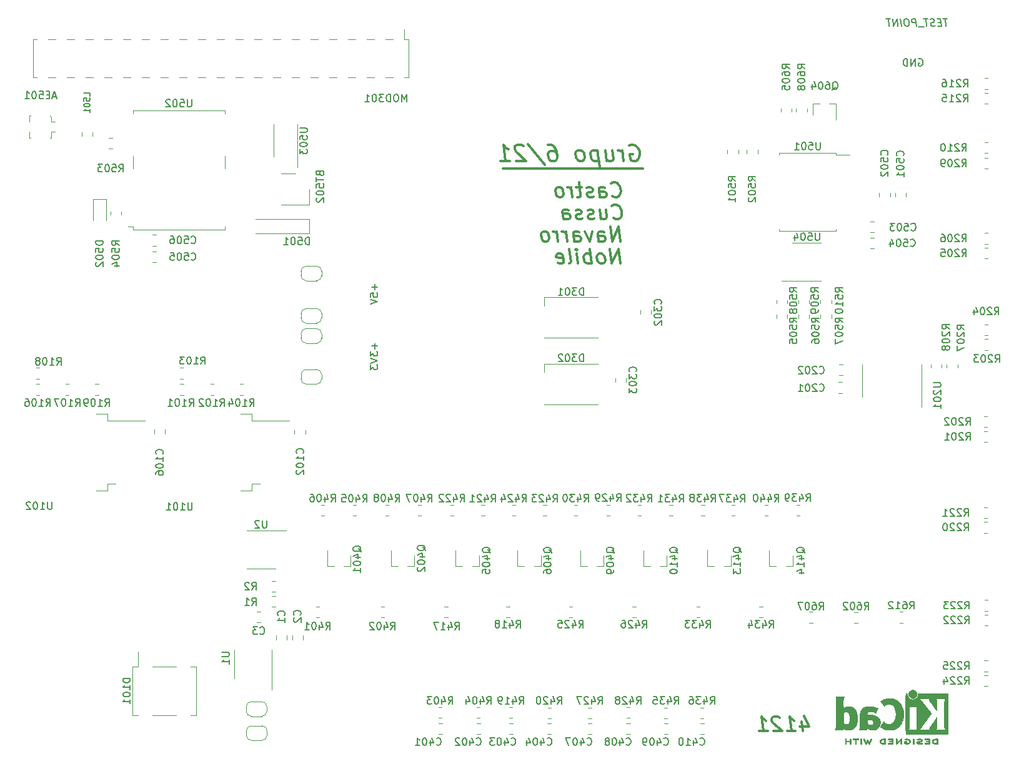
<source format=gbo>
G04 #@! TF.GenerationSoftware,KiCad,Pcbnew,5.1.10*
G04 #@! TF.CreationDate,2021-10-14T00:06:10-03:00*
G04 #@! TF.ProjectId,tesis,74657369-732e-46b6-9963-61645f706362,v1.0*
G04 #@! TF.SameCoordinates,Original*
G04 #@! TF.FileFunction,Legend,Bot*
G04 #@! TF.FilePolarity,Positive*
%FSLAX46Y46*%
G04 Gerber Fmt 4.6, Leading zero omitted, Abs format (unit mm)*
G04 Created by KiCad (PCBNEW 5.1.10) date 2021-10-14 00:06:10*
%MOMM*%
%LPD*%
G01*
G04 APERTURE LIST*
%ADD10C,0.150000*%
%ADD11C,0.300000*%
%ADD12C,0.010000*%
%ADD13C,0.120000*%
%ADD14C,0.050000*%
G04 APERTURE END LIST*
D10*
X185337842Y-43382380D02*
X184766413Y-43382380D01*
X185177127Y-44382380D02*
X185052127Y-43382380D01*
X184492604Y-43858571D02*
X184159270Y-43858571D01*
X184081889Y-44382380D02*
X184558080Y-44382380D01*
X184433080Y-43382380D01*
X183956889Y-43382380D01*
X183694985Y-44334761D02*
X183558080Y-44382380D01*
X183319985Y-44382380D01*
X183218794Y-44334761D01*
X183165223Y-44287142D01*
X183105699Y-44191904D01*
X183093794Y-44096666D01*
X183129508Y-44001428D01*
X183171175Y-43953809D01*
X183260461Y-43906190D01*
X183444985Y-43858571D01*
X183534270Y-43810952D01*
X183575937Y-43763333D01*
X183611651Y-43668095D01*
X183599747Y-43572857D01*
X183540223Y-43477619D01*
X183486651Y-43430000D01*
X183385461Y-43382380D01*
X183147366Y-43382380D01*
X183010461Y-43430000D01*
X182718794Y-43382380D02*
X182147366Y-43382380D01*
X182558080Y-44382380D02*
X182433080Y-43382380D01*
X182189032Y-44477619D02*
X181427127Y-44477619D01*
X181177127Y-44382380D02*
X181052127Y-43382380D01*
X180671175Y-43382380D01*
X180581889Y-43430000D01*
X180540223Y-43477619D01*
X180504508Y-43572857D01*
X180522366Y-43715714D01*
X180581889Y-43810952D01*
X180635461Y-43858571D01*
X180736651Y-43906190D01*
X181117604Y-43906190D01*
X179861651Y-43382380D02*
X179671175Y-43382380D01*
X179581889Y-43430000D01*
X179498556Y-43525238D01*
X179474747Y-43715714D01*
X179516413Y-44049047D01*
X179587842Y-44239523D01*
X179694985Y-44334761D01*
X179796175Y-44382380D01*
X179986651Y-44382380D01*
X180075937Y-44334761D01*
X180159270Y-44239523D01*
X180183080Y-44049047D01*
X180141413Y-43715714D01*
X180069985Y-43525238D01*
X179962842Y-43430000D01*
X179861651Y-43382380D01*
X179129508Y-44382380D02*
X179004508Y-43382380D01*
X178653318Y-44382380D02*
X178528318Y-43382380D01*
X178081889Y-44382380D01*
X177956889Y-43382380D01*
X177623556Y-43382380D02*
X177052127Y-43382380D01*
X177462842Y-44382380D02*
X177337842Y-43382380D01*
X181471904Y-48840000D02*
X181567142Y-48792380D01*
X181710000Y-48792380D01*
X181852857Y-48840000D01*
X181948095Y-48935238D01*
X181995714Y-49030476D01*
X182043333Y-49220952D01*
X182043333Y-49363809D01*
X181995714Y-49554285D01*
X181948095Y-49649523D01*
X181852857Y-49744761D01*
X181710000Y-49792380D01*
X181614761Y-49792380D01*
X181471904Y-49744761D01*
X181424285Y-49697142D01*
X181424285Y-49363809D01*
X181614761Y-49363809D01*
X180995714Y-49792380D02*
X180995714Y-48792380D01*
X180424285Y-49792380D01*
X180424285Y-48792380D01*
X179948095Y-49792380D02*
X179948095Y-48792380D01*
X179710000Y-48792380D01*
X179567142Y-48840000D01*
X179471904Y-48935238D01*
X179424285Y-49030476D01*
X179376666Y-49220952D01*
X179376666Y-49363809D01*
X179424285Y-49554285D01*
X179471904Y-49649523D01*
X179567142Y-49744761D01*
X179710000Y-49792380D01*
X179948095Y-49792380D01*
D11*
X144100000Y-63680000D02*
X125100000Y-63680000D01*
X142279434Y-60580000D02*
X142475863Y-60475238D01*
X142790148Y-60475238D01*
X143117529Y-60580000D01*
X143353244Y-60789523D01*
X143484196Y-60999047D01*
X143641339Y-61418095D01*
X143680625Y-61732380D01*
X143628244Y-62151428D01*
X143549672Y-62360952D01*
X143366339Y-62570476D01*
X143065148Y-62675238D01*
X142855625Y-62675238D01*
X142528244Y-62570476D01*
X142410386Y-62465714D01*
X142318720Y-61732380D01*
X142737767Y-61732380D01*
X141493720Y-62675238D02*
X141310386Y-61208571D01*
X141362767Y-61627619D02*
X141231815Y-61418095D01*
X141113958Y-61313333D01*
X140891339Y-61208571D01*
X140681815Y-61208571D01*
X139005625Y-61208571D02*
X139188958Y-62675238D01*
X139948482Y-61208571D02*
X140092529Y-62360952D01*
X140013958Y-62570476D01*
X139817529Y-62675238D01*
X139503244Y-62675238D01*
X139280625Y-62570476D01*
X139162767Y-62465714D01*
X137958005Y-61208571D02*
X138233005Y-63408571D01*
X137971101Y-61313333D02*
X137748482Y-61208571D01*
X137329434Y-61208571D01*
X137133005Y-61313333D01*
X137041339Y-61418095D01*
X136962767Y-61627619D01*
X137041339Y-62256190D01*
X137172291Y-62465714D01*
X137290148Y-62570476D01*
X137512767Y-62675238D01*
X137931815Y-62675238D01*
X138128244Y-62570476D01*
X135836577Y-62675238D02*
X136033005Y-62570476D01*
X136124672Y-62465714D01*
X136203244Y-62256190D01*
X136124672Y-61627619D01*
X135993720Y-61418095D01*
X135875863Y-61313333D01*
X135653244Y-61208571D01*
X135338958Y-61208571D01*
X135142529Y-61313333D01*
X135050863Y-61418095D01*
X134972291Y-61627619D01*
X135050863Y-62256190D01*
X135181815Y-62465714D01*
X135299672Y-62570476D01*
X135522291Y-62675238D01*
X135836577Y-62675238D01*
X131266339Y-60475238D02*
X131685386Y-60475238D01*
X131908005Y-60580000D01*
X132025863Y-60684761D01*
X132274672Y-60999047D01*
X132431815Y-61418095D01*
X132536577Y-62256190D01*
X132458005Y-62465714D01*
X132366339Y-62570476D01*
X132169910Y-62675238D01*
X131750863Y-62675238D01*
X131528244Y-62570476D01*
X131410386Y-62465714D01*
X131279434Y-62256190D01*
X131213958Y-61732380D01*
X131292529Y-61522857D01*
X131384196Y-61418095D01*
X131580625Y-61313333D01*
X131999672Y-61313333D01*
X132222291Y-61418095D01*
X132340148Y-61522857D01*
X132471101Y-61732380D01*
X128529434Y-60370476D02*
X130768720Y-63199047D01*
X127940148Y-60684761D02*
X127822291Y-60580000D01*
X127599672Y-60475238D01*
X127075863Y-60475238D01*
X126879434Y-60580000D01*
X126787767Y-60684761D01*
X126709196Y-60894285D01*
X126735386Y-61103809D01*
X126879434Y-61418095D01*
X128293720Y-62675238D01*
X126931815Y-62675238D01*
X124836577Y-62675238D02*
X126093720Y-62675238D01*
X125465148Y-62675238D02*
X125190148Y-60475238D01*
X125438958Y-60789523D01*
X125674672Y-60999047D01*
X125897291Y-61103809D01*
D10*
X107771428Y-87368095D02*
X107771428Y-88130000D01*
X108152380Y-87749047D02*
X107390476Y-87749047D01*
X107152380Y-88510952D02*
X107152380Y-89130000D01*
X107533333Y-88796666D01*
X107533333Y-88939523D01*
X107580952Y-89034761D01*
X107628571Y-89082380D01*
X107723809Y-89130000D01*
X107961904Y-89130000D01*
X108057142Y-89082380D01*
X108104761Y-89034761D01*
X108152380Y-88939523D01*
X108152380Y-88653809D01*
X108104761Y-88558571D01*
X108057142Y-88510952D01*
X107152380Y-89415714D02*
X108152380Y-89749047D01*
X107152380Y-90082380D01*
X107152380Y-90320476D02*
X107152380Y-90939523D01*
X107533333Y-90606190D01*
X107533333Y-90749047D01*
X107580952Y-90844285D01*
X107628571Y-90891904D01*
X107723809Y-90939523D01*
X107961904Y-90939523D01*
X108057142Y-90891904D01*
X108104761Y-90844285D01*
X108152380Y-90749047D01*
X108152380Y-90463333D01*
X108104761Y-90368095D01*
X108057142Y-90320476D01*
X107771428Y-79394285D02*
X107771428Y-80156190D01*
X108152380Y-79775238D02*
X107390476Y-79775238D01*
X107152380Y-81108571D02*
X107152380Y-80632380D01*
X107628571Y-80584761D01*
X107580952Y-80632380D01*
X107533333Y-80727619D01*
X107533333Y-80965714D01*
X107580952Y-81060952D01*
X107628571Y-81108571D01*
X107723809Y-81156190D01*
X107961904Y-81156190D01*
X108057142Y-81108571D01*
X108104761Y-81060952D01*
X108152380Y-80965714D01*
X108152380Y-80727619D01*
X108104761Y-80632380D01*
X108057142Y-80584761D01*
X107152380Y-81441904D02*
X108152380Y-81775238D01*
X107152380Y-82108571D01*
D11*
X141038065Y-76584761D02*
X140788065Y-74584761D01*
X139895208Y-76584761D01*
X139645208Y-74584761D01*
X138657113Y-76584761D02*
X138835684Y-76489523D01*
X138919017Y-76394285D01*
X138990446Y-76203809D01*
X138919017Y-75632380D01*
X138799970Y-75441904D01*
X138692827Y-75346666D01*
X138490446Y-75251428D01*
X138204732Y-75251428D01*
X138026160Y-75346666D01*
X137942827Y-75441904D01*
X137871398Y-75632380D01*
X137942827Y-76203809D01*
X138061875Y-76394285D01*
X138169017Y-76489523D01*
X138371398Y-76584761D01*
X138657113Y-76584761D01*
X137133303Y-76584761D02*
X136883303Y-74584761D01*
X136978541Y-75346666D02*
X136776160Y-75251428D01*
X136395208Y-75251428D01*
X136216636Y-75346666D01*
X136133303Y-75441904D01*
X136061875Y-75632380D01*
X136133303Y-76203809D01*
X136252351Y-76394285D01*
X136359494Y-76489523D01*
X136561875Y-76584761D01*
X136942827Y-76584761D01*
X137121398Y-76489523D01*
X135323779Y-76584761D02*
X135157113Y-75251428D01*
X135073779Y-74584761D02*
X135180922Y-74680000D01*
X135097589Y-74775238D01*
X134990446Y-74680000D01*
X135073779Y-74584761D01*
X135097589Y-74775238D01*
X134085684Y-76584761D02*
X134264255Y-76489523D01*
X134335684Y-76299047D01*
X134121398Y-74584761D01*
X132549970Y-76489523D02*
X132752351Y-76584761D01*
X133133303Y-76584761D01*
X133311875Y-76489523D01*
X133383303Y-76299047D01*
X133288065Y-75537142D01*
X133169017Y-75346666D01*
X132966636Y-75251428D01*
X132585684Y-75251428D01*
X132407113Y-75346666D01*
X132335684Y-75537142D01*
X132359494Y-75727619D01*
X133335684Y-75918095D01*
X139966636Y-67394285D02*
X140073779Y-67489523D01*
X140371398Y-67584761D01*
X140561875Y-67584761D01*
X140835684Y-67489523D01*
X141002351Y-67299047D01*
X141073779Y-67108571D01*
X141121398Y-66727619D01*
X141085684Y-66441904D01*
X140942827Y-66060952D01*
X140823779Y-65870476D01*
X140609494Y-65680000D01*
X140311875Y-65584761D01*
X140121398Y-65584761D01*
X139847589Y-65680000D01*
X139764255Y-65775238D01*
X138276160Y-67584761D02*
X138145208Y-66537142D01*
X138216636Y-66346666D01*
X138395208Y-66251428D01*
X138776160Y-66251428D01*
X138978541Y-66346666D01*
X138264255Y-67489523D02*
X138466636Y-67584761D01*
X138942827Y-67584761D01*
X139121398Y-67489523D01*
X139192827Y-67299047D01*
X139169017Y-67108571D01*
X139049970Y-66918095D01*
X138847589Y-66822857D01*
X138371398Y-66822857D01*
X138169017Y-66727619D01*
X137407113Y-67489523D02*
X137228541Y-67584761D01*
X136847589Y-67584761D01*
X136645208Y-67489523D01*
X136526160Y-67299047D01*
X136514255Y-67203809D01*
X136585684Y-67013333D01*
X136764255Y-66918095D01*
X137049970Y-66918095D01*
X137228541Y-66822857D01*
X137299970Y-66632380D01*
X137288065Y-66537142D01*
X137169017Y-66346666D01*
X136966636Y-66251428D01*
X136680922Y-66251428D01*
X136502351Y-66346666D01*
X135823779Y-66251428D02*
X135061875Y-66251428D01*
X135454732Y-65584761D02*
X135669017Y-67299047D01*
X135597589Y-67489523D01*
X135419017Y-67584761D01*
X135228541Y-67584761D01*
X134561875Y-67584761D02*
X134395208Y-66251428D01*
X134442827Y-66632380D02*
X134323779Y-66441904D01*
X134216636Y-66346666D01*
X134014255Y-66251428D01*
X133823779Y-66251428D01*
X133038065Y-67584761D02*
X133216636Y-67489523D01*
X133299970Y-67394285D01*
X133371398Y-67203809D01*
X133299970Y-66632380D01*
X133180922Y-66441904D01*
X133073779Y-66346666D01*
X132871398Y-66251428D01*
X132585684Y-66251428D01*
X132407113Y-66346666D01*
X132323779Y-66441904D01*
X132252351Y-66632380D01*
X132323779Y-67203809D01*
X132442827Y-67394285D01*
X132549970Y-67489523D01*
X132752351Y-67584761D01*
X133038065Y-67584761D01*
X140085684Y-70394285D02*
X140192827Y-70489523D01*
X140490446Y-70584761D01*
X140680922Y-70584761D01*
X140954732Y-70489523D01*
X141121398Y-70299047D01*
X141192827Y-70108571D01*
X141240446Y-69727619D01*
X141204732Y-69441904D01*
X141061875Y-69060952D01*
X140942827Y-68870476D01*
X140728541Y-68680000D01*
X140430922Y-68584761D01*
X140240446Y-68584761D01*
X139966636Y-68680000D01*
X139883303Y-68775238D01*
X138228541Y-69251428D02*
X138395208Y-70584761D01*
X139085684Y-69251428D02*
X139216636Y-70299047D01*
X139145208Y-70489523D01*
X138966636Y-70584761D01*
X138680922Y-70584761D01*
X138478541Y-70489523D01*
X138371398Y-70394285D01*
X137526160Y-70489523D02*
X137347589Y-70584761D01*
X136966636Y-70584761D01*
X136764255Y-70489523D01*
X136645208Y-70299047D01*
X136633303Y-70203809D01*
X136704732Y-70013333D01*
X136883303Y-69918095D01*
X137169017Y-69918095D01*
X137347589Y-69822857D01*
X137419017Y-69632380D01*
X137407113Y-69537142D01*
X137288065Y-69346666D01*
X137085684Y-69251428D01*
X136799970Y-69251428D01*
X136621398Y-69346666D01*
X135907113Y-70489523D02*
X135728541Y-70584761D01*
X135347589Y-70584761D01*
X135145208Y-70489523D01*
X135026160Y-70299047D01*
X135014255Y-70203809D01*
X135085684Y-70013333D01*
X135264255Y-69918095D01*
X135549970Y-69918095D01*
X135728541Y-69822857D01*
X135799970Y-69632380D01*
X135788065Y-69537142D01*
X135669017Y-69346666D01*
X135466636Y-69251428D01*
X135180922Y-69251428D01*
X135002351Y-69346666D01*
X133347589Y-70584761D02*
X133216636Y-69537142D01*
X133288065Y-69346666D01*
X133466636Y-69251428D01*
X133847589Y-69251428D01*
X134049970Y-69346666D01*
X133335684Y-70489523D02*
X133538065Y-70584761D01*
X134014255Y-70584761D01*
X134192827Y-70489523D01*
X134264255Y-70299047D01*
X134240446Y-70108571D01*
X134121398Y-69918095D01*
X133919017Y-69822857D01*
X133442827Y-69822857D01*
X133240446Y-69727619D01*
X141085684Y-73584761D02*
X140835684Y-71584761D01*
X139942827Y-73584761D01*
X139692827Y-71584761D01*
X138133303Y-73584761D02*
X138002351Y-72537142D01*
X138073779Y-72346666D01*
X138252351Y-72251428D01*
X138633303Y-72251428D01*
X138835684Y-72346666D01*
X138121398Y-73489523D02*
X138323779Y-73584761D01*
X138799970Y-73584761D01*
X138978541Y-73489523D01*
X139049970Y-73299047D01*
X139026160Y-73108571D01*
X138907113Y-72918095D01*
X138704732Y-72822857D01*
X138228541Y-72822857D01*
X138026160Y-72727619D01*
X137204732Y-72251428D02*
X136895208Y-73584761D01*
X136252351Y-72251428D01*
X134799970Y-73584761D02*
X134669017Y-72537142D01*
X134740446Y-72346666D01*
X134919017Y-72251428D01*
X135299970Y-72251428D01*
X135502351Y-72346666D01*
X134788065Y-73489523D02*
X134990446Y-73584761D01*
X135466636Y-73584761D01*
X135645208Y-73489523D01*
X135716636Y-73299047D01*
X135692827Y-73108571D01*
X135573779Y-72918095D01*
X135371398Y-72822857D01*
X134895208Y-72822857D01*
X134692827Y-72727619D01*
X133847589Y-73584761D02*
X133680922Y-72251428D01*
X133728541Y-72632380D02*
X133609494Y-72441904D01*
X133502351Y-72346666D01*
X133299970Y-72251428D01*
X133109494Y-72251428D01*
X132609494Y-73584761D02*
X132442827Y-72251428D01*
X132490446Y-72632380D02*
X132371398Y-72441904D01*
X132264255Y-72346666D01*
X132061875Y-72251428D01*
X131871398Y-72251428D01*
X131085684Y-73584761D02*
X131264255Y-73489523D01*
X131347589Y-73394285D01*
X131419017Y-73203809D01*
X131347589Y-72632380D01*
X131228541Y-72441904D01*
X131121398Y-72346666D01*
X130919017Y-72251428D01*
X130633303Y-72251428D01*
X130454732Y-72346666D01*
X130371398Y-72441904D01*
X130299970Y-72632380D01*
X130371398Y-73203809D01*
X130490446Y-73394285D01*
X130597589Y-73489523D01*
X130799970Y-73584761D01*
X131085684Y-73584761D01*
X165589395Y-138695228D02*
X165756061Y-140028561D01*
X165970347Y-137933323D02*
X166625109Y-139361895D01*
X165387014Y-139361895D01*
X163660823Y-140028561D02*
X164803680Y-140028561D01*
X164232252Y-140028561D02*
X163982252Y-138028561D01*
X164208442Y-138314276D01*
X164422728Y-138504752D01*
X164625109Y-138599990D01*
X162672728Y-138219038D02*
X162565585Y-138123800D01*
X162363204Y-138028561D01*
X161887014Y-138028561D01*
X161708442Y-138123800D01*
X161625109Y-138219038D01*
X161553680Y-138409514D01*
X161577490Y-138599990D01*
X161708442Y-138885704D01*
X162994157Y-140028561D01*
X161756061Y-140028561D01*
X159851300Y-140028561D02*
X160994157Y-140028561D01*
X160422728Y-140028561D02*
X160172728Y-138028561D01*
X160398919Y-138314276D01*
X160613204Y-138504752D01*
X160815585Y-138599990D01*
D12*
G36*
X183909663Y-141035258D02*
G01*
X183870181Y-141035659D01*
X183754492Y-141038451D01*
X183657603Y-141046742D01*
X183576211Y-141061424D01*
X183507015Y-141083385D01*
X183446712Y-141113514D01*
X183392000Y-141152702D01*
X183372459Y-141169724D01*
X183340042Y-141209555D01*
X183310812Y-141263605D01*
X183288283Y-141323515D01*
X183275971Y-141380931D01*
X183274692Y-141402148D01*
X183282709Y-141460961D01*
X183304191Y-141525205D01*
X183335291Y-141586013D01*
X183372158Y-141634522D01*
X183378146Y-141640374D01*
X183428871Y-141681513D01*
X183484417Y-141713627D01*
X183547988Y-141737557D01*
X183622786Y-141754145D01*
X183712014Y-141764233D01*
X183818874Y-141768661D01*
X183867820Y-141769037D01*
X183930054Y-141768737D01*
X183973820Y-141767484D01*
X184003223Y-141764746D01*
X184022371Y-141759993D01*
X184035369Y-141752693D01*
X184042337Y-141746459D01*
X184048918Y-141738886D01*
X184054080Y-141729116D01*
X184057995Y-141714532D01*
X184060835Y-141692518D01*
X184062772Y-141660456D01*
X184063976Y-141615728D01*
X184064620Y-141555718D01*
X184064875Y-141477809D01*
X184064914Y-141402148D01*
X184065162Y-141301233D01*
X184065109Y-141220619D01*
X184064149Y-141182014D01*
X183918159Y-141182014D01*
X183918159Y-141622281D01*
X183825026Y-141622196D01*
X183768985Y-141620588D01*
X183710291Y-141616448D01*
X183661320Y-141610656D01*
X183659830Y-141610418D01*
X183580684Y-141591282D01*
X183519294Y-141561479D01*
X183472597Y-141519070D01*
X183442927Y-141473153D01*
X183424645Y-141422218D01*
X183426063Y-141374392D01*
X183447280Y-141323125D01*
X183488781Y-141270091D01*
X183546290Y-141230792D01*
X183621042Y-141204523D01*
X183671000Y-141195227D01*
X183727708Y-141188699D01*
X183787811Y-141183974D01*
X183838931Y-141182009D01*
X183841959Y-141182000D01*
X183918159Y-141182014D01*
X184064149Y-141182014D01*
X184063552Y-141158043D01*
X184059290Y-141111247D01*
X184051122Y-141077970D01*
X184037848Y-141055951D01*
X184018266Y-141042931D01*
X183991175Y-141036649D01*
X183955374Y-141034845D01*
X183909663Y-141035258D01*
G37*
X183909663Y-141035258D02*
X183870181Y-141035659D01*
X183754492Y-141038451D01*
X183657603Y-141046742D01*
X183576211Y-141061424D01*
X183507015Y-141083385D01*
X183446712Y-141113514D01*
X183392000Y-141152702D01*
X183372459Y-141169724D01*
X183340042Y-141209555D01*
X183310812Y-141263605D01*
X183288283Y-141323515D01*
X183275971Y-141380931D01*
X183274692Y-141402148D01*
X183282709Y-141460961D01*
X183304191Y-141525205D01*
X183335291Y-141586013D01*
X183372158Y-141634522D01*
X183378146Y-141640374D01*
X183428871Y-141681513D01*
X183484417Y-141713627D01*
X183547988Y-141737557D01*
X183622786Y-141754145D01*
X183712014Y-141764233D01*
X183818874Y-141768661D01*
X183867820Y-141769037D01*
X183930054Y-141768737D01*
X183973820Y-141767484D01*
X184003223Y-141764746D01*
X184022371Y-141759993D01*
X184035369Y-141752693D01*
X184042337Y-141746459D01*
X184048918Y-141738886D01*
X184054080Y-141729116D01*
X184057995Y-141714532D01*
X184060835Y-141692518D01*
X184062772Y-141660456D01*
X184063976Y-141615728D01*
X184064620Y-141555718D01*
X184064875Y-141477809D01*
X184064914Y-141402148D01*
X184065162Y-141301233D01*
X184065109Y-141220619D01*
X184064149Y-141182014D01*
X183918159Y-141182014D01*
X183918159Y-141622281D01*
X183825026Y-141622196D01*
X183768985Y-141620588D01*
X183710291Y-141616448D01*
X183661320Y-141610656D01*
X183659830Y-141610418D01*
X183580684Y-141591282D01*
X183519294Y-141561479D01*
X183472597Y-141519070D01*
X183442927Y-141473153D01*
X183424645Y-141422218D01*
X183426063Y-141374392D01*
X183447280Y-141323125D01*
X183488781Y-141270091D01*
X183546290Y-141230792D01*
X183621042Y-141204523D01*
X183671000Y-141195227D01*
X183727708Y-141188699D01*
X183787811Y-141183974D01*
X183838931Y-141182009D01*
X183841959Y-141182000D01*
X183918159Y-141182014D01*
X184064149Y-141182014D01*
X184063552Y-141158043D01*
X184059290Y-141111247D01*
X184051122Y-141077970D01*
X184037848Y-141055951D01*
X184018266Y-141042931D01*
X183991175Y-141036649D01*
X183955374Y-141034845D01*
X183909663Y-141035258D01*
G36*
X182501086Y-141035338D02*
G01*
X182431678Y-141035710D01*
X182379289Y-141036577D01*
X182341139Y-141038138D01*
X182314451Y-141040595D01*
X182296445Y-141044149D01*
X182284341Y-141049002D01*
X182275361Y-141055353D01*
X182272110Y-141058276D01*
X182252335Y-141089334D01*
X182248774Y-141125020D01*
X182261783Y-141156702D01*
X182267798Y-141163105D01*
X182277527Y-141169313D01*
X182293193Y-141174102D01*
X182317700Y-141177706D01*
X182353953Y-141180356D01*
X182404857Y-141182287D01*
X182473318Y-141183731D01*
X182535909Y-141184610D01*
X182783626Y-141187659D01*
X182787011Y-141252570D01*
X182790397Y-141317481D01*
X182622250Y-141317481D01*
X182549251Y-141318111D01*
X182495809Y-141320745D01*
X182458920Y-141326501D01*
X182435580Y-141336496D01*
X182422786Y-141351848D01*
X182417534Y-141373674D01*
X182416737Y-141393930D01*
X182419215Y-141418784D01*
X182428569Y-141437098D01*
X182447675Y-141449829D01*
X182479410Y-141457933D01*
X182526651Y-141462368D01*
X182592275Y-141464091D01*
X182628093Y-141464237D01*
X182789270Y-141464237D01*
X182789270Y-141622281D01*
X182540914Y-141622281D01*
X182459505Y-141622394D01*
X182397634Y-141622904D01*
X182352260Y-141624062D01*
X182320346Y-141626122D01*
X182298851Y-141629338D01*
X182284735Y-141633964D01*
X182274960Y-141640251D01*
X182269981Y-141644859D01*
X182252902Y-141671752D01*
X182247403Y-141695659D01*
X182255255Y-141724859D01*
X182269981Y-141746459D01*
X182277838Y-141753258D01*
X182287980Y-141758538D01*
X182303136Y-141762490D01*
X182326033Y-141765305D01*
X182359401Y-141767174D01*
X182405967Y-141768290D01*
X182468459Y-141768843D01*
X182549606Y-141769025D01*
X182591714Y-141769037D01*
X182681890Y-141768957D01*
X182752216Y-141768590D01*
X182805421Y-141767744D01*
X182844232Y-141766228D01*
X182871379Y-141763851D01*
X182889590Y-141760421D01*
X182901592Y-141755746D01*
X182910114Y-141749636D01*
X182913448Y-141746459D01*
X182920047Y-141738862D01*
X182925219Y-141729062D01*
X182929138Y-141714431D01*
X182931976Y-141692344D01*
X182933907Y-141660174D01*
X182935104Y-141615295D01*
X182935740Y-141555081D01*
X182935989Y-141476905D01*
X182936026Y-141404115D01*
X182935992Y-141310899D01*
X182935757Y-141237623D01*
X182935122Y-141181650D01*
X182933886Y-141140343D01*
X182931848Y-141111064D01*
X182928809Y-141091176D01*
X182924569Y-141078042D01*
X182918927Y-141069024D01*
X182911683Y-141061485D01*
X182909898Y-141059804D01*
X182901237Y-141052364D01*
X182891174Y-141046601D01*
X182876917Y-141042304D01*
X182855675Y-141039256D01*
X182824656Y-141037243D01*
X182781069Y-141036052D01*
X182722123Y-141035467D01*
X182645026Y-141035275D01*
X182590293Y-141035259D01*
X182501086Y-141035338D01*
G37*
X182501086Y-141035338D02*
X182431678Y-141035710D01*
X182379289Y-141036577D01*
X182341139Y-141038138D01*
X182314451Y-141040595D01*
X182296445Y-141044149D01*
X182284341Y-141049002D01*
X182275361Y-141055353D01*
X182272110Y-141058276D01*
X182252335Y-141089334D01*
X182248774Y-141125020D01*
X182261783Y-141156702D01*
X182267798Y-141163105D01*
X182277527Y-141169313D01*
X182293193Y-141174102D01*
X182317700Y-141177706D01*
X182353953Y-141180356D01*
X182404857Y-141182287D01*
X182473318Y-141183731D01*
X182535909Y-141184610D01*
X182783626Y-141187659D01*
X182787011Y-141252570D01*
X182790397Y-141317481D01*
X182622250Y-141317481D01*
X182549251Y-141318111D01*
X182495809Y-141320745D01*
X182458920Y-141326501D01*
X182435580Y-141336496D01*
X182422786Y-141351848D01*
X182417534Y-141373674D01*
X182416737Y-141393930D01*
X182419215Y-141418784D01*
X182428569Y-141437098D01*
X182447675Y-141449829D01*
X182479410Y-141457933D01*
X182526651Y-141462368D01*
X182592275Y-141464091D01*
X182628093Y-141464237D01*
X182789270Y-141464237D01*
X182789270Y-141622281D01*
X182540914Y-141622281D01*
X182459505Y-141622394D01*
X182397634Y-141622904D01*
X182352260Y-141624062D01*
X182320346Y-141626122D01*
X182298851Y-141629338D01*
X182284735Y-141633964D01*
X182274960Y-141640251D01*
X182269981Y-141644859D01*
X182252902Y-141671752D01*
X182247403Y-141695659D01*
X182255255Y-141724859D01*
X182269981Y-141746459D01*
X182277838Y-141753258D01*
X182287980Y-141758538D01*
X182303136Y-141762490D01*
X182326033Y-141765305D01*
X182359401Y-141767174D01*
X182405967Y-141768290D01*
X182468459Y-141768843D01*
X182549606Y-141769025D01*
X182591714Y-141769037D01*
X182681890Y-141768957D01*
X182752216Y-141768590D01*
X182805421Y-141767744D01*
X182844232Y-141766228D01*
X182871379Y-141763851D01*
X182889590Y-141760421D01*
X182901592Y-141755746D01*
X182910114Y-141749636D01*
X182913448Y-141746459D01*
X182920047Y-141738862D01*
X182925219Y-141729062D01*
X182929138Y-141714431D01*
X182931976Y-141692344D01*
X182933907Y-141660174D01*
X182935104Y-141615295D01*
X182935740Y-141555081D01*
X182935989Y-141476905D01*
X182936026Y-141404115D01*
X182935992Y-141310899D01*
X182935757Y-141237623D01*
X182935122Y-141181650D01*
X182933886Y-141140343D01*
X182931848Y-141111064D01*
X182928809Y-141091176D01*
X182924569Y-141078042D01*
X182918927Y-141069024D01*
X182911683Y-141061485D01*
X182909898Y-141059804D01*
X182901237Y-141052364D01*
X182891174Y-141046601D01*
X182876917Y-141042304D01*
X182855675Y-141039256D01*
X182824656Y-141037243D01*
X182781069Y-141036052D01*
X182722123Y-141035467D01*
X182645026Y-141035275D01*
X182590293Y-141035259D01*
X182501086Y-141035338D01*
G36*
X181479995Y-141036543D02*
G01*
X181405180Y-141041773D01*
X181335598Y-141049942D01*
X181275294Y-141060742D01*
X181228312Y-141073865D01*
X181198698Y-141089005D01*
X181194152Y-141093461D01*
X181178346Y-141128042D01*
X181183139Y-141163543D01*
X181207656Y-141193917D01*
X181208826Y-141194788D01*
X181223246Y-141204146D01*
X181238300Y-141209068D01*
X181259297Y-141209665D01*
X181291549Y-141206053D01*
X181340365Y-141198346D01*
X181344292Y-141197697D01*
X181417031Y-141188761D01*
X181495509Y-141184353D01*
X181574219Y-141184311D01*
X181647653Y-141188471D01*
X181710303Y-141196671D01*
X181756662Y-141208749D01*
X181759708Y-141209963D01*
X181793340Y-141228807D01*
X181805156Y-141247877D01*
X181795906Y-141266631D01*
X181766339Y-141284529D01*
X181717203Y-141301029D01*
X181649249Y-141315588D01*
X181603937Y-141322598D01*
X181509748Y-141336081D01*
X181434836Y-141348406D01*
X181376009Y-141360641D01*
X181330077Y-141373853D01*
X181293847Y-141389109D01*
X181264130Y-141407477D01*
X181237734Y-141430023D01*
X181216522Y-141452163D01*
X181191357Y-141483011D01*
X181178973Y-141509537D01*
X181175100Y-141542218D01*
X181174959Y-141554187D01*
X181177868Y-141593904D01*
X181189494Y-141623451D01*
X181209615Y-141649678D01*
X181250508Y-141689768D01*
X181296109Y-141720341D01*
X181349805Y-141742395D01*
X181414984Y-141756927D01*
X181495036Y-141764933D01*
X181593349Y-141767410D01*
X181609581Y-141767369D01*
X181675141Y-141766010D01*
X181740158Y-141762922D01*
X181797544Y-141758548D01*
X181840214Y-141753332D01*
X181843664Y-141752733D01*
X181886088Y-141742683D01*
X181922072Y-141729988D01*
X181942442Y-141718382D01*
X181961399Y-141687764D01*
X181962719Y-141652110D01*
X181946377Y-141620336D01*
X181942721Y-141616743D01*
X181927607Y-141606068D01*
X181908707Y-141601468D01*
X181879454Y-141602251D01*
X181843943Y-141606319D01*
X181804262Y-141609954D01*
X181748637Y-141613020D01*
X181683698Y-141615245D01*
X181616077Y-141616356D01*
X181598292Y-141616429D01*
X181530420Y-141616156D01*
X181480746Y-141614838D01*
X181444902Y-141612019D01*
X181418516Y-141607242D01*
X181397218Y-141600049D01*
X181384418Y-141594059D01*
X181356292Y-141577425D01*
X181338360Y-141562360D01*
X181335739Y-141558089D01*
X181341268Y-141540455D01*
X181367552Y-141523384D01*
X181412770Y-141507650D01*
X181475100Y-141494030D01*
X181493463Y-141490996D01*
X181589382Y-141475930D01*
X181665933Y-141463338D01*
X181726072Y-141452303D01*
X181772752Y-141441912D01*
X181808929Y-141431248D01*
X181837557Y-141419397D01*
X181861590Y-141405443D01*
X181883984Y-141388473D01*
X181907694Y-141367570D01*
X181915672Y-141360241D01*
X181943645Y-141332891D01*
X181958452Y-141311221D01*
X181964244Y-141286424D01*
X181965181Y-141255175D01*
X181954867Y-141193897D01*
X181924044Y-141141832D01*
X181872887Y-141099150D01*
X181801575Y-141066017D01*
X181750692Y-141051156D01*
X181695392Y-141041558D01*
X181629145Y-141036128D01*
X181555998Y-141034559D01*
X181479995Y-141036543D01*
G37*
X181479995Y-141036543D02*
X181405180Y-141041773D01*
X181335598Y-141049942D01*
X181275294Y-141060742D01*
X181228312Y-141073865D01*
X181198698Y-141089005D01*
X181194152Y-141093461D01*
X181178346Y-141128042D01*
X181183139Y-141163543D01*
X181207656Y-141193917D01*
X181208826Y-141194788D01*
X181223246Y-141204146D01*
X181238300Y-141209068D01*
X181259297Y-141209665D01*
X181291549Y-141206053D01*
X181340365Y-141198346D01*
X181344292Y-141197697D01*
X181417031Y-141188761D01*
X181495509Y-141184353D01*
X181574219Y-141184311D01*
X181647653Y-141188471D01*
X181710303Y-141196671D01*
X181756662Y-141208749D01*
X181759708Y-141209963D01*
X181793340Y-141228807D01*
X181805156Y-141247877D01*
X181795906Y-141266631D01*
X181766339Y-141284529D01*
X181717203Y-141301029D01*
X181649249Y-141315588D01*
X181603937Y-141322598D01*
X181509748Y-141336081D01*
X181434836Y-141348406D01*
X181376009Y-141360641D01*
X181330077Y-141373853D01*
X181293847Y-141389109D01*
X181264130Y-141407477D01*
X181237734Y-141430023D01*
X181216522Y-141452163D01*
X181191357Y-141483011D01*
X181178973Y-141509537D01*
X181175100Y-141542218D01*
X181174959Y-141554187D01*
X181177868Y-141593904D01*
X181189494Y-141623451D01*
X181209615Y-141649678D01*
X181250508Y-141689768D01*
X181296109Y-141720341D01*
X181349805Y-141742395D01*
X181414984Y-141756927D01*
X181495036Y-141764933D01*
X181593349Y-141767410D01*
X181609581Y-141767369D01*
X181675141Y-141766010D01*
X181740158Y-141762922D01*
X181797544Y-141758548D01*
X181840214Y-141753332D01*
X181843664Y-141752733D01*
X181886088Y-141742683D01*
X181922072Y-141729988D01*
X181942442Y-141718382D01*
X181961399Y-141687764D01*
X181962719Y-141652110D01*
X181946377Y-141620336D01*
X181942721Y-141616743D01*
X181927607Y-141606068D01*
X181908707Y-141601468D01*
X181879454Y-141602251D01*
X181843943Y-141606319D01*
X181804262Y-141609954D01*
X181748637Y-141613020D01*
X181683698Y-141615245D01*
X181616077Y-141616356D01*
X181598292Y-141616429D01*
X181530420Y-141616156D01*
X181480746Y-141614838D01*
X181444902Y-141612019D01*
X181418516Y-141607242D01*
X181397218Y-141600049D01*
X181384418Y-141594059D01*
X181356292Y-141577425D01*
X181338360Y-141562360D01*
X181335739Y-141558089D01*
X181341268Y-141540455D01*
X181367552Y-141523384D01*
X181412770Y-141507650D01*
X181475100Y-141494030D01*
X181493463Y-141490996D01*
X181589382Y-141475930D01*
X181665933Y-141463338D01*
X181726072Y-141452303D01*
X181772752Y-141441912D01*
X181808929Y-141431248D01*
X181837557Y-141419397D01*
X181861590Y-141405443D01*
X181883984Y-141388473D01*
X181907694Y-141367570D01*
X181915672Y-141360241D01*
X181943645Y-141332891D01*
X181958452Y-141311221D01*
X181964244Y-141286424D01*
X181965181Y-141255175D01*
X181954867Y-141193897D01*
X181924044Y-141141832D01*
X181872887Y-141099150D01*
X181801575Y-141066017D01*
X181750692Y-141051156D01*
X181695392Y-141041558D01*
X181629145Y-141036128D01*
X181555998Y-141034559D01*
X181479995Y-141036543D01*
G36*
X180712114Y-141057837D02*
G01*
X180705534Y-141065410D01*
X180700371Y-141075179D01*
X180696456Y-141089763D01*
X180693616Y-141111777D01*
X180691679Y-141143840D01*
X180690475Y-141188567D01*
X180689831Y-141248577D01*
X180689576Y-141326486D01*
X180689537Y-141402148D01*
X180689606Y-141495994D01*
X180689930Y-141569881D01*
X180690678Y-141626424D01*
X180692024Y-141668241D01*
X180694138Y-141697949D01*
X180697192Y-141718165D01*
X180701358Y-141731506D01*
X180706808Y-141740590D01*
X180712114Y-141746459D01*
X180745118Y-141766139D01*
X180780283Y-141764373D01*
X180811747Y-141742909D01*
X180818976Y-141734529D01*
X180824626Y-141724806D01*
X180828891Y-141711053D01*
X180831965Y-141690581D01*
X180834044Y-141660704D01*
X180835322Y-141618733D01*
X180835993Y-141561981D01*
X180836251Y-141487759D01*
X180836292Y-141403729D01*
X180836292Y-141090677D01*
X180808583Y-141062968D01*
X180774429Y-141039655D01*
X180741298Y-141038815D01*
X180712114Y-141057837D01*
G37*
X180712114Y-141057837D02*
X180705534Y-141065410D01*
X180700371Y-141075179D01*
X180696456Y-141089763D01*
X180693616Y-141111777D01*
X180691679Y-141143840D01*
X180690475Y-141188567D01*
X180689831Y-141248577D01*
X180689576Y-141326486D01*
X180689537Y-141402148D01*
X180689606Y-141495994D01*
X180689930Y-141569881D01*
X180690678Y-141626424D01*
X180692024Y-141668241D01*
X180694138Y-141697949D01*
X180697192Y-141718165D01*
X180701358Y-141731506D01*
X180706808Y-141740590D01*
X180712114Y-141746459D01*
X180745118Y-141766139D01*
X180780283Y-141764373D01*
X180811747Y-141742909D01*
X180818976Y-141734529D01*
X180824626Y-141724806D01*
X180828891Y-141711053D01*
X180831965Y-141690581D01*
X180834044Y-141660704D01*
X180835322Y-141618733D01*
X180835993Y-141561981D01*
X180836251Y-141487759D01*
X180836292Y-141403729D01*
X180836292Y-141090677D01*
X180808583Y-141062968D01*
X180774429Y-141039655D01*
X180741298Y-141038815D01*
X180712114Y-141057837D01*
G36*
X179738373Y-141040791D02*
G01*
X179669857Y-141052287D01*
X179617235Y-141070159D01*
X179583000Y-141093691D01*
X179573671Y-141107116D01*
X179564185Y-141138340D01*
X179570569Y-141166587D01*
X179590722Y-141193374D01*
X179622037Y-141205905D01*
X179667475Y-141204888D01*
X179702618Y-141198098D01*
X179780711Y-141185163D01*
X179860518Y-141183934D01*
X179949847Y-141194433D01*
X179974521Y-141198882D01*
X180057583Y-141222300D01*
X180122565Y-141257137D01*
X180168753Y-141302796D01*
X180195437Y-141358686D01*
X180200955Y-141387580D01*
X180197343Y-141446204D01*
X180174021Y-141498071D01*
X180133116Y-141542170D01*
X180076751Y-141577491D01*
X180007052Y-141603021D01*
X179926144Y-141617751D01*
X179836152Y-141620670D01*
X179739202Y-141610767D01*
X179733728Y-141609833D01*
X179695167Y-141602651D01*
X179673786Y-141595713D01*
X179664519Y-141585419D01*
X179662298Y-141568168D01*
X179662248Y-141559033D01*
X179662248Y-141520681D01*
X179730723Y-141520681D01*
X179791192Y-141516539D01*
X179832457Y-141503339D01*
X179856467Y-141479922D01*
X179865169Y-141445128D01*
X179865275Y-141440586D01*
X179860184Y-141410846D01*
X179842725Y-141389611D01*
X179810231Y-141375558D01*
X179760035Y-141367365D01*
X179711415Y-141364353D01*
X179640748Y-141362625D01*
X179589490Y-141365262D01*
X179554531Y-141374992D01*
X179532762Y-141394545D01*
X179521072Y-141426648D01*
X179516352Y-141474030D01*
X179515492Y-141536263D01*
X179516901Y-141605727D01*
X179521140Y-141652978D01*
X179528228Y-141678204D01*
X179529603Y-141680180D01*
X179568520Y-141711700D01*
X179625578Y-141736662D01*
X179697161Y-141754532D01*
X179779650Y-141764778D01*
X179869431Y-141766865D01*
X179962884Y-141760260D01*
X180017848Y-141752148D01*
X180104058Y-141727746D01*
X180184184Y-141687854D01*
X180251269Y-141636079D01*
X180261465Y-141625731D01*
X180294594Y-141582227D01*
X180324486Y-141528310D01*
X180347649Y-141471784D01*
X180360590Y-141420451D01*
X180362150Y-141400736D01*
X180355510Y-141359611D01*
X180337860Y-141308444D01*
X180312589Y-141254586D01*
X180283081Y-141205387D01*
X180257011Y-141172526D01*
X180196057Y-141123644D01*
X180117261Y-141084737D01*
X180023449Y-141056686D01*
X179917442Y-141040371D01*
X179820292Y-141036384D01*
X179738373Y-141040791D01*
G37*
X179738373Y-141040791D02*
X179669857Y-141052287D01*
X179617235Y-141070159D01*
X179583000Y-141093691D01*
X179573671Y-141107116D01*
X179564185Y-141138340D01*
X179570569Y-141166587D01*
X179590722Y-141193374D01*
X179622037Y-141205905D01*
X179667475Y-141204888D01*
X179702618Y-141198098D01*
X179780711Y-141185163D01*
X179860518Y-141183934D01*
X179949847Y-141194433D01*
X179974521Y-141198882D01*
X180057583Y-141222300D01*
X180122565Y-141257137D01*
X180168753Y-141302796D01*
X180195437Y-141358686D01*
X180200955Y-141387580D01*
X180197343Y-141446204D01*
X180174021Y-141498071D01*
X180133116Y-141542170D01*
X180076751Y-141577491D01*
X180007052Y-141603021D01*
X179926144Y-141617751D01*
X179836152Y-141620670D01*
X179739202Y-141610767D01*
X179733728Y-141609833D01*
X179695167Y-141602651D01*
X179673786Y-141595713D01*
X179664519Y-141585419D01*
X179662298Y-141568168D01*
X179662248Y-141559033D01*
X179662248Y-141520681D01*
X179730723Y-141520681D01*
X179791192Y-141516539D01*
X179832457Y-141503339D01*
X179856467Y-141479922D01*
X179865169Y-141445128D01*
X179865275Y-141440586D01*
X179860184Y-141410846D01*
X179842725Y-141389611D01*
X179810231Y-141375558D01*
X179760035Y-141367365D01*
X179711415Y-141364353D01*
X179640748Y-141362625D01*
X179589490Y-141365262D01*
X179554531Y-141374992D01*
X179532762Y-141394545D01*
X179521072Y-141426648D01*
X179516352Y-141474030D01*
X179515492Y-141536263D01*
X179516901Y-141605727D01*
X179521140Y-141652978D01*
X179528228Y-141678204D01*
X179529603Y-141680180D01*
X179568520Y-141711700D01*
X179625578Y-141736662D01*
X179697161Y-141754532D01*
X179779650Y-141764778D01*
X179869431Y-141766865D01*
X179962884Y-141760260D01*
X180017848Y-141752148D01*
X180104058Y-141727746D01*
X180184184Y-141687854D01*
X180251269Y-141636079D01*
X180261465Y-141625731D01*
X180294594Y-141582227D01*
X180324486Y-141528310D01*
X180347649Y-141471784D01*
X180360590Y-141420451D01*
X180362150Y-141400736D01*
X180355510Y-141359611D01*
X180337860Y-141308444D01*
X180312589Y-141254586D01*
X180283081Y-141205387D01*
X180257011Y-141172526D01*
X180196057Y-141123644D01*
X180117261Y-141084737D01*
X180023449Y-141056686D01*
X179917442Y-141040371D01*
X179820292Y-141036384D01*
X179738373Y-141040791D01*
G36*
X179088406Y-141039640D02*
G01*
X179064840Y-141053465D01*
X179034027Y-141076073D01*
X178994370Y-141108530D01*
X178944272Y-141151900D01*
X178882135Y-141207250D01*
X178806364Y-141275643D01*
X178719626Y-141354276D01*
X178539003Y-141518070D01*
X178533359Y-141298221D01*
X178531321Y-141222543D01*
X178529355Y-141166186D01*
X178527026Y-141125898D01*
X178523898Y-141098427D01*
X178519537Y-141080521D01*
X178513508Y-141068929D01*
X178505376Y-141060400D01*
X178501064Y-141056815D01*
X178466533Y-141037862D01*
X178433675Y-141040633D01*
X178407610Y-141056825D01*
X178380959Y-141078391D01*
X178377644Y-141393343D01*
X178376727Y-141485971D01*
X178376260Y-141558736D01*
X178376405Y-141614353D01*
X178377324Y-141655534D01*
X178379179Y-141684995D01*
X178382131Y-141705447D01*
X178386342Y-141719605D01*
X178391974Y-141730183D01*
X178398219Y-141738666D01*
X178411731Y-141754399D01*
X178425175Y-141764828D01*
X178440416Y-141768831D01*
X178459318Y-141765286D01*
X178483747Y-141753071D01*
X178515565Y-141731063D01*
X178556640Y-141698141D01*
X178608834Y-141653183D01*
X178674014Y-141595067D01*
X178747848Y-141528291D01*
X179013137Y-141287650D01*
X179018781Y-141506781D01*
X179020823Y-141582320D01*
X179022794Y-141638546D01*
X179025131Y-141678716D01*
X179028273Y-141706088D01*
X179032656Y-141723920D01*
X179038716Y-141735471D01*
X179046892Y-141743999D01*
X179051076Y-141747474D01*
X179088057Y-141766564D01*
X179123000Y-141763685D01*
X179153428Y-141739292D01*
X179160389Y-141729478D01*
X179165815Y-141718018D01*
X179169895Y-141702160D01*
X179172821Y-141679155D01*
X179174784Y-141646254D01*
X179175975Y-141600708D01*
X179176584Y-141539765D01*
X179176803Y-141460678D01*
X179176826Y-141402148D01*
X179176752Y-141310599D01*
X179176405Y-141238879D01*
X179175593Y-141184237D01*
X179174125Y-141143924D01*
X179171811Y-141115190D01*
X179168459Y-141095285D01*
X179163880Y-141081460D01*
X179157881Y-141070964D01*
X179153428Y-141065003D01*
X179142142Y-141050883D01*
X179131593Y-141040221D01*
X179120185Y-141034084D01*
X179106322Y-141033535D01*
X179088406Y-141039640D01*
G37*
X179088406Y-141039640D02*
X179064840Y-141053465D01*
X179034027Y-141076073D01*
X178994370Y-141108530D01*
X178944272Y-141151900D01*
X178882135Y-141207250D01*
X178806364Y-141275643D01*
X178719626Y-141354276D01*
X178539003Y-141518070D01*
X178533359Y-141298221D01*
X178531321Y-141222543D01*
X178529355Y-141166186D01*
X178527026Y-141125898D01*
X178523898Y-141098427D01*
X178519537Y-141080521D01*
X178513508Y-141068929D01*
X178505376Y-141060400D01*
X178501064Y-141056815D01*
X178466533Y-141037862D01*
X178433675Y-141040633D01*
X178407610Y-141056825D01*
X178380959Y-141078391D01*
X178377644Y-141393343D01*
X178376727Y-141485971D01*
X178376260Y-141558736D01*
X178376405Y-141614353D01*
X178377324Y-141655534D01*
X178379179Y-141684995D01*
X178382131Y-141705447D01*
X178386342Y-141719605D01*
X178391974Y-141730183D01*
X178398219Y-141738666D01*
X178411731Y-141754399D01*
X178425175Y-141764828D01*
X178440416Y-141768831D01*
X178459318Y-141765286D01*
X178483747Y-141753071D01*
X178515565Y-141731063D01*
X178556640Y-141698141D01*
X178608834Y-141653183D01*
X178674014Y-141595067D01*
X178747848Y-141528291D01*
X179013137Y-141287650D01*
X179018781Y-141506781D01*
X179020823Y-141582320D01*
X179022794Y-141638546D01*
X179025131Y-141678716D01*
X179028273Y-141706088D01*
X179032656Y-141723920D01*
X179038716Y-141735471D01*
X179046892Y-141743999D01*
X179051076Y-141747474D01*
X179088057Y-141766564D01*
X179123000Y-141763685D01*
X179153428Y-141739292D01*
X179160389Y-141729478D01*
X179165815Y-141718018D01*
X179169895Y-141702160D01*
X179172821Y-141679155D01*
X179174784Y-141646254D01*
X179175975Y-141600708D01*
X179176584Y-141539765D01*
X179176803Y-141460678D01*
X179176826Y-141402148D01*
X179176752Y-141310599D01*
X179176405Y-141238879D01*
X179175593Y-141184237D01*
X179174125Y-141143924D01*
X179171811Y-141115190D01*
X179168459Y-141095285D01*
X179163880Y-141081460D01*
X179157881Y-141070964D01*
X179153428Y-141065003D01*
X179142142Y-141050883D01*
X179131593Y-141040221D01*
X179120185Y-141034084D01*
X179106322Y-141033535D01*
X179088406Y-141039640D01*
G36*
X177557949Y-141035452D02*
G01*
X177481591Y-141036366D01*
X177423075Y-141038503D01*
X177380037Y-141042367D01*
X177350109Y-141048459D01*
X177330924Y-141057282D01*
X177320116Y-141069338D01*
X177315319Y-141085131D01*
X177314165Y-141105162D01*
X177314159Y-141107527D01*
X177315161Y-141130184D01*
X177319896Y-141147695D01*
X177330959Y-141160766D01*
X177350944Y-141170105D01*
X177382446Y-141176419D01*
X177428060Y-141180414D01*
X177490379Y-141182798D01*
X177571999Y-141184278D01*
X177597015Y-141184606D01*
X177839092Y-141187659D01*
X177842478Y-141252570D01*
X177845863Y-141317481D01*
X177677716Y-141317481D01*
X177612026Y-141317723D01*
X177565120Y-141318748D01*
X177533209Y-141321003D01*
X177512501Y-141324934D01*
X177499208Y-141330990D01*
X177489537Y-141339616D01*
X177489475Y-141339685D01*
X177471936Y-141373304D01*
X177472570Y-141409640D01*
X177490978Y-141440615D01*
X177494621Y-141443799D01*
X177507551Y-141452004D01*
X177525268Y-141457713D01*
X177551722Y-141461354D01*
X177590860Y-141463359D01*
X177646630Y-141464156D01*
X177682298Y-141464237D01*
X177844737Y-141464237D01*
X177844737Y-141622281D01*
X177598131Y-141622281D01*
X177516712Y-141622423D01*
X177454882Y-141623006D01*
X177409655Y-141624260D01*
X177378044Y-141626419D01*
X177357061Y-141629715D01*
X177343719Y-141634381D01*
X177335031Y-141640649D01*
X177332842Y-141642925D01*
X177316678Y-141674472D01*
X177315495Y-141710360D01*
X177328756Y-141741477D01*
X177339249Y-141751463D01*
X177350163Y-141756961D01*
X177367075Y-141761214D01*
X177392659Y-141764372D01*
X177429591Y-141766584D01*
X177480546Y-141767998D01*
X177548198Y-141768764D01*
X177635223Y-141769030D01*
X177654898Y-141769037D01*
X177743381Y-141768979D01*
X177812065Y-141768659D01*
X177863728Y-141767859D01*
X177901147Y-141766359D01*
X177927102Y-141763941D01*
X177944370Y-141760386D01*
X177955730Y-141755474D01*
X177963960Y-141748987D01*
X177968475Y-141744330D01*
X177975271Y-141736081D01*
X177980580Y-141725861D01*
X177984586Y-141710992D01*
X177987471Y-141688794D01*
X177989418Y-141656585D01*
X177990611Y-141611688D01*
X177991231Y-141551420D01*
X177991463Y-141473103D01*
X177991492Y-141407186D01*
X177991421Y-141314820D01*
X177991084Y-141242309D01*
X177990294Y-141186929D01*
X177988866Y-141145957D01*
X177986613Y-141116670D01*
X177983349Y-141096345D01*
X177978888Y-141082258D01*
X177973044Y-141071687D01*
X177968095Y-141065003D01*
X177944698Y-141035259D01*
X177654518Y-141035259D01*
X177557949Y-141035452D01*
G37*
X177557949Y-141035452D02*
X177481591Y-141036366D01*
X177423075Y-141038503D01*
X177380037Y-141042367D01*
X177350109Y-141048459D01*
X177330924Y-141057282D01*
X177320116Y-141069338D01*
X177315319Y-141085131D01*
X177314165Y-141105162D01*
X177314159Y-141107527D01*
X177315161Y-141130184D01*
X177319896Y-141147695D01*
X177330959Y-141160766D01*
X177350944Y-141170105D01*
X177382446Y-141176419D01*
X177428060Y-141180414D01*
X177490379Y-141182798D01*
X177571999Y-141184278D01*
X177597015Y-141184606D01*
X177839092Y-141187659D01*
X177842478Y-141252570D01*
X177845863Y-141317481D01*
X177677716Y-141317481D01*
X177612026Y-141317723D01*
X177565120Y-141318748D01*
X177533209Y-141321003D01*
X177512501Y-141324934D01*
X177499208Y-141330990D01*
X177489537Y-141339616D01*
X177489475Y-141339685D01*
X177471936Y-141373304D01*
X177472570Y-141409640D01*
X177490978Y-141440615D01*
X177494621Y-141443799D01*
X177507551Y-141452004D01*
X177525268Y-141457713D01*
X177551722Y-141461354D01*
X177590860Y-141463359D01*
X177646630Y-141464156D01*
X177682298Y-141464237D01*
X177844737Y-141464237D01*
X177844737Y-141622281D01*
X177598131Y-141622281D01*
X177516712Y-141622423D01*
X177454882Y-141623006D01*
X177409655Y-141624260D01*
X177378044Y-141626419D01*
X177357061Y-141629715D01*
X177343719Y-141634381D01*
X177335031Y-141640649D01*
X177332842Y-141642925D01*
X177316678Y-141674472D01*
X177315495Y-141710360D01*
X177328756Y-141741477D01*
X177339249Y-141751463D01*
X177350163Y-141756961D01*
X177367075Y-141761214D01*
X177392659Y-141764372D01*
X177429591Y-141766584D01*
X177480546Y-141767998D01*
X177548198Y-141768764D01*
X177635223Y-141769030D01*
X177654898Y-141769037D01*
X177743381Y-141768979D01*
X177812065Y-141768659D01*
X177863728Y-141767859D01*
X177901147Y-141766359D01*
X177927102Y-141763941D01*
X177944370Y-141760386D01*
X177955730Y-141755474D01*
X177963960Y-141748987D01*
X177968475Y-141744330D01*
X177975271Y-141736081D01*
X177980580Y-141725861D01*
X177984586Y-141710992D01*
X177987471Y-141688794D01*
X177989418Y-141656585D01*
X177990611Y-141611688D01*
X177991231Y-141551420D01*
X177991463Y-141473103D01*
X177991492Y-141407186D01*
X177991421Y-141314820D01*
X177991084Y-141242309D01*
X177990294Y-141186929D01*
X177988866Y-141145957D01*
X177986613Y-141116670D01*
X177983349Y-141096345D01*
X177978888Y-141082258D01*
X177973044Y-141071687D01*
X177968095Y-141065003D01*
X177944698Y-141035259D01*
X177654518Y-141035259D01*
X177557949Y-141035452D01*
G36*
X176769983Y-141035467D02*
G01*
X176641004Y-141039828D01*
X176531301Y-141053053D01*
X176439066Y-141075933D01*
X176362490Y-141109262D01*
X176299765Y-141153830D01*
X176249080Y-141210428D01*
X176208629Y-141279850D01*
X176207833Y-141281543D01*
X176183691Y-141343675D01*
X176175089Y-141398701D01*
X176182061Y-141454079D01*
X176204638Y-141517265D01*
X176208920Y-141526881D01*
X176238120Y-141583158D01*
X176270936Y-141626643D01*
X176313290Y-141663609D01*
X176371102Y-141700327D01*
X176374461Y-141702244D01*
X176424788Y-141726419D01*
X176481671Y-141744474D01*
X176548765Y-141757031D01*
X176629727Y-141764714D01*
X176728210Y-141768145D01*
X176763006Y-141768443D01*
X176928698Y-141769037D01*
X176952095Y-141739292D01*
X176959035Y-141729511D01*
X176964450Y-141718089D01*
X176968527Y-141702287D01*
X176971455Y-141679367D01*
X176973425Y-141646588D01*
X176974067Y-141622281D01*
X176817448Y-141622281D01*
X176723566Y-141622281D01*
X176668628Y-141620675D01*
X176612232Y-141616447D01*
X176565947Y-141610484D01*
X176563153Y-141609982D01*
X176480944Y-141587928D01*
X176417178Y-141554792D01*
X176369840Y-141509039D01*
X176336910Y-141449131D01*
X176331184Y-141433253D01*
X176325571Y-141408525D01*
X176328001Y-141384094D01*
X176339825Y-141351592D01*
X176346952Y-141335626D01*
X176370292Y-141293198D01*
X176398412Y-141263432D01*
X176429352Y-141242703D01*
X176491326Y-141215729D01*
X176570641Y-141196190D01*
X176663039Y-141184938D01*
X176729959Y-141182462D01*
X176817448Y-141182014D01*
X176817448Y-141622281D01*
X176974067Y-141622281D01*
X176974624Y-141601213D01*
X176975242Y-141540503D01*
X176975467Y-141461718D01*
X176975492Y-141400112D01*
X176975492Y-141090677D01*
X176947783Y-141062968D01*
X176935486Y-141051736D01*
X176922189Y-141044045D01*
X176903620Y-141039232D01*
X176875506Y-141036638D01*
X176833575Y-141035602D01*
X176773555Y-141035462D01*
X176769983Y-141035467D01*
G37*
X176769983Y-141035467D02*
X176641004Y-141039828D01*
X176531301Y-141053053D01*
X176439066Y-141075933D01*
X176362490Y-141109262D01*
X176299765Y-141153830D01*
X176249080Y-141210428D01*
X176208629Y-141279850D01*
X176207833Y-141281543D01*
X176183691Y-141343675D01*
X176175089Y-141398701D01*
X176182061Y-141454079D01*
X176204638Y-141517265D01*
X176208920Y-141526881D01*
X176238120Y-141583158D01*
X176270936Y-141626643D01*
X176313290Y-141663609D01*
X176371102Y-141700327D01*
X176374461Y-141702244D01*
X176424788Y-141726419D01*
X176481671Y-141744474D01*
X176548765Y-141757031D01*
X176629727Y-141764714D01*
X176728210Y-141768145D01*
X176763006Y-141768443D01*
X176928698Y-141769037D01*
X176952095Y-141739292D01*
X176959035Y-141729511D01*
X176964450Y-141718089D01*
X176968527Y-141702287D01*
X176971455Y-141679367D01*
X176973425Y-141646588D01*
X176974067Y-141622281D01*
X176817448Y-141622281D01*
X176723566Y-141622281D01*
X176668628Y-141620675D01*
X176612232Y-141616447D01*
X176565947Y-141610484D01*
X176563153Y-141609982D01*
X176480944Y-141587928D01*
X176417178Y-141554792D01*
X176369840Y-141509039D01*
X176336910Y-141449131D01*
X176331184Y-141433253D01*
X176325571Y-141408525D01*
X176328001Y-141384094D01*
X176339825Y-141351592D01*
X176346952Y-141335626D01*
X176370292Y-141293198D01*
X176398412Y-141263432D01*
X176429352Y-141242703D01*
X176491326Y-141215729D01*
X176570641Y-141196190D01*
X176663039Y-141184938D01*
X176729959Y-141182462D01*
X176817448Y-141182014D01*
X176817448Y-141622281D01*
X176974067Y-141622281D01*
X176974624Y-141601213D01*
X176975242Y-141540503D01*
X176975467Y-141461718D01*
X176975492Y-141400112D01*
X176975492Y-141090677D01*
X176947783Y-141062968D01*
X176935486Y-141051736D01*
X176922189Y-141044045D01*
X176903620Y-141039232D01*
X176875506Y-141036638D01*
X176833575Y-141035602D01*
X176773555Y-141035462D01*
X176769983Y-141035467D01*
G36*
X174043627Y-141037226D02*
G01*
X174024037Y-141044227D01*
X174023282Y-141044569D01*
X173996679Y-141064870D01*
X173982022Y-141085753D01*
X173979154Y-141095544D01*
X173979296Y-141108553D01*
X173983331Y-141127087D01*
X173992146Y-141153449D01*
X174006623Y-141189944D01*
X174027647Y-141238879D01*
X174056104Y-141302557D01*
X174092877Y-141383285D01*
X174113117Y-141427408D01*
X174149667Y-141506177D01*
X174183977Y-141578615D01*
X174214740Y-141642072D01*
X174240644Y-141693900D01*
X174260382Y-141731451D01*
X174272642Y-141752076D01*
X174275068Y-141754925D01*
X174306109Y-141767494D01*
X174341171Y-141765811D01*
X174369292Y-141750524D01*
X174370438Y-141749281D01*
X174381624Y-141732346D01*
X174400388Y-141699362D01*
X174424417Y-141654572D01*
X174451395Y-141602224D01*
X174461091Y-141582934D01*
X174534278Y-141436342D01*
X174614052Y-141595585D01*
X174642525Y-141650607D01*
X174668942Y-141698324D01*
X174691144Y-141735085D01*
X174706973Y-141757236D01*
X174712338Y-141761933D01*
X174754035Y-141768294D01*
X174788443Y-141754925D01*
X174798564Y-141740638D01*
X174816078Y-141708884D01*
X174839557Y-141662789D01*
X174867572Y-141605477D01*
X174898693Y-141540072D01*
X174931493Y-141469699D01*
X174964542Y-141397483D01*
X174996411Y-141326547D01*
X175025673Y-141260017D01*
X175050897Y-141201018D01*
X175070656Y-141152673D01*
X175083520Y-141118107D01*
X175088061Y-141100445D01*
X175088015Y-141099805D01*
X175076966Y-141077580D01*
X175054882Y-141054945D01*
X175053582Y-141053960D01*
X175026439Y-141038617D01*
X175001334Y-141038766D01*
X174991924Y-141041658D01*
X174980458Y-141047910D01*
X174968282Y-141060206D01*
X174953935Y-141081100D01*
X174935956Y-141113141D01*
X174912885Y-141158880D01*
X174883262Y-141220869D01*
X174856547Y-141278090D01*
X174825812Y-141344418D01*
X174798271Y-141404066D01*
X174775354Y-141453917D01*
X174758494Y-141490856D01*
X174749119Y-141511765D01*
X174747752Y-141515037D01*
X174741603Y-141509689D01*
X174727470Y-141487301D01*
X174707235Y-141451138D01*
X174682777Y-141404469D01*
X174673044Y-141385214D01*
X174640075Y-141320196D01*
X174614649Y-141272846D01*
X174594680Y-141240411D01*
X174578082Y-141220138D01*
X174562768Y-141209274D01*
X174546652Y-141205067D01*
X174536149Y-141204592D01*
X174517622Y-141206234D01*
X174501388Y-141213023D01*
X174485257Y-141227758D01*
X174467041Y-141253236D01*
X174444553Y-141292253D01*
X174415603Y-141347606D01*
X174399630Y-141379095D01*
X174373722Y-141429279D01*
X174351125Y-141470896D01*
X174333834Y-141500434D01*
X174323842Y-141514381D01*
X174322483Y-141514962D01*
X174316031Y-141503985D01*
X174301584Y-141475482D01*
X174280589Y-141432436D01*
X174254495Y-141377830D01*
X174224746Y-141314646D01*
X174210112Y-141283263D01*
X174172042Y-141202270D01*
X174141387Y-141139948D01*
X174116555Y-141094263D01*
X174095955Y-141063181D01*
X174077994Y-141044670D01*
X174061082Y-141036696D01*
X174043627Y-141037226D01*
G37*
X174043627Y-141037226D02*
X174024037Y-141044227D01*
X174023282Y-141044569D01*
X173996679Y-141064870D01*
X173982022Y-141085753D01*
X173979154Y-141095544D01*
X173979296Y-141108553D01*
X173983331Y-141127087D01*
X173992146Y-141153449D01*
X174006623Y-141189944D01*
X174027647Y-141238879D01*
X174056104Y-141302557D01*
X174092877Y-141383285D01*
X174113117Y-141427408D01*
X174149667Y-141506177D01*
X174183977Y-141578615D01*
X174214740Y-141642072D01*
X174240644Y-141693900D01*
X174260382Y-141731451D01*
X174272642Y-141752076D01*
X174275068Y-141754925D01*
X174306109Y-141767494D01*
X174341171Y-141765811D01*
X174369292Y-141750524D01*
X174370438Y-141749281D01*
X174381624Y-141732346D01*
X174400388Y-141699362D01*
X174424417Y-141654572D01*
X174451395Y-141602224D01*
X174461091Y-141582934D01*
X174534278Y-141436342D01*
X174614052Y-141595585D01*
X174642525Y-141650607D01*
X174668942Y-141698324D01*
X174691144Y-141735085D01*
X174706973Y-141757236D01*
X174712338Y-141761933D01*
X174754035Y-141768294D01*
X174788443Y-141754925D01*
X174798564Y-141740638D01*
X174816078Y-141708884D01*
X174839557Y-141662789D01*
X174867572Y-141605477D01*
X174898693Y-141540072D01*
X174931493Y-141469699D01*
X174964542Y-141397483D01*
X174996411Y-141326547D01*
X175025673Y-141260017D01*
X175050897Y-141201018D01*
X175070656Y-141152673D01*
X175083520Y-141118107D01*
X175088061Y-141100445D01*
X175088015Y-141099805D01*
X175076966Y-141077580D01*
X175054882Y-141054945D01*
X175053582Y-141053960D01*
X175026439Y-141038617D01*
X175001334Y-141038766D01*
X174991924Y-141041658D01*
X174980458Y-141047910D01*
X174968282Y-141060206D01*
X174953935Y-141081100D01*
X174935956Y-141113141D01*
X174912885Y-141158880D01*
X174883262Y-141220869D01*
X174856547Y-141278090D01*
X174825812Y-141344418D01*
X174798271Y-141404066D01*
X174775354Y-141453917D01*
X174758494Y-141490856D01*
X174749119Y-141511765D01*
X174747752Y-141515037D01*
X174741603Y-141509689D01*
X174727470Y-141487301D01*
X174707235Y-141451138D01*
X174682777Y-141404469D01*
X174673044Y-141385214D01*
X174640075Y-141320196D01*
X174614649Y-141272846D01*
X174594680Y-141240411D01*
X174578082Y-141220138D01*
X174562768Y-141209274D01*
X174546652Y-141205067D01*
X174536149Y-141204592D01*
X174517622Y-141206234D01*
X174501388Y-141213023D01*
X174485257Y-141227758D01*
X174467041Y-141253236D01*
X174444553Y-141292253D01*
X174415603Y-141347606D01*
X174399630Y-141379095D01*
X174373722Y-141429279D01*
X174351125Y-141470896D01*
X174333834Y-141500434D01*
X174323842Y-141514381D01*
X174322483Y-141514962D01*
X174316031Y-141503985D01*
X174301584Y-141475482D01*
X174280589Y-141432436D01*
X174254495Y-141377830D01*
X174224746Y-141314646D01*
X174210112Y-141283263D01*
X174172042Y-141202270D01*
X174141387Y-141139948D01*
X174116555Y-141094263D01*
X174095955Y-141063181D01*
X174077994Y-141044670D01*
X174061082Y-141036696D01*
X174043627Y-141037226D01*
G36*
X173599678Y-141042069D02*
G01*
X173575965Y-141056839D01*
X173549314Y-141078419D01*
X173549314Y-141399965D01*
X173549399Y-141494022D01*
X173549763Y-141568124D01*
X173550568Y-141624896D01*
X173551979Y-141666960D01*
X173554159Y-141696940D01*
X173557271Y-141717459D01*
X173561478Y-141731141D01*
X173566944Y-141740608D01*
X173570820Y-141745274D01*
X173602258Y-141765767D01*
X173638059Y-141764931D01*
X173669419Y-141747456D01*
X173696070Y-141725876D01*
X173696070Y-141078419D01*
X173669419Y-141056839D01*
X173643698Y-141041141D01*
X173622692Y-141035259D01*
X173599678Y-141042069D01*
G37*
X173599678Y-141042069D02*
X173575965Y-141056839D01*
X173549314Y-141078419D01*
X173549314Y-141399965D01*
X173549399Y-141494022D01*
X173549763Y-141568124D01*
X173550568Y-141624896D01*
X173551979Y-141666960D01*
X173554159Y-141696940D01*
X173557271Y-141717459D01*
X173561478Y-141731141D01*
X173566944Y-141740608D01*
X173570820Y-141745274D01*
X173602258Y-141765767D01*
X173638059Y-141764931D01*
X173669419Y-141747456D01*
X173696070Y-141725876D01*
X173696070Y-141078419D01*
X173669419Y-141056839D01*
X173643698Y-141041141D01*
X173622692Y-141035259D01*
X173599678Y-141042069D01*
G36*
X172825227Y-141035355D02*
G01*
X172746520Y-141035734D01*
X172685429Y-141036525D01*
X172639475Y-141037862D01*
X172606178Y-141039875D01*
X172583056Y-141042698D01*
X172567630Y-141046461D01*
X172557421Y-141051297D01*
X172552479Y-141055014D01*
X172526835Y-141087550D01*
X172523733Y-141121330D01*
X172539581Y-141152018D01*
X172549944Y-141164281D01*
X172561096Y-141172642D01*
X172577257Y-141177849D01*
X172602650Y-141180649D01*
X172641494Y-141181788D01*
X172698012Y-141182013D01*
X172709112Y-141182014D01*
X172855048Y-141182014D01*
X172855048Y-141452948D01*
X172855144Y-141538346D01*
X172855581Y-141604056D01*
X172856580Y-141652966D01*
X172858364Y-141687965D01*
X172861155Y-141711941D01*
X172865175Y-141727785D01*
X172870647Y-141738383D01*
X172877626Y-141746459D01*
X172910558Y-141766304D01*
X172944938Y-141764740D01*
X172976116Y-141742098D01*
X172978406Y-141739292D01*
X172985863Y-141728684D01*
X172991545Y-141716273D01*
X172995691Y-141699042D01*
X172998542Y-141673976D01*
X173000338Y-141638059D01*
X173001320Y-141588275D01*
X173001728Y-141521609D01*
X173001803Y-141445781D01*
X173001803Y-141182014D01*
X173141165Y-141182014D01*
X173200970Y-141181610D01*
X173242374Y-141180032D01*
X173269544Y-141176739D01*
X173286646Y-141171184D01*
X173297849Y-141162823D01*
X173299209Y-141161370D01*
X173315567Y-141128131D01*
X173314120Y-141090554D01*
X173295314Y-141057837D01*
X173288042Y-141051490D01*
X173278665Y-141046458D01*
X173264683Y-141042588D01*
X173243596Y-141039729D01*
X173212903Y-141037727D01*
X173170103Y-141036431D01*
X173112697Y-141035690D01*
X173038182Y-141035350D01*
X172944059Y-141035260D01*
X172924032Y-141035259D01*
X172825227Y-141035355D01*
G37*
X172825227Y-141035355D02*
X172746520Y-141035734D01*
X172685429Y-141036525D01*
X172639475Y-141037862D01*
X172606178Y-141039875D01*
X172583056Y-141042698D01*
X172567630Y-141046461D01*
X172557421Y-141051297D01*
X172552479Y-141055014D01*
X172526835Y-141087550D01*
X172523733Y-141121330D01*
X172539581Y-141152018D01*
X172549944Y-141164281D01*
X172561096Y-141172642D01*
X172577257Y-141177849D01*
X172602650Y-141180649D01*
X172641494Y-141181788D01*
X172698012Y-141182013D01*
X172709112Y-141182014D01*
X172855048Y-141182014D01*
X172855048Y-141452948D01*
X172855144Y-141538346D01*
X172855581Y-141604056D01*
X172856580Y-141652966D01*
X172858364Y-141687965D01*
X172861155Y-141711941D01*
X172865175Y-141727785D01*
X172870647Y-141738383D01*
X172877626Y-141746459D01*
X172910558Y-141766304D01*
X172944938Y-141764740D01*
X172976116Y-141742098D01*
X172978406Y-141739292D01*
X172985863Y-141728684D01*
X172991545Y-141716273D01*
X172995691Y-141699042D01*
X172998542Y-141673976D01*
X173000338Y-141638059D01*
X173001320Y-141588275D01*
X173001728Y-141521609D01*
X173001803Y-141445781D01*
X173001803Y-141182014D01*
X173141165Y-141182014D01*
X173200970Y-141181610D01*
X173242374Y-141180032D01*
X173269544Y-141176739D01*
X173286646Y-141171184D01*
X173297849Y-141162823D01*
X173299209Y-141161370D01*
X173315567Y-141128131D01*
X173314120Y-141090554D01*
X173295314Y-141057837D01*
X173288042Y-141051490D01*
X173278665Y-141046458D01*
X173264683Y-141042588D01*
X173243596Y-141039729D01*
X173212903Y-141037727D01*
X173170103Y-141036431D01*
X173112697Y-141035690D01*
X173038182Y-141035350D01*
X172944059Y-141035260D01*
X172924032Y-141035259D01*
X172825227Y-141035355D01*
G36*
X171559469Y-141040725D02*
G01*
X171528090Y-141062968D01*
X171500381Y-141090677D01*
X171500381Y-141400112D01*
X171500454Y-141491991D01*
X171500797Y-141564032D01*
X171501600Y-141618972D01*
X171503051Y-141659552D01*
X171505340Y-141688509D01*
X171508656Y-141708583D01*
X171513187Y-141722513D01*
X171519123Y-141733037D01*
X171523778Y-141739292D01*
X171554509Y-141763865D01*
X171589796Y-141766533D01*
X171622047Y-141751463D01*
X171632704Y-141742566D01*
X171639828Y-141730749D01*
X171644125Y-141711718D01*
X171646301Y-141681184D01*
X171647064Y-141634854D01*
X171647137Y-141599063D01*
X171647137Y-141464237D01*
X172143848Y-141464237D01*
X172143848Y-141586892D01*
X172144361Y-141642979D01*
X172146416Y-141681525D01*
X172150784Y-141707553D01*
X172158236Y-141726089D01*
X172167245Y-141739292D01*
X172198148Y-141763796D01*
X172233096Y-141766698D01*
X172266554Y-141749281D01*
X172275688Y-141740151D01*
X172282140Y-141728047D01*
X172286395Y-141709193D01*
X172288940Y-141679812D01*
X172290263Y-141636129D01*
X172290849Y-141574367D01*
X172290917Y-141560192D01*
X172291401Y-141443823D01*
X172291651Y-141347919D01*
X172291569Y-141270369D01*
X172291061Y-141209061D01*
X172290030Y-141161882D01*
X172288379Y-141126722D01*
X172286013Y-141101468D01*
X172282835Y-141084009D01*
X172278748Y-141072233D01*
X172273658Y-141064027D01*
X172268026Y-141057837D01*
X172236164Y-141038036D01*
X172202935Y-141040725D01*
X172171557Y-141062968D01*
X172158859Y-141077318D01*
X172150766Y-141093170D01*
X172146250Y-141115746D01*
X172144286Y-141150270D01*
X172143848Y-141201968D01*
X172143848Y-141317481D01*
X171647137Y-141317481D01*
X171647137Y-141198948D01*
X171646630Y-141144340D01*
X171644594Y-141107467D01*
X171640257Y-141083499D01*
X171632845Y-141067607D01*
X171624559Y-141057837D01*
X171592698Y-141038036D01*
X171559469Y-141040725D01*
G37*
X171559469Y-141040725D02*
X171528090Y-141062968D01*
X171500381Y-141090677D01*
X171500381Y-141400112D01*
X171500454Y-141491991D01*
X171500797Y-141564032D01*
X171501600Y-141618972D01*
X171503051Y-141659552D01*
X171505340Y-141688509D01*
X171508656Y-141708583D01*
X171513187Y-141722513D01*
X171519123Y-141733037D01*
X171523778Y-141739292D01*
X171554509Y-141763865D01*
X171589796Y-141766533D01*
X171622047Y-141751463D01*
X171632704Y-141742566D01*
X171639828Y-141730749D01*
X171644125Y-141711718D01*
X171646301Y-141681184D01*
X171647064Y-141634854D01*
X171647137Y-141599063D01*
X171647137Y-141464237D01*
X172143848Y-141464237D01*
X172143848Y-141586892D01*
X172144361Y-141642979D01*
X172146416Y-141681525D01*
X172150784Y-141707553D01*
X172158236Y-141726089D01*
X172167245Y-141739292D01*
X172198148Y-141763796D01*
X172233096Y-141766698D01*
X172266554Y-141749281D01*
X172275688Y-141740151D01*
X172282140Y-141728047D01*
X172286395Y-141709193D01*
X172288940Y-141679812D01*
X172290263Y-141636129D01*
X172290849Y-141574367D01*
X172290917Y-141560192D01*
X172291401Y-141443823D01*
X172291651Y-141347919D01*
X172291569Y-141270369D01*
X172291061Y-141209061D01*
X172290030Y-141161882D01*
X172288379Y-141126722D01*
X172286013Y-141101468D01*
X172282835Y-141084009D01*
X172278748Y-141072233D01*
X172273658Y-141064027D01*
X172268026Y-141057837D01*
X172236164Y-141038036D01*
X172202935Y-141040725D01*
X172171557Y-141062968D01*
X172158859Y-141077318D01*
X172150766Y-141093170D01*
X172146250Y-141115746D01*
X172144286Y-141150270D01*
X172143848Y-141201968D01*
X172143848Y-141317481D01*
X171647137Y-141317481D01*
X171647137Y-141198948D01*
X171646630Y-141144340D01*
X171644594Y-141107467D01*
X171640257Y-141083499D01*
X171632845Y-141067607D01*
X171624559Y-141057837D01*
X171592698Y-141038036D01*
X171559469Y-141040725D01*
G36*
X180526079Y-134436490D02*
G01*
X180422973Y-134472238D01*
X180326978Y-134528507D01*
X180241247Y-134605288D01*
X180168930Y-134702573D01*
X180136445Y-134763892D01*
X180108332Y-134849660D01*
X180094705Y-134948677D01*
X180096214Y-135050471D01*
X180112969Y-135142714D01*
X180158763Y-135255432D01*
X180225168Y-135353207D01*
X180308809Y-135434115D01*
X180406312Y-135496232D01*
X180514300Y-135537634D01*
X180629399Y-135556397D01*
X180748234Y-135550598D01*
X180806811Y-135538206D01*
X180920972Y-135493797D01*
X181022365Y-135426033D01*
X181108545Y-135337001D01*
X181177066Y-135228791D01*
X181182864Y-135216973D01*
X181202904Y-135172628D01*
X181215487Y-135135280D01*
X181222319Y-135095880D01*
X181225105Y-135045381D01*
X181225568Y-134990433D01*
X181224803Y-134924415D01*
X181221352Y-134876689D01*
X181213477Y-134838103D01*
X181199443Y-134799506D01*
X181182120Y-134761426D01*
X181117505Y-134653328D01*
X181037934Y-134565803D01*
X180946560Y-134498841D01*
X180846536Y-134452436D01*
X180741012Y-134426581D01*
X180633142Y-134421268D01*
X180526079Y-134436490D01*
G37*
X180526079Y-134436490D02*
X180422973Y-134472238D01*
X180326978Y-134528507D01*
X180241247Y-134605288D01*
X180168930Y-134702573D01*
X180136445Y-134763892D01*
X180108332Y-134849660D01*
X180094705Y-134948677D01*
X180096214Y-135050471D01*
X180112969Y-135142714D01*
X180158763Y-135255432D01*
X180225168Y-135353207D01*
X180308809Y-135434115D01*
X180406312Y-135496232D01*
X180514300Y-135537634D01*
X180629399Y-135556397D01*
X180748234Y-135550598D01*
X180806811Y-135538206D01*
X180920972Y-135493797D01*
X181022365Y-135426033D01*
X181108545Y-135337001D01*
X181177066Y-135228791D01*
X181182864Y-135216973D01*
X181202904Y-135172628D01*
X181215487Y-135135280D01*
X181222319Y-135095880D01*
X181225105Y-135045381D01*
X181225568Y-134990433D01*
X181224803Y-134924415D01*
X181221352Y-134876689D01*
X181213477Y-134838103D01*
X181199443Y-134799506D01*
X181182120Y-134761426D01*
X181117505Y-134653328D01*
X181037934Y-134565803D01*
X180946560Y-134498841D01*
X180846536Y-134452436D01*
X180741012Y-134426581D01*
X180633142Y-134421268D01*
X180526079Y-134436490D01*
G36*
X170957730Y-135356825D02*
G01*
X170840959Y-135357304D01*
X170801271Y-135357545D01*
X170255514Y-135361135D01*
X170248649Y-137454919D01*
X170247742Y-137738842D01*
X170246938Y-137996640D01*
X170246185Y-138229646D01*
X170245431Y-138439194D01*
X170244625Y-138626618D01*
X170243715Y-138793250D01*
X170242649Y-138940425D01*
X170241376Y-139069477D01*
X170239844Y-139181739D01*
X170238002Y-139278544D01*
X170235797Y-139361226D01*
X170233178Y-139431119D01*
X170230094Y-139489557D01*
X170226492Y-139537872D01*
X170222322Y-139577400D01*
X170217531Y-139609473D01*
X170212069Y-139635424D01*
X170205882Y-139656589D01*
X170198920Y-139674299D01*
X170191131Y-139689889D01*
X170182463Y-139704693D01*
X170172865Y-139720044D01*
X170162285Y-139737276D01*
X170160116Y-139740946D01*
X170123732Y-139803031D01*
X170649569Y-139799434D01*
X171175406Y-139795838D01*
X171182271Y-139680331D01*
X171186008Y-139624899D01*
X171189903Y-139592851D01*
X171195189Y-139580135D01*
X171203097Y-139582696D01*
X171209730Y-139590024D01*
X171238626Y-139616714D01*
X171285721Y-139651021D01*
X171344380Y-139688846D01*
X171407969Y-139726090D01*
X171469851Y-139758653D01*
X171517366Y-139780077D01*
X171628684Y-139815283D01*
X171756404Y-139840222D01*
X171891099Y-139853941D01*
X172023337Y-139855486D01*
X172143692Y-139843906D01*
X172145674Y-139843574D01*
X172310359Y-139802250D01*
X172464521Y-139736412D01*
X172606672Y-139647474D01*
X172735325Y-139536852D01*
X172848993Y-139405961D01*
X172946190Y-139256216D01*
X173025428Y-139089033D01*
X173068570Y-138965190D01*
X173097021Y-138861581D01*
X173118120Y-138761252D01*
X173132512Y-138658109D01*
X173140842Y-138546057D01*
X173143755Y-138419001D01*
X173142465Y-138315252D01*
X172129350Y-138315252D01*
X172124556Y-138489222D01*
X172109432Y-138638895D01*
X172083515Y-138765597D01*
X172046337Y-138870658D01*
X171997435Y-138955406D01*
X171936342Y-139021169D01*
X171865823Y-139067659D01*
X171829129Y-139085014D01*
X171797304Y-139095419D01*
X171761823Y-139100179D01*
X171714159Y-139100601D01*
X171662811Y-139098748D01*
X171561831Y-139089841D01*
X171481965Y-139072398D01*
X171456865Y-139063661D01*
X171399552Y-139037857D01*
X171339103Y-139005453D01*
X171312703Y-138989233D01*
X171244054Y-138944205D01*
X171244054Y-137516982D01*
X171319568Y-137471718D01*
X171424879Y-137420572D01*
X171532475Y-137390324D01*
X171638419Y-137380795D01*
X171738776Y-137391807D01*
X171829613Y-137423181D01*
X171906993Y-137474740D01*
X171931961Y-137499488D01*
X171992144Y-137580577D01*
X172040855Y-137678734D01*
X172078501Y-137795643D01*
X172105488Y-137932985D01*
X172122225Y-138092444D01*
X172129117Y-138275700D01*
X172129350Y-138315252D01*
X173142465Y-138315252D01*
X173141927Y-138272067D01*
X173130353Y-138046053D01*
X173107080Y-137842192D01*
X173071496Y-137657513D01*
X173022987Y-137489048D01*
X172960940Y-137333826D01*
X172938799Y-137287808D01*
X172849615Y-137137739D01*
X172741841Y-137004377D01*
X172618010Y-136889877D01*
X172480658Y-136796389D01*
X172332317Y-136726068D01*
X172243396Y-136697060D01*
X172156067Y-136679840D01*
X172050989Y-136669594D01*
X171936971Y-136666318D01*
X171822823Y-136670009D01*
X171717352Y-136680660D01*
X171632666Y-136697370D01*
X171531872Y-136730140D01*
X171434178Y-136772279D01*
X171348704Y-136819519D01*
X171303211Y-136851581D01*
X171271831Y-136875422D01*
X171249858Y-136889939D01*
X171244859Y-136892000D01*
X171243310Y-136878718D01*
X171241865Y-136840663D01*
X171240557Y-136780519D01*
X171239417Y-136700973D01*
X171238479Y-136604711D01*
X171237774Y-136494419D01*
X171237333Y-136372781D01*
X171237189Y-136248885D01*
X171237270Y-136090196D01*
X171237665Y-135956408D01*
X171238605Y-135844960D01*
X171240320Y-135753295D01*
X171243043Y-135678853D01*
X171247003Y-135619075D01*
X171252431Y-135571402D01*
X171259559Y-135533274D01*
X171268616Y-135502134D01*
X171279833Y-135475421D01*
X171293442Y-135450577D01*
X171309672Y-135425043D01*
X171311760Y-135421881D01*
X171332694Y-135388810D01*
X171345333Y-135366069D01*
X171347027Y-135361272D01*
X171333784Y-135359759D01*
X171295998Y-135358528D01*
X171236584Y-135357599D01*
X171158458Y-135356992D01*
X171064535Y-135356727D01*
X170957730Y-135356825D01*
G37*
X170957730Y-135356825D02*
X170840959Y-135357304D01*
X170801271Y-135357545D01*
X170255514Y-135361135D01*
X170248649Y-137454919D01*
X170247742Y-137738842D01*
X170246938Y-137996640D01*
X170246185Y-138229646D01*
X170245431Y-138439194D01*
X170244625Y-138626618D01*
X170243715Y-138793250D01*
X170242649Y-138940425D01*
X170241376Y-139069477D01*
X170239844Y-139181739D01*
X170238002Y-139278544D01*
X170235797Y-139361226D01*
X170233178Y-139431119D01*
X170230094Y-139489557D01*
X170226492Y-139537872D01*
X170222322Y-139577400D01*
X170217531Y-139609473D01*
X170212069Y-139635424D01*
X170205882Y-139656589D01*
X170198920Y-139674299D01*
X170191131Y-139689889D01*
X170182463Y-139704693D01*
X170172865Y-139720044D01*
X170162285Y-139737276D01*
X170160116Y-139740946D01*
X170123732Y-139803031D01*
X170649569Y-139799434D01*
X171175406Y-139795838D01*
X171182271Y-139680331D01*
X171186008Y-139624899D01*
X171189903Y-139592851D01*
X171195189Y-139580135D01*
X171203097Y-139582696D01*
X171209730Y-139590024D01*
X171238626Y-139616714D01*
X171285721Y-139651021D01*
X171344380Y-139688846D01*
X171407969Y-139726090D01*
X171469851Y-139758653D01*
X171517366Y-139780077D01*
X171628684Y-139815283D01*
X171756404Y-139840222D01*
X171891099Y-139853941D01*
X172023337Y-139855486D01*
X172143692Y-139843906D01*
X172145674Y-139843574D01*
X172310359Y-139802250D01*
X172464521Y-139736412D01*
X172606672Y-139647474D01*
X172735325Y-139536852D01*
X172848993Y-139405961D01*
X172946190Y-139256216D01*
X173025428Y-139089033D01*
X173068570Y-138965190D01*
X173097021Y-138861581D01*
X173118120Y-138761252D01*
X173132512Y-138658109D01*
X173140842Y-138546057D01*
X173143755Y-138419001D01*
X173142465Y-138315252D01*
X172129350Y-138315252D01*
X172124556Y-138489222D01*
X172109432Y-138638895D01*
X172083515Y-138765597D01*
X172046337Y-138870658D01*
X171997435Y-138955406D01*
X171936342Y-139021169D01*
X171865823Y-139067659D01*
X171829129Y-139085014D01*
X171797304Y-139095419D01*
X171761823Y-139100179D01*
X171714159Y-139100601D01*
X171662811Y-139098748D01*
X171561831Y-139089841D01*
X171481965Y-139072398D01*
X171456865Y-139063661D01*
X171399552Y-139037857D01*
X171339103Y-139005453D01*
X171312703Y-138989233D01*
X171244054Y-138944205D01*
X171244054Y-137516982D01*
X171319568Y-137471718D01*
X171424879Y-137420572D01*
X171532475Y-137390324D01*
X171638419Y-137380795D01*
X171738776Y-137391807D01*
X171829613Y-137423181D01*
X171906993Y-137474740D01*
X171931961Y-137499488D01*
X171992144Y-137580577D01*
X172040855Y-137678734D01*
X172078501Y-137795643D01*
X172105488Y-137932985D01*
X172122225Y-138092444D01*
X172129117Y-138275700D01*
X172129350Y-138315252D01*
X173142465Y-138315252D01*
X173141927Y-138272067D01*
X173130353Y-138046053D01*
X173107080Y-137842192D01*
X173071496Y-137657513D01*
X173022987Y-137489048D01*
X172960940Y-137333826D01*
X172938799Y-137287808D01*
X172849615Y-137137739D01*
X172741841Y-137004377D01*
X172618010Y-136889877D01*
X172480658Y-136796389D01*
X172332317Y-136726068D01*
X172243396Y-136697060D01*
X172156067Y-136679840D01*
X172050989Y-136669594D01*
X171936971Y-136666318D01*
X171822823Y-136670009D01*
X171717352Y-136680660D01*
X171632666Y-136697370D01*
X171531872Y-136730140D01*
X171434178Y-136772279D01*
X171348704Y-136819519D01*
X171303211Y-136851581D01*
X171271831Y-136875422D01*
X171249858Y-136889939D01*
X171244859Y-136892000D01*
X171243310Y-136878718D01*
X171241865Y-136840663D01*
X171240557Y-136780519D01*
X171239417Y-136700973D01*
X171238479Y-136604711D01*
X171237774Y-136494419D01*
X171237333Y-136372781D01*
X171237189Y-136248885D01*
X171237270Y-136090196D01*
X171237665Y-135956408D01*
X171238605Y-135844960D01*
X171240320Y-135753295D01*
X171243043Y-135678853D01*
X171247003Y-135619075D01*
X171252431Y-135571402D01*
X171259559Y-135533274D01*
X171268616Y-135502134D01*
X171279833Y-135475421D01*
X171293442Y-135450577D01*
X171309672Y-135425043D01*
X171311760Y-135421881D01*
X171332694Y-135388810D01*
X171345333Y-135366069D01*
X171347027Y-135361272D01*
X171333784Y-135359759D01*
X171295998Y-135358528D01*
X171236584Y-135357599D01*
X171158458Y-135356992D01*
X171064535Y-135356727D01*
X170957730Y-135356825D01*
G36*
X174632495Y-136664229D02*
G01*
X174564469Y-136669378D01*
X174369837Y-136695273D01*
X174197471Y-136736575D01*
X174046530Y-136793853D01*
X173916175Y-136867674D01*
X173805566Y-136958608D01*
X173713865Y-137067222D01*
X173640230Y-137194085D01*
X173586461Y-137331352D01*
X173572813Y-137375137D01*
X173560927Y-137416141D01*
X173550666Y-137456569D01*
X173541887Y-137498630D01*
X173534452Y-137544531D01*
X173528220Y-137596480D01*
X173523050Y-137656685D01*
X173518804Y-137727352D01*
X173515340Y-137810689D01*
X173512519Y-137908905D01*
X173510200Y-138024205D01*
X173508243Y-138158799D01*
X173506509Y-138314893D01*
X173504857Y-138494695D01*
X173503676Y-138635676D01*
X173495730Y-139603622D01*
X173444244Y-139696770D01*
X173419863Y-139741645D01*
X173401720Y-139776501D01*
X173393065Y-139795054D01*
X173392757Y-139796311D01*
X173405986Y-139797749D01*
X173443674Y-139799074D01*
X173502817Y-139800249D01*
X173580414Y-139801237D01*
X173673464Y-139801999D01*
X173778965Y-139802500D01*
X173893916Y-139802701D01*
X173907622Y-139802703D01*
X174422487Y-139802703D01*
X174422487Y-139686000D01*
X174423365Y-139633260D01*
X174425708Y-139592926D01*
X174429079Y-139571300D01*
X174430569Y-139569298D01*
X174444196Y-139577683D01*
X174472243Y-139599692D01*
X174508697Y-139630601D01*
X174509515Y-139631316D01*
X174576038Y-139680843D01*
X174660052Y-139730575D01*
X174752063Y-139775626D01*
X174842579Y-139811110D01*
X174882433Y-139823236D01*
X174961745Y-139838637D01*
X175059065Y-139848465D01*
X175165484Y-139852580D01*
X175272093Y-139850841D01*
X175369983Y-139843108D01*
X175438487Y-139831981D01*
X175606480Y-139782648D01*
X175757719Y-139712342D01*
X175891218Y-139621933D01*
X176005994Y-139512295D01*
X176101063Y-139384299D01*
X176175440Y-139238818D01*
X176207526Y-139150541D01*
X176227635Y-139064739D01*
X176240962Y-138961736D01*
X176247128Y-138851034D01*
X176246926Y-138834925D01*
X175318352Y-138834925D01*
X175310652Y-138917184D01*
X175285011Y-138985546D01*
X175237622Y-139048970D01*
X175219421Y-139067567D01*
X175154718Y-139117846D01*
X175079934Y-139150056D01*
X174990338Y-139165648D01*
X174895988Y-139166796D01*
X174806499Y-139159216D01*
X174737982Y-139144389D01*
X174708225Y-139133253D01*
X174654592Y-139102904D01*
X174597765Y-139060221D01*
X174545918Y-139012317D01*
X174507222Y-138966301D01*
X174496946Y-138949421D01*
X174488958Y-138925782D01*
X174483279Y-138888168D01*
X174479644Y-138832985D01*
X174477789Y-138756640D01*
X174477406Y-138683981D01*
X174477665Y-138599270D01*
X174478713Y-138538018D01*
X174480955Y-138496227D01*
X174484794Y-138469899D01*
X174490635Y-138455035D01*
X174498882Y-138447639D01*
X174501433Y-138446461D01*
X174523600Y-138442833D01*
X174567320Y-138439866D01*
X174626689Y-138437827D01*
X174695804Y-138436983D01*
X174710811Y-138436982D01*
X174803195Y-138438457D01*
X174874568Y-138442842D01*
X174931281Y-138450738D01*
X174978128Y-138462270D01*
X175094331Y-138506215D01*
X175185457Y-138560243D01*
X175252295Y-138625219D01*
X175295635Y-138702005D01*
X175316266Y-138791467D01*
X175318352Y-138834925D01*
X176246926Y-138834925D01*
X176245756Y-138742133D01*
X176236468Y-138644536D01*
X176229223Y-138605105D01*
X176182961Y-138458701D01*
X176112616Y-138323995D01*
X176019516Y-138202280D01*
X175904988Y-138094847D01*
X175770360Y-138002988D01*
X175616960Y-137927996D01*
X175486541Y-137882458D01*
X175399377Y-137858533D01*
X175316004Y-137839943D01*
X175231024Y-137826084D01*
X175139035Y-137816351D01*
X175034638Y-137810141D01*
X174912432Y-137806851D01*
X174801945Y-137805924D01*
X174474323Y-137805027D01*
X174480599Y-137706547D01*
X174498421Y-137599695D01*
X174536333Y-137507852D01*
X174592720Y-137433310D01*
X174665969Y-137378364D01*
X174730465Y-137351552D01*
X174822877Y-137334654D01*
X174932889Y-137332227D01*
X175055344Y-137343378D01*
X175185086Y-137367210D01*
X175316958Y-137402830D01*
X175445802Y-137449343D01*
X175539434Y-137491883D01*
X175584483Y-137513728D01*
X175618844Y-137528984D01*
X175636319Y-137534937D01*
X175637267Y-137534746D01*
X175643297Y-137521412D01*
X175658355Y-137486068D01*
X175681023Y-137432101D01*
X175709885Y-137362896D01*
X175743523Y-137281840D01*
X175777716Y-137199118D01*
X175914414Y-136867803D01*
X175817180Y-136851833D01*
X175775036Y-136843820D01*
X175711681Y-136830361D01*
X175632543Y-136812679D01*
X175543049Y-136791996D01*
X175448627Y-136769532D01*
X175411027Y-136760403D01*
X175248363Y-136722674D01*
X175105950Y-136694388D01*
X174978473Y-136674972D01*
X174860616Y-136663854D01*
X174747062Y-136660464D01*
X174632495Y-136664229D01*
G37*
X174632495Y-136664229D02*
X174564469Y-136669378D01*
X174369837Y-136695273D01*
X174197471Y-136736575D01*
X174046530Y-136793853D01*
X173916175Y-136867674D01*
X173805566Y-136958608D01*
X173713865Y-137067222D01*
X173640230Y-137194085D01*
X173586461Y-137331352D01*
X173572813Y-137375137D01*
X173560927Y-137416141D01*
X173550666Y-137456569D01*
X173541887Y-137498630D01*
X173534452Y-137544531D01*
X173528220Y-137596480D01*
X173523050Y-137656685D01*
X173518804Y-137727352D01*
X173515340Y-137810689D01*
X173512519Y-137908905D01*
X173510200Y-138024205D01*
X173508243Y-138158799D01*
X173506509Y-138314893D01*
X173504857Y-138494695D01*
X173503676Y-138635676D01*
X173495730Y-139603622D01*
X173444244Y-139696770D01*
X173419863Y-139741645D01*
X173401720Y-139776501D01*
X173393065Y-139795054D01*
X173392757Y-139796311D01*
X173405986Y-139797749D01*
X173443674Y-139799074D01*
X173502817Y-139800249D01*
X173580414Y-139801237D01*
X173673464Y-139801999D01*
X173778965Y-139802500D01*
X173893916Y-139802701D01*
X173907622Y-139802703D01*
X174422487Y-139802703D01*
X174422487Y-139686000D01*
X174423365Y-139633260D01*
X174425708Y-139592926D01*
X174429079Y-139571300D01*
X174430569Y-139569298D01*
X174444196Y-139577683D01*
X174472243Y-139599692D01*
X174508697Y-139630601D01*
X174509515Y-139631316D01*
X174576038Y-139680843D01*
X174660052Y-139730575D01*
X174752063Y-139775626D01*
X174842579Y-139811110D01*
X174882433Y-139823236D01*
X174961745Y-139838637D01*
X175059065Y-139848465D01*
X175165484Y-139852580D01*
X175272093Y-139850841D01*
X175369983Y-139843108D01*
X175438487Y-139831981D01*
X175606480Y-139782648D01*
X175757719Y-139712342D01*
X175891218Y-139621933D01*
X176005994Y-139512295D01*
X176101063Y-139384299D01*
X176175440Y-139238818D01*
X176207526Y-139150541D01*
X176227635Y-139064739D01*
X176240962Y-138961736D01*
X176247128Y-138851034D01*
X176246926Y-138834925D01*
X175318352Y-138834925D01*
X175310652Y-138917184D01*
X175285011Y-138985546D01*
X175237622Y-139048970D01*
X175219421Y-139067567D01*
X175154718Y-139117846D01*
X175079934Y-139150056D01*
X174990338Y-139165648D01*
X174895988Y-139166796D01*
X174806499Y-139159216D01*
X174737982Y-139144389D01*
X174708225Y-139133253D01*
X174654592Y-139102904D01*
X174597765Y-139060221D01*
X174545918Y-139012317D01*
X174507222Y-138966301D01*
X174496946Y-138949421D01*
X174488958Y-138925782D01*
X174483279Y-138888168D01*
X174479644Y-138832985D01*
X174477789Y-138756640D01*
X174477406Y-138683981D01*
X174477665Y-138599270D01*
X174478713Y-138538018D01*
X174480955Y-138496227D01*
X174484794Y-138469899D01*
X174490635Y-138455035D01*
X174498882Y-138447639D01*
X174501433Y-138446461D01*
X174523600Y-138442833D01*
X174567320Y-138439866D01*
X174626689Y-138437827D01*
X174695804Y-138436983D01*
X174710811Y-138436982D01*
X174803195Y-138438457D01*
X174874568Y-138442842D01*
X174931281Y-138450738D01*
X174978128Y-138462270D01*
X175094331Y-138506215D01*
X175185457Y-138560243D01*
X175252295Y-138625219D01*
X175295635Y-138702005D01*
X175316266Y-138791467D01*
X175318352Y-138834925D01*
X176246926Y-138834925D01*
X176245756Y-138742133D01*
X176236468Y-138644536D01*
X176229223Y-138605105D01*
X176182961Y-138458701D01*
X176112616Y-138323995D01*
X176019516Y-138202280D01*
X175904988Y-138094847D01*
X175770360Y-138002988D01*
X175616960Y-137927996D01*
X175486541Y-137882458D01*
X175399377Y-137858533D01*
X175316004Y-137839943D01*
X175231024Y-137826084D01*
X175139035Y-137816351D01*
X175034638Y-137810141D01*
X174912432Y-137806851D01*
X174801945Y-137805924D01*
X174474323Y-137805027D01*
X174480599Y-137706547D01*
X174498421Y-137599695D01*
X174536333Y-137507852D01*
X174592720Y-137433310D01*
X174665969Y-137378364D01*
X174730465Y-137351552D01*
X174822877Y-137334654D01*
X174932889Y-137332227D01*
X175055344Y-137343378D01*
X175185086Y-137367210D01*
X175316958Y-137402830D01*
X175445802Y-137449343D01*
X175539434Y-137491883D01*
X175584483Y-137513728D01*
X175618844Y-137528984D01*
X175636319Y-137534937D01*
X175637267Y-137534746D01*
X175643297Y-137521412D01*
X175658355Y-137486068D01*
X175681023Y-137432101D01*
X175709885Y-137362896D01*
X175743523Y-137281840D01*
X175777716Y-137199118D01*
X175914414Y-136867803D01*
X175817180Y-136851833D01*
X175775036Y-136843820D01*
X175711681Y-136830361D01*
X175632543Y-136812679D01*
X175543049Y-136791996D01*
X175448627Y-136769532D01*
X175411027Y-136760403D01*
X175248363Y-136722674D01*
X175105950Y-136694388D01*
X174978473Y-136674972D01*
X174860616Y-136663854D01*
X174747062Y-136660464D01*
X174632495Y-136664229D01*
G36*
X177360038Y-135560499D02*
G01*
X177211986Y-135576707D01*
X177068548Y-135605718D01*
X176923890Y-135649045D01*
X176772176Y-135708201D01*
X176607572Y-135784700D01*
X176577929Y-135799517D01*
X176509902Y-135833031D01*
X176445744Y-135863208D01*
X176391785Y-135887166D01*
X176354360Y-135902024D01*
X176348611Y-135903895D01*
X176293514Y-135920402D01*
X176540149Y-136279201D01*
X176600448Y-136366893D01*
X176655578Y-136447012D01*
X176703664Y-136516836D01*
X176742832Y-136573647D01*
X176771206Y-136614723D01*
X176786913Y-136637346D01*
X176789464Y-136640928D01*
X176799829Y-136633438D01*
X176825340Y-136610918D01*
X176861437Y-136577461D01*
X176881358Y-136558550D01*
X176994227Y-136468778D01*
X177120986Y-136400561D01*
X177230217Y-136363195D01*
X177295786Y-136351460D01*
X177377884Y-136344308D01*
X177466856Y-136341874D01*
X177553044Y-136344288D01*
X177626795Y-136351683D01*
X177656224Y-136357347D01*
X177788867Y-136402982D01*
X177908394Y-136472663D01*
X178014717Y-136566260D01*
X178107747Y-136683649D01*
X178187395Y-136824700D01*
X178253574Y-136989286D01*
X178306194Y-137177280D01*
X178337467Y-137338217D01*
X178345626Y-137409263D01*
X178351185Y-137501046D01*
X178354198Y-137606968D01*
X178354719Y-137720434D01*
X178352800Y-137834849D01*
X178348497Y-137943617D01*
X178341863Y-138040143D01*
X178332951Y-138117831D01*
X178331021Y-138129817D01*
X178288501Y-138322892D01*
X178230567Y-138493773D01*
X178156867Y-138643224D01*
X178067049Y-138772011D01*
X178003293Y-138841639D01*
X177888714Y-138936173D01*
X177763058Y-139006246D01*
X177628443Y-139051477D01*
X177486989Y-139071484D01*
X177340817Y-139065885D01*
X177192045Y-139034300D01*
X177104089Y-139003394D01*
X176982371Y-138941506D01*
X176856920Y-138852729D01*
X176786647Y-138792694D01*
X176747189Y-138757947D01*
X176716188Y-138732454D01*
X176698542Y-138720170D01*
X176696352Y-138719795D01*
X176688476Y-138732347D01*
X176668068Y-138765516D01*
X176636868Y-138816458D01*
X176596614Y-138882331D01*
X176549043Y-138960289D01*
X176495896Y-139047490D01*
X176466313Y-139096067D01*
X176240352Y-139467215D01*
X176522473Y-139606639D01*
X176624478Y-139656719D01*
X176707111Y-139696210D01*
X176775422Y-139727073D01*
X176834463Y-139751268D01*
X176889286Y-139770758D01*
X176944940Y-139787503D01*
X177006477Y-139803465D01*
X177065460Y-139817482D01*
X177117885Y-139828329D01*
X177172712Y-139836526D01*
X177235428Y-139842528D01*
X177311523Y-139846790D01*
X177406484Y-139849767D01*
X177470487Y-139851052D01*
X177561808Y-139851930D01*
X177649373Y-139851487D01*
X177727388Y-139849852D01*
X177790058Y-139847149D01*
X177831587Y-139843505D01*
X177834048Y-139843142D01*
X178049697Y-139796487D01*
X178252207Y-139725729D01*
X178441505Y-139630914D01*
X178617521Y-139512089D01*
X178780184Y-139369300D01*
X178929422Y-139202594D01*
X179037504Y-139054433D01*
X179152566Y-138860502D01*
X179245577Y-138655699D01*
X179316987Y-138438383D01*
X179367244Y-138206912D01*
X179396799Y-137959643D01*
X179406111Y-137708559D01*
X179398452Y-137465670D01*
X179374387Y-137241570D01*
X179333148Y-137032477D01*
X179273973Y-136834613D01*
X179196096Y-136644196D01*
X179186797Y-136624468D01*
X179084352Y-136440059D01*
X178958528Y-136264576D01*
X178812888Y-136101650D01*
X178650999Y-135954914D01*
X178476424Y-135828001D01*
X178313756Y-135734905D01*
X178149427Y-135661991D01*
X177984749Y-135609174D01*
X177813348Y-135575015D01*
X177628847Y-135558078D01*
X177518541Y-135555580D01*
X177360038Y-135560499D01*
G37*
X177360038Y-135560499D02*
X177211986Y-135576707D01*
X177068548Y-135605718D01*
X176923890Y-135649045D01*
X176772176Y-135708201D01*
X176607572Y-135784700D01*
X176577929Y-135799517D01*
X176509902Y-135833031D01*
X176445744Y-135863208D01*
X176391785Y-135887166D01*
X176354360Y-135902024D01*
X176348611Y-135903895D01*
X176293514Y-135920402D01*
X176540149Y-136279201D01*
X176600448Y-136366893D01*
X176655578Y-136447012D01*
X176703664Y-136516836D01*
X176742832Y-136573647D01*
X176771206Y-136614723D01*
X176786913Y-136637346D01*
X176789464Y-136640928D01*
X176799829Y-136633438D01*
X176825340Y-136610918D01*
X176861437Y-136577461D01*
X176881358Y-136558550D01*
X176994227Y-136468778D01*
X177120986Y-136400561D01*
X177230217Y-136363195D01*
X177295786Y-136351460D01*
X177377884Y-136344308D01*
X177466856Y-136341874D01*
X177553044Y-136344288D01*
X177626795Y-136351683D01*
X177656224Y-136357347D01*
X177788867Y-136402982D01*
X177908394Y-136472663D01*
X178014717Y-136566260D01*
X178107747Y-136683649D01*
X178187395Y-136824700D01*
X178253574Y-136989286D01*
X178306194Y-137177280D01*
X178337467Y-137338217D01*
X178345626Y-137409263D01*
X178351185Y-137501046D01*
X178354198Y-137606968D01*
X178354719Y-137720434D01*
X178352800Y-137834849D01*
X178348497Y-137943617D01*
X178341863Y-138040143D01*
X178332951Y-138117831D01*
X178331021Y-138129817D01*
X178288501Y-138322892D01*
X178230567Y-138493773D01*
X178156867Y-138643224D01*
X178067049Y-138772011D01*
X178003293Y-138841639D01*
X177888714Y-138936173D01*
X177763058Y-139006246D01*
X177628443Y-139051477D01*
X177486989Y-139071484D01*
X177340817Y-139065885D01*
X177192045Y-139034300D01*
X177104089Y-139003394D01*
X176982371Y-138941506D01*
X176856920Y-138852729D01*
X176786647Y-138792694D01*
X176747189Y-138757947D01*
X176716188Y-138732454D01*
X176698542Y-138720170D01*
X176696352Y-138719795D01*
X176688476Y-138732347D01*
X176668068Y-138765516D01*
X176636868Y-138816458D01*
X176596614Y-138882331D01*
X176549043Y-138960289D01*
X176495896Y-139047490D01*
X176466313Y-139096067D01*
X176240352Y-139467215D01*
X176522473Y-139606639D01*
X176624478Y-139656719D01*
X176707111Y-139696210D01*
X176775422Y-139727073D01*
X176834463Y-139751268D01*
X176889286Y-139770758D01*
X176944940Y-139787503D01*
X177006477Y-139803465D01*
X177065460Y-139817482D01*
X177117885Y-139828329D01*
X177172712Y-139836526D01*
X177235428Y-139842528D01*
X177311523Y-139846790D01*
X177406484Y-139849767D01*
X177470487Y-139851052D01*
X177561808Y-139851930D01*
X177649373Y-139851487D01*
X177727388Y-139849852D01*
X177790058Y-139847149D01*
X177831587Y-139843505D01*
X177834048Y-139843142D01*
X178049697Y-139796487D01*
X178252207Y-139725729D01*
X178441505Y-139630914D01*
X178617521Y-139512089D01*
X178780184Y-139369300D01*
X178929422Y-139202594D01*
X179037504Y-139054433D01*
X179152566Y-138860502D01*
X179245577Y-138655699D01*
X179316987Y-138438383D01*
X179367244Y-138206912D01*
X179396799Y-137959643D01*
X179406111Y-137708559D01*
X179398452Y-137465670D01*
X179374387Y-137241570D01*
X179333148Y-137032477D01*
X179273973Y-136834613D01*
X179196096Y-136644196D01*
X179186797Y-136624468D01*
X179084352Y-136440059D01*
X178958528Y-136264576D01*
X178812888Y-136101650D01*
X178650999Y-135954914D01*
X178476424Y-135828001D01*
X178313756Y-135734905D01*
X178149427Y-135661991D01*
X177984749Y-135609174D01*
X177813348Y-135575015D01*
X177628847Y-135558078D01*
X177518541Y-135555580D01*
X177360038Y-135560499D01*
G36*
X183755743Y-134873689D02*
G01*
X183491220Y-134873725D01*
X183368088Y-134873730D01*
X181397189Y-134873730D01*
X181397189Y-134989910D01*
X181384789Y-135131291D01*
X181347364Y-135261684D01*
X181284577Y-135381862D01*
X181196094Y-135492602D01*
X181166157Y-135522511D01*
X181058466Y-135607348D01*
X180939725Y-135669221D01*
X180813460Y-135708159D01*
X180683197Y-135724190D01*
X180552465Y-135717342D01*
X180424788Y-135687643D01*
X180303695Y-135635120D01*
X180192712Y-135559803D01*
X180142868Y-135514363D01*
X180049983Y-135402952D01*
X179981873Y-135280435D01*
X179939129Y-135148215D01*
X179922347Y-135007692D01*
X179922124Y-134993867D01*
X179921244Y-134873734D01*
X179868443Y-134873732D01*
X179821604Y-134880089D01*
X179778817Y-134895556D01*
X179775989Y-134897154D01*
X179766325Y-134902168D01*
X179757451Y-134906073D01*
X179749335Y-134910007D01*
X179741943Y-134915106D01*
X179735245Y-134922508D01*
X179729208Y-134933351D01*
X179723801Y-134948772D01*
X179718990Y-134969909D01*
X179714745Y-134997899D01*
X179711032Y-135033879D01*
X179707821Y-135078987D01*
X179705078Y-135134360D01*
X179702772Y-135201137D01*
X179700871Y-135280453D01*
X179699342Y-135373447D01*
X179698154Y-135481257D01*
X179697274Y-135605019D01*
X179696670Y-135745871D01*
X179696311Y-135904950D01*
X179696165Y-136083395D01*
X179696198Y-136282342D01*
X179696380Y-136502929D01*
X179696677Y-136746293D01*
X179697059Y-137013572D01*
X179697492Y-137305903D01*
X179697945Y-137624424D01*
X179697998Y-137663230D01*
X179698404Y-137983782D01*
X179698749Y-138278012D01*
X179699069Y-138547056D01*
X179699400Y-138792052D01*
X179699779Y-139014137D01*
X179700243Y-139214447D01*
X179700828Y-139394119D01*
X179701570Y-139554290D01*
X179702506Y-139696098D01*
X179703673Y-139820679D01*
X179705107Y-139929170D01*
X179706844Y-140022707D01*
X179708922Y-140102429D01*
X179711376Y-140169472D01*
X179714244Y-140224973D01*
X179717561Y-140270068D01*
X179721364Y-140305895D01*
X179725690Y-140333591D01*
X179730575Y-140354293D01*
X179736055Y-140369137D01*
X179742168Y-140379260D01*
X179748950Y-140385800D01*
X179756437Y-140389893D01*
X179764666Y-140392676D01*
X179773673Y-140395287D01*
X179783495Y-140398862D01*
X179785894Y-140399950D01*
X179793435Y-140402396D01*
X179806056Y-140404642D01*
X179824859Y-140406698D01*
X179850947Y-140408572D01*
X179885422Y-140410271D01*
X179929385Y-140411803D01*
X179983939Y-140413177D01*
X180050185Y-140414400D01*
X180129226Y-140415481D01*
X180222163Y-140416427D01*
X180330099Y-140417247D01*
X180454136Y-140417947D01*
X180595376Y-140418538D01*
X180754921Y-140419025D01*
X180933872Y-140419419D01*
X181133332Y-140419725D01*
X181354404Y-140419953D01*
X181598188Y-140420110D01*
X181865787Y-140420205D01*
X182158303Y-140420245D01*
X182476839Y-140420238D01*
X182580021Y-140420228D01*
X182905623Y-140420176D01*
X183204881Y-140420091D01*
X183478909Y-140419963D01*
X183728824Y-140419785D01*
X183955740Y-140419548D01*
X184160773Y-140419242D01*
X184345038Y-140418860D01*
X184509650Y-140418392D01*
X184655725Y-140417830D01*
X184784376Y-140417165D01*
X184896721Y-140416388D01*
X184993874Y-140415491D01*
X185076950Y-140414465D01*
X185147064Y-140413301D01*
X185205332Y-140411991D01*
X185252869Y-140410525D01*
X185290790Y-140408896D01*
X185320210Y-140407093D01*
X185342245Y-140405110D01*
X185358010Y-140402936D01*
X185368620Y-140400563D01*
X185374404Y-140398391D01*
X185384684Y-140394056D01*
X185394122Y-140390859D01*
X185402755Y-140387665D01*
X185410619Y-140383338D01*
X185417748Y-140376744D01*
X185424179Y-140366747D01*
X185429947Y-140352212D01*
X185435089Y-140332003D01*
X185439640Y-140304985D01*
X185443635Y-140270023D01*
X185447111Y-140225981D01*
X185450102Y-140171724D01*
X185452646Y-140106117D01*
X185454777Y-140028024D01*
X185456532Y-139936310D01*
X185457945Y-139829840D01*
X185458315Y-139788973D01*
X185091884Y-139788973D01*
X183796734Y-139788973D01*
X183821655Y-139751217D01*
X183846447Y-139712417D01*
X183867440Y-139675469D01*
X183884935Y-139637788D01*
X183899230Y-139596788D01*
X183910623Y-139549883D01*
X183919413Y-139494487D01*
X183925898Y-139428016D01*
X183930377Y-139347883D01*
X183933150Y-139251502D01*
X183934513Y-139136289D01*
X183934767Y-138999657D01*
X183934209Y-138839020D01*
X183933893Y-138779382D01*
X183930325Y-138140041D01*
X183525298Y-138691449D01*
X183410554Y-138847876D01*
X183311143Y-138984088D01*
X183225990Y-139101890D01*
X183154022Y-139203084D01*
X183094166Y-139289477D01*
X183045348Y-139362874D01*
X183006495Y-139425077D01*
X182976534Y-139477893D01*
X182954391Y-139523125D01*
X182938993Y-139562578D01*
X182929266Y-139598058D01*
X182924137Y-139631368D01*
X182922532Y-139664313D01*
X182923379Y-139698697D01*
X182923595Y-139703019D01*
X182928054Y-139789031D01*
X181508692Y-139788973D01*
X181614265Y-139682522D01*
X181642913Y-139653406D01*
X181670090Y-139625076D01*
X181696989Y-139595968D01*
X181724803Y-139564520D01*
X181754725Y-139529169D01*
X181787946Y-139488354D01*
X181825661Y-139440511D01*
X181869060Y-139384079D01*
X181919338Y-139317494D01*
X181977688Y-139239195D01*
X182045300Y-139147619D01*
X182123369Y-139041204D01*
X182213088Y-138918387D01*
X182315648Y-138777605D01*
X182432242Y-138617297D01*
X182527809Y-138485798D01*
X182647749Y-138320596D01*
X182752380Y-138176152D01*
X182842648Y-138051094D01*
X182919503Y-137944052D01*
X182983891Y-137853654D01*
X183036761Y-137778529D01*
X183079060Y-137717304D01*
X183111736Y-137668610D01*
X183135738Y-137631074D01*
X183152013Y-137603325D01*
X183161508Y-137583992D01*
X183165173Y-137571703D01*
X183164071Y-137565242D01*
X183150724Y-137548048D01*
X183121866Y-137511655D01*
X183079240Y-137458224D01*
X183024585Y-137389919D01*
X182959644Y-137308903D01*
X182886158Y-137217340D01*
X182805868Y-137117392D01*
X182720515Y-137011224D01*
X182631840Y-136900997D01*
X182541586Y-136788876D01*
X182491944Y-136727244D01*
X181259373Y-136727244D01*
X181208146Y-136819919D01*
X181156919Y-136912595D01*
X181156919Y-139603622D01*
X181208146Y-139696298D01*
X181259373Y-139788973D01*
X180653396Y-139788973D01*
X180508734Y-139788931D01*
X180389244Y-139788741D01*
X180292642Y-139788308D01*
X180216642Y-139787536D01*
X180158957Y-139786330D01*
X180117301Y-139784594D01*
X180089389Y-139782232D01*
X180072935Y-139779150D01*
X180065652Y-139775251D01*
X180065255Y-139770440D01*
X180069458Y-139764622D01*
X180069501Y-139764574D01*
X180086813Y-139739532D01*
X180109736Y-139698815D01*
X180129981Y-139658168D01*
X180168379Y-139576162D01*
X180176211Y-136727244D01*
X181259373Y-136727244D01*
X182491944Y-136727244D01*
X182451493Y-136677024D01*
X182363302Y-136567604D01*
X182278754Y-136462778D01*
X182199592Y-136364711D01*
X182127556Y-136275566D01*
X182064387Y-136197505D01*
X182011827Y-136132692D01*
X181971617Y-136083290D01*
X181948000Y-136054487D01*
X181856290Y-135946778D01*
X181768060Y-135849580D01*
X181686403Y-135766076D01*
X181614410Y-135699448D01*
X181563319Y-135658599D01*
X181502907Y-135615135D01*
X182892298Y-135615135D01*
X182891908Y-135696666D01*
X182895791Y-135756606D01*
X182910390Y-135812177D01*
X182932988Y-135864855D01*
X182947678Y-135894615D01*
X182963472Y-135924103D01*
X182981814Y-135955276D01*
X183004145Y-135990093D01*
X183031909Y-136030510D01*
X183066549Y-136078486D01*
X183109507Y-136135978D01*
X183162227Y-136204943D01*
X183226151Y-136287339D01*
X183302721Y-136385124D01*
X183393381Y-136500255D01*
X183499574Y-136634690D01*
X183511568Y-136649859D01*
X183930325Y-137179412D01*
X183934378Y-136592922D01*
X183935195Y-136417251D01*
X183935021Y-136268532D01*
X183933849Y-136146275D01*
X183931669Y-136049989D01*
X183928474Y-135979183D01*
X183924256Y-135933369D01*
X183922838Y-135924679D01*
X183900591Y-135833135D01*
X183871443Y-135750608D01*
X183838182Y-135684253D01*
X183818200Y-135656110D01*
X183783722Y-135615135D01*
X184437914Y-135615135D01*
X184593969Y-135615269D01*
X184724467Y-135615703D01*
X184831310Y-135616489D01*
X184916398Y-135617676D01*
X184981635Y-135619317D01*
X185028921Y-135621461D01*
X185060157Y-135624159D01*
X185077246Y-135627462D01*
X185082088Y-135631421D01*
X185081753Y-135632298D01*
X185067885Y-135653231D01*
X185044732Y-135686412D01*
X185032754Y-135703193D01*
X185020369Y-135719940D01*
X185009237Y-135734915D01*
X184999288Y-135749594D01*
X184990451Y-135765449D01*
X184982657Y-135783955D01*
X184975835Y-135806585D01*
X184969916Y-135834813D01*
X184964829Y-135870113D01*
X184960504Y-135913958D01*
X184956871Y-135967822D01*
X184953860Y-136033180D01*
X184951401Y-136111504D01*
X184949423Y-136204268D01*
X184947858Y-136312947D01*
X184946634Y-136439013D01*
X184945681Y-136583942D01*
X184944930Y-136749206D01*
X184944311Y-136936279D01*
X184943752Y-137146635D01*
X184943185Y-137381748D01*
X184942655Y-137597741D01*
X184942155Y-137838535D01*
X184941895Y-138068274D01*
X184941868Y-138285493D01*
X184942067Y-138488722D01*
X184942486Y-138676496D01*
X184943118Y-138847345D01*
X184943956Y-138999803D01*
X184944992Y-139132403D01*
X184946220Y-139243676D01*
X184947633Y-139332156D01*
X184949225Y-139396375D01*
X184950987Y-139434865D01*
X184951321Y-139438933D01*
X184963466Y-139532248D01*
X184982427Y-139607190D01*
X185011302Y-139672594D01*
X185053190Y-139737293D01*
X185058429Y-139744352D01*
X185091884Y-139788973D01*
X185458315Y-139788973D01*
X185459054Y-139707479D01*
X185459893Y-139568090D01*
X185460498Y-139410539D01*
X185460905Y-139233691D01*
X185461150Y-139036410D01*
X185461267Y-138817560D01*
X185461295Y-138576007D01*
X185461267Y-138310615D01*
X185461220Y-138020249D01*
X185461190Y-137703773D01*
X185461189Y-137640946D01*
X185461172Y-137321137D01*
X185461112Y-137027661D01*
X185461002Y-136759390D01*
X185460833Y-136515198D01*
X185460597Y-136293957D01*
X185460284Y-136094540D01*
X185459885Y-135915820D01*
X185459393Y-135756671D01*
X185458797Y-135615966D01*
X185458090Y-135492576D01*
X185457263Y-135385376D01*
X185456307Y-135293238D01*
X185455213Y-135215035D01*
X185453973Y-135149641D01*
X185452578Y-135095928D01*
X185451018Y-135052769D01*
X185449286Y-135019037D01*
X185447372Y-134993605D01*
X185445268Y-134975347D01*
X185442966Y-134963134D01*
X185440455Y-134955841D01*
X185440363Y-134955659D01*
X185435192Y-134944518D01*
X185430885Y-134934431D01*
X185426121Y-134925346D01*
X185419578Y-134917212D01*
X185409935Y-134909976D01*
X185395871Y-134903586D01*
X185376063Y-134897989D01*
X185349191Y-134893133D01*
X185313933Y-134888966D01*
X185268968Y-134885436D01*
X185212974Y-134882491D01*
X185144629Y-134880077D01*
X185062614Y-134878144D01*
X184965605Y-134876638D01*
X184852282Y-134875508D01*
X184721323Y-134874702D01*
X184571407Y-134874166D01*
X184401213Y-134873849D01*
X184209418Y-134873699D01*
X183994702Y-134873663D01*
X183755743Y-134873689D01*
G37*
X183755743Y-134873689D02*
X183491220Y-134873725D01*
X183368088Y-134873730D01*
X181397189Y-134873730D01*
X181397189Y-134989910D01*
X181384789Y-135131291D01*
X181347364Y-135261684D01*
X181284577Y-135381862D01*
X181196094Y-135492602D01*
X181166157Y-135522511D01*
X181058466Y-135607348D01*
X180939725Y-135669221D01*
X180813460Y-135708159D01*
X180683197Y-135724190D01*
X180552465Y-135717342D01*
X180424788Y-135687643D01*
X180303695Y-135635120D01*
X180192712Y-135559803D01*
X180142868Y-135514363D01*
X180049983Y-135402952D01*
X179981873Y-135280435D01*
X179939129Y-135148215D01*
X179922347Y-135007692D01*
X179922124Y-134993867D01*
X179921244Y-134873734D01*
X179868443Y-134873732D01*
X179821604Y-134880089D01*
X179778817Y-134895556D01*
X179775989Y-134897154D01*
X179766325Y-134902168D01*
X179757451Y-134906073D01*
X179749335Y-134910007D01*
X179741943Y-134915106D01*
X179735245Y-134922508D01*
X179729208Y-134933351D01*
X179723801Y-134948772D01*
X179718990Y-134969909D01*
X179714745Y-134997899D01*
X179711032Y-135033879D01*
X179707821Y-135078987D01*
X179705078Y-135134360D01*
X179702772Y-135201137D01*
X179700871Y-135280453D01*
X179699342Y-135373447D01*
X179698154Y-135481257D01*
X179697274Y-135605019D01*
X179696670Y-135745871D01*
X179696311Y-135904950D01*
X179696165Y-136083395D01*
X179696198Y-136282342D01*
X179696380Y-136502929D01*
X179696677Y-136746293D01*
X179697059Y-137013572D01*
X179697492Y-137305903D01*
X179697945Y-137624424D01*
X179697998Y-137663230D01*
X179698404Y-137983782D01*
X179698749Y-138278012D01*
X179699069Y-138547056D01*
X179699400Y-138792052D01*
X179699779Y-139014137D01*
X179700243Y-139214447D01*
X179700828Y-139394119D01*
X179701570Y-139554290D01*
X179702506Y-139696098D01*
X179703673Y-139820679D01*
X179705107Y-139929170D01*
X179706844Y-140022707D01*
X179708922Y-140102429D01*
X179711376Y-140169472D01*
X179714244Y-140224973D01*
X179717561Y-140270068D01*
X179721364Y-140305895D01*
X179725690Y-140333591D01*
X179730575Y-140354293D01*
X179736055Y-140369137D01*
X179742168Y-140379260D01*
X179748950Y-140385800D01*
X179756437Y-140389893D01*
X179764666Y-140392676D01*
X179773673Y-140395287D01*
X179783495Y-140398862D01*
X179785894Y-140399950D01*
X179793435Y-140402396D01*
X179806056Y-140404642D01*
X179824859Y-140406698D01*
X179850947Y-140408572D01*
X179885422Y-140410271D01*
X179929385Y-140411803D01*
X179983939Y-140413177D01*
X180050185Y-140414400D01*
X180129226Y-140415481D01*
X180222163Y-140416427D01*
X180330099Y-140417247D01*
X180454136Y-140417947D01*
X180595376Y-140418538D01*
X180754921Y-140419025D01*
X180933872Y-140419419D01*
X181133332Y-140419725D01*
X181354404Y-140419953D01*
X181598188Y-140420110D01*
X181865787Y-140420205D01*
X182158303Y-140420245D01*
X182476839Y-140420238D01*
X182580021Y-140420228D01*
X182905623Y-140420176D01*
X183204881Y-140420091D01*
X183478909Y-140419963D01*
X183728824Y-140419785D01*
X183955740Y-140419548D01*
X184160773Y-140419242D01*
X184345038Y-140418860D01*
X184509650Y-140418392D01*
X184655725Y-140417830D01*
X184784376Y-140417165D01*
X184896721Y-140416388D01*
X184993874Y-140415491D01*
X185076950Y-140414465D01*
X185147064Y-140413301D01*
X185205332Y-140411991D01*
X185252869Y-140410525D01*
X185290790Y-140408896D01*
X185320210Y-140407093D01*
X185342245Y-140405110D01*
X185358010Y-140402936D01*
X185368620Y-140400563D01*
X185374404Y-140398391D01*
X185384684Y-140394056D01*
X185394122Y-140390859D01*
X185402755Y-140387665D01*
X185410619Y-140383338D01*
X185417748Y-140376744D01*
X185424179Y-140366747D01*
X185429947Y-140352212D01*
X185435089Y-140332003D01*
X185439640Y-140304985D01*
X185443635Y-140270023D01*
X185447111Y-140225981D01*
X185450102Y-140171724D01*
X185452646Y-140106117D01*
X185454777Y-140028024D01*
X185456532Y-139936310D01*
X185457945Y-139829840D01*
X185458315Y-139788973D01*
X185091884Y-139788973D01*
X183796734Y-139788973D01*
X183821655Y-139751217D01*
X183846447Y-139712417D01*
X183867440Y-139675469D01*
X183884935Y-139637788D01*
X183899230Y-139596788D01*
X183910623Y-139549883D01*
X183919413Y-139494487D01*
X183925898Y-139428016D01*
X183930377Y-139347883D01*
X183933150Y-139251502D01*
X183934513Y-139136289D01*
X183934767Y-138999657D01*
X183934209Y-138839020D01*
X183933893Y-138779382D01*
X183930325Y-138140041D01*
X183525298Y-138691449D01*
X183410554Y-138847876D01*
X183311143Y-138984088D01*
X183225990Y-139101890D01*
X183154022Y-139203084D01*
X183094166Y-139289477D01*
X183045348Y-139362874D01*
X183006495Y-139425077D01*
X182976534Y-139477893D01*
X182954391Y-139523125D01*
X182938993Y-139562578D01*
X182929266Y-139598058D01*
X182924137Y-139631368D01*
X182922532Y-139664313D01*
X182923379Y-139698697D01*
X182923595Y-139703019D01*
X182928054Y-139789031D01*
X181508692Y-139788973D01*
X181614265Y-139682522D01*
X181642913Y-139653406D01*
X181670090Y-139625076D01*
X181696989Y-139595968D01*
X181724803Y-139564520D01*
X181754725Y-139529169D01*
X181787946Y-139488354D01*
X181825661Y-139440511D01*
X181869060Y-139384079D01*
X181919338Y-139317494D01*
X181977688Y-139239195D01*
X182045300Y-139147619D01*
X182123369Y-139041204D01*
X182213088Y-138918387D01*
X182315648Y-138777605D01*
X182432242Y-138617297D01*
X182527809Y-138485798D01*
X182647749Y-138320596D01*
X182752380Y-138176152D01*
X182842648Y-138051094D01*
X182919503Y-137944052D01*
X182983891Y-137853654D01*
X183036761Y-137778529D01*
X183079060Y-137717304D01*
X183111736Y-137668610D01*
X183135738Y-137631074D01*
X183152013Y-137603325D01*
X183161508Y-137583992D01*
X183165173Y-137571703D01*
X183164071Y-137565242D01*
X183150724Y-137548048D01*
X183121866Y-137511655D01*
X183079240Y-137458224D01*
X183024585Y-137389919D01*
X182959644Y-137308903D01*
X182886158Y-137217340D01*
X182805868Y-137117392D01*
X182720515Y-137011224D01*
X182631840Y-136900997D01*
X182541586Y-136788876D01*
X182491944Y-136727244D01*
X181259373Y-136727244D01*
X181208146Y-136819919D01*
X181156919Y-136912595D01*
X181156919Y-139603622D01*
X181208146Y-139696298D01*
X181259373Y-139788973D01*
X180653396Y-139788973D01*
X180508734Y-139788931D01*
X180389244Y-139788741D01*
X180292642Y-139788308D01*
X180216642Y-139787536D01*
X180158957Y-139786330D01*
X180117301Y-139784594D01*
X180089389Y-139782232D01*
X180072935Y-139779150D01*
X180065652Y-139775251D01*
X180065255Y-139770440D01*
X180069458Y-139764622D01*
X180069501Y-139764574D01*
X180086813Y-139739532D01*
X180109736Y-139698815D01*
X180129981Y-139658168D01*
X180168379Y-139576162D01*
X180176211Y-136727244D01*
X181259373Y-136727244D01*
X182491944Y-136727244D01*
X182451493Y-136677024D01*
X182363302Y-136567604D01*
X182278754Y-136462778D01*
X182199592Y-136364711D01*
X182127556Y-136275566D01*
X182064387Y-136197505D01*
X182011827Y-136132692D01*
X181971617Y-136083290D01*
X181948000Y-136054487D01*
X181856290Y-135946778D01*
X181768060Y-135849580D01*
X181686403Y-135766076D01*
X181614410Y-135699448D01*
X181563319Y-135658599D01*
X181502907Y-135615135D01*
X182892298Y-135615135D01*
X182891908Y-135696666D01*
X182895791Y-135756606D01*
X182910390Y-135812177D01*
X182932988Y-135864855D01*
X182947678Y-135894615D01*
X182963472Y-135924103D01*
X182981814Y-135955276D01*
X183004145Y-135990093D01*
X183031909Y-136030510D01*
X183066549Y-136078486D01*
X183109507Y-136135978D01*
X183162227Y-136204943D01*
X183226151Y-136287339D01*
X183302721Y-136385124D01*
X183393381Y-136500255D01*
X183499574Y-136634690D01*
X183511568Y-136649859D01*
X183930325Y-137179412D01*
X183934378Y-136592922D01*
X183935195Y-136417251D01*
X183935021Y-136268532D01*
X183933849Y-136146275D01*
X183931669Y-136049989D01*
X183928474Y-135979183D01*
X183924256Y-135933369D01*
X183922838Y-135924679D01*
X183900591Y-135833135D01*
X183871443Y-135750608D01*
X183838182Y-135684253D01*
X183818200Y-135656110D01*
X183783722Y-135615135D01*
X184437914Y-135615135D01*
X184593969Y-135615269D01*
X184724467Y-135615703D01*
X184831310Y-135616489D01*
X184916398Y-135617676D01*
X184981635Y-135619317D01*
X185028921Y-135621461D01*
X185060157Y-135624159D01*
X185077246Y-135627462D01*
X185082088Y-135631421D01*
X185081753Y-135632298D01*
X185067885Y-135653231D01*
X185044732Y-135686412D01*
X185032754Y-135703193D01*
X185020369Y-135719940D01*
X185009237Y-135734915D01*
X184999288Y-135749594D01*
X184990451Y-135765449D01*
X184982657Y-135783955D01*
X184975835Y-135806585D01*
X184969916Y-135834813D01*
X184964829Y-135870113D01*
X184960504Y-135913958D01*
X184956871Y-135967822D01*
X184953860Y-136033180D01*
X184951401Y-136111504D01*
X184949423Y-136204268D01*
X184947858Y-136312947D01*
X184946634Y-136439013D01*
X184945681Y-136583942D01*
X184944930Y-136749206D01*
X184944311Y-136936279D01*
X184943752Y-137146635D01*
X184943185Y-137381748D01*
X184942655Y-137597741D01*
X184942155Y-137838535D01*
X184941895Y-138068274D01*
X184941868Y-138285493D01*
X184942067Y-138488722D01*
X184942486Y-138676496D01*
X184943118Y-138847345D01*
X184943956Y-138999803D01*
X184944992Y-139132403D01*
X184946220Y-139243676D01*
X184947633Y-139332156D01*
X184949225Y-139396375D01*
X184950987Y-139434865D01*
X184951321Y-139438933D01*
X184963466Y-139532248D01*
X184982427Y-139607190D01*
X185011302Y-139672594D01*
X185053190Y-139737293D01*
X185058429Y-139744352D01*
X185091884Y-139788973D01*
X185458315Y-139788973D01*
X185459054Y-139707479D01*
X185459893Y-139568090D01*
X185460498Y-139410539D01*
X185460905Y-139233691D01*
X185461150Y-139036410D01*
X185461267Y-138817560D01*
X185461295Y-138576007D01*
X185461267Y-138310615D01*
X185461220Y-138020249D01*
X185461190Y-137703773D01*
X185461189Y-137640946D01*
X185461172Y-137321137D01*
X185461112Y-137027661D01*
X185461002Y-136759390D01*
X185460833Y-136515198D01*
X185460597Y-136293957D01*
X185460284Y-136094540D01*
X185459885Y-135915820D01*
X185459393Y-135756671D01*
X185458797Y-135615966D01*
X185458090Y-135492576D01*
X185457263Y-135385376D01*
X185456307Y-135293238D01*
X185455213Y-135215035D01*
X185453973Y-135149641D01*
X185452578Y-135095928D01*
X185451018Y-135052769D01*
X185449286Y-135019037D01*
X185447372Y-134993605D01*
X185445268Y-134975347D01*
X185442966Y-134963134D01*
X185440455Y-134955841D01*
X185440363Y-134955659D01*
X185435192Y-134944518D01*
X185430885Y-134934431D01*
X185426121Y-134925346D01*
X185419578Y-134917212D01*
X185409935Y-134909976D01*
X185395871Y-134903586D01*
X185376063Y-134897989D01*
X185349191Y-134893133D01*
X185313933Y-134888966D01*
X185268968Y-134885436D01*
X185212974Y-134882491D01*
X185144629Y-134880077D01*
X185062614Y-134878144D01*
X184965605Y-134876638D01*
X184852282Y-134875508D01*
X184721323Y-134874702D01*
X184571407Y-134874166D01*
X184401213Y-134873849D01*
X184209418Y-134873699D01*
X183994702Y-134873663D01*
X183755743Y-134873689D01*
D13*
X138020000Y-90180000D02*
X130720000Y-90180000D01*
X138020000Y-95680000D02*
X130720000Y-95680000D01*
X130720000Y-91330000D02*
X130720000Y-90180000D01*
X138020000Y-81180000D02*
X130720000Y-81180000D01*
X138020000Y-86680000D02*
X130720000Y-86680000D01*
X130720000Y-82330000D02*
X130720000Y-81180000D01*
X97770000Y-86105000D02*
X97770000Y-86705000D01*
X99870000Y-85405000D02*
X98470000Y-85405000D01*
X100570000Y-86705000D02*
X100570000Y-86105000D01*
X98470000Y-87405000D02*
X99870000Y-87405000D01*
X97770000Y-86705000D02*
G75*
G03*
X98470000Y-87405000I700000J0D01*
G01*
X98470000Y-85405000D02*
G75*
G03*
X97770000Y-86105000I0J-700000D01*
G01*
X100570000Y-86105000D02*
G75*
G03*
X99870000Y-85405000I-700000J0D01*
G01*
X99870000Y-87405000D02*
G75*
G03*
X100570000Y-86705000I0J700000D01*
G01*
D14*
X98895000Y-68630000D02*
X98895000Y-66480000D01*
X95105000Y-68630000D02*
X98895000Y-68630000D01*
X96995000Y-64380000D02*
X95095000Y-64380000D01*
D13*
X71520000Y-106430000D02*
X72620000Y-106430000D01*
X71520000Y-107380000D02*
X71520000Y-106430000D01*
X70020000Y-107380000D02*
X71520000Y-107380000D01*
X71520000Y-97930000D02*
X76645000Y-97930000D01*
X71520000Y-96980000D02*
X71520000Y-97930000D01*
X70020000Y-96980000D02*
X71520000Y-96980000D01*
X184605000Y-90252936D02*
X184605000Y-90707064D01*
X183135000Y-90252936D02*
X183135000Y-90707064D01*
X95885000Y-127068748D02*
X95885000Y-127591252D01*
X94415000Y-127068748D02*
X94415000Y-127591252D01*
X98035000Y-127068748D02*
X98035000Y-127591252D01*
X96565000Y-127068748D02*
X96565000Y-127591252D01*
X92323752Y-123795000D02*
X91801248Y-123795000D01*
X92323752Y-125265000D02*
X91801248Y-125265000D01*
X96885000Y-99206248D02*
X96885000Y-99728752D01*
X98355000Y-99206248D02*
X98355000Y-99728752D01*
X79355000Y-99131248D02*
X79355000Y-99653752D01*
X77885000Y-99131248D02*
X77885000Y-99653752D01*
X92445000Y-136005000D02*
X91045000Y-136005000D01*
X90345000Y-136705000D02*
X90345000Y-137305000D01*
X91045000Y-138005000D02*
X92445000Y-138005000D01*
X93145000Y-137305000D02*
X93145000Y-136705000D01*
X93145000Y-136705000D02*
G75*
G03*
X92445000Y-136005000I-700000J0D01*
G01*
X92445000Y-138005000D02*
G75*
G03*
X93145000Y-137305000I0J700000D01*
G01*
X90345000Y-137305000D02*
G75*
G03*
X91045000Y-138005000I700000J0D01*
G01*
X91045000Y-136005000D02*
G75*
G03*
X90345000Y-136705000I0J-700000D01*
G01*
X97770000Y-83380000D02*
X97770000Y-83980000D01*
X99870000Y-82680000D02*
X98470000Y-82680000D01*
X100570000Y-83980000D02*
X100570000Y-83380000D01*
X98470000Y-84680000D02*
X99870000Y-84680000D01*
X99870000Y-84680000D02*
G75*
G03*
X100570000Y-83980000I0J700000D01*
G01*
X100570000Y-83380000D02*
G75*
G03*
X99870000Y-82680000I-700000J0D01*
G01*
X98470000Y-82680000D02*
G75*
G03*
X97770000Y-83380000I0J-700000D01*
G01*
X97770000Y-83980000D02*
G75*
G03*
X98470000Y-84680000I700000J0D01*
G01*
X93810000Y-130955000D02*
X93810000Y-134405000D01*
X93810000Y-130955000D02*
X93810000Y-129005000D01*
X88690000Y-130955000D02*
X88690000Y-132905000D01*
X88690000Y-130955000D02*
X88690000Y-129005000D01*
X89570000Y-96980000D02*
X91070000Y-96980000D01*
X91070000Y-96980000D02*
X91070000Y-97930000D01*
X91070000Y-97930000D02*
X96195000Y-97930000D01*
X89570000Y-107380000D02*
X91070000Y-107380000D01*
X91070000Y-107380000D02*
X91070000Y-106430000D01*
X91070000Y-106430000D02*
X92170000Y-106430000D01*
X81392936Y-92945000D02*
X81847064Y-92945000D01*
X81392936Y-94415000D02*
X81847064Y-94415000D01*
X89472936Y-94415000D02*
X89927064Y-94415000D01*
X89472936Y-92945000D02*
X89927064Y-92945000D01*
X61892936Y-92945000D02*
X62347064Y-92945000D01*
X61892936Y-94415000D02*
X62347064Y-94415000D01*
X69872936Y-94415000D02*
X70327064Y-94415000D01*
X69872936Y-92945000D02*
X70327064Y-92945000D01*
X171131252Y-92682200D02*
X170608748Y-92682200D01*
X171131252Y-94152200D02*
X170608748Y-94152200D01*
X171168752Y-91752200D02*
X170646248Y-91752200D01*
X171168752Y-90282200D02*
X170646248Y-90282200D01*
X190292936Y-100815000D02*
X190747064Y-100815000D01*
X190292936Y-99345000D02*
X190747064Y-99345000D01*
X190292936Y-97295000D02*
X190747064Y-97295000D01*
X190292936Y-98765000D02*
X190747064Y-98765000D01*
X190392936Y-88315000D02*
X190847064Y-88315000D01*
X190392936Y-86845000D02*
X190847064Y-86845000D01*
X190392936Y-84845000D02*
X190847064Y-84845000D01*
X190392936Y-86315000D02*
X190847064Y-86315000D01*
X190392936Y-75915000D02*
X190847064Y-75915000D01*
X190392936Y-74445000D02*
X190847064Y-74445000D01*
X190392936Y-73915000D02*
X190847064Y-73915000D01*
X190392936Y-72445000D02*
X190847064Y-72445000D01*
X185285000Y-90252936D02*
X185285000Y-90707064D01*
X186755000Y-90252936D02*
X186755000Y-90707064D01*
X190392936Y-62245000D02*
X190847064Y-62245000D01*
X190392936Y-63715000D02*
X190847064Y-63715000D01*
X190392936Y-61615000D02*
X190847064Y-61615000D01*
X190392936Y-60145000D02*
X190847064Y-60145000D01*
X190392936Y-53445000D02*
X190847064Y-53445000D01*
X190392936Y-54915000D02*
X190847064Y-54915000D01*
X190392936Y-52915000D02*
X190847064Y-52915000D01*
X190392936Y-51445000D02*
X190847064Y-51445000D01*
X190292936Y-111645000D02*
X190747064Y-111645000D01*
X190292936Y-113115000D02*
X190747064Y-113115000D01*
X190292936Y-111115000D02*
X190747064Y-111115000D01*
X190292936Y-109645000D02*
X190747064Y-109645000D01*
X190392936Y-124245000D02*
X190847064Y-124245000D01*
X190392936Y-125715000D02*
X190847064Y-125715000D01*
X190392936Y-123715000D02*
X190847064Y-123715000D01*
X190392936Y-122245000D02*
X190847064Y-122245000D01*
X190342936Y-132445000D02*
X190797064Y-132445000D01*
X190342936Y-133915000D02*
X190797064Y-133915000D01*
X190342936Y-130445000D02*
X190797064Y-130445000D01*
X190342936Y-131915000D02*
X190797064Y-131915000D01*
X181855000Y-92480000D02*
X181855000Y-96080000D01*
X181855000Y-92480000D02*
X181855000Y-90280000D01*
X173785000Y-92480000D02*
X173785000Y-94680000D01*
X173785000Y-92480000D02*
X173785000Y-90280000D01*
X145235000Y-83441252D02*
X145235000Y-82918748D01*
X143765000Y-83441252D02*
X143765000Y-82918748D01*
X141835000Y-92641252D02*
X141835000Y-92118748D01*
X140365000Y-92641252D02*
X140365000Y-92118748D01*
X116396248Y-138945000D02*
X116918752Y-138945000D01*
X116396248Y-140415000D02*
X116918752Y-140415000D01*
X121558748Y-138945000D02*
X122081252Y-138945000D01*
X121558748Y-140415000D02*
X122081252Y-140415000D01*
X125996248Y-138945000D02*
X126518752Y-138945000D01*
X125996248Y-140415000D02*
X126518752Y-140415000D01*
X131121248Y-140415000D02*
X131643752Y-140415000D01*
X131121248Y-138945000D02*
X131643752Y-138945000D01*
X136658748Y-138945000D02*
X137181252Y-138945000D01*
X136658748Y-140415000D02*
X137181252Y-140415000D01*
X141858748Y-140415000D02*
X142381252Y-140415000D01*
X141858748Y-138945000D02*
X142381252Y-138945000D01*
X146958748Y-140415000D02*
X147481252Y-140415000D01*
X146958748Y-138945000D02*
X147481252Y-138945000D01*
X151858748Y-140415000D02*
X152381252Y-140415000D01*
X151858748Y-138945000D02*
X152381252Y-138945000D01*
X104485000Y-117640000D02*
X103555000Y-117640000D01*
X101325000Y-117640000D02*
X102255000Y-117640000D01*
X101325000Y-117640000D02*
X101325000Y-115480000D01*
X104485000Y-117640000D02*
X104485000Y-116180000D01*
X113121000Y-117640000D02*
X112191000Y-117640000D01*
X109961000Y-117640000D02*
X110891000Y-117640000D01*
X109961000Y-117640000D02*
X109961000Y-115480000D01*
X113121000Y-117640000D02*
X113121000Y-116180000D01*
X121884000Y-117640000D02*
X121884000Y-116180000D01*
X118724000Y-117640000D02*
X118724000Y-115480000D01*
X118724000Y-117640000D02*
X119654000Y-117640000D01*
X121884000Y-117640000D02*
X120954000Y-117640000D01*
X130266000Y-117640000D02*
X130266000Y-116180000D01*
X127106000Y-117640000D02*
X127106000Y-115480000D01*
X127106000Y-117640000D02*
X128036000Y-117640000D01*
X130266000Y-117640000D02*
X129336000Y-117640000D01*
X138775000Y-117640000D02*
X138775000Y-116180000D01*
X135615000Y-117640000D02*
X135615000Y-115480000D01*
X135615000Y-117640000D02*
X136545000Y-117640000D01*
X138775000Y-117640000D02*
X137845000Y-117640000D01*
X147345000Y-117640000D02*
X146415000Y-117640000D01*
X144185000Y-117640000D02*
X145115000Y-117640000D01*
X144185000Y-117640000D02*
X144185000Y-115480000D01*
X147345000Y-117640000D02*
X147345000Y-116180000D01*
X156000000Y-117622000D02*
X155070000Y-117622000D01*
X152840000Y-117622000D02*
X153770000Y-117622000D01*
X152840000Y-117622000D02*
X152840000Y-115462000D01*
X156000000Y-117622000D02*
X156000000Y-116162000D01*
X164400000Y-117640000D02*
X164400000Y-116180000D01*
X161240000Y-117640000D02*
X161240000Y-115480000D01*
X161240000Y-117640000D02*
X162170000Y-117640000D01*
X164400000Y-117640000D02*
X163470000Y-117640000D01*
X99792936Y-124615000D02*
X100247064Y-124615000D01*
X99792936Y-123145000D02*
X100247064Y-123145000D01*
X108592936Y-123145000D02*
X109047064Y-123145000D01*
X108592936Y-124615000D02*
X109047064Y-124615000D01*
X116392936Y-136745000D02*
X116847064Y-136745000D01*
X116392936Y-138215000D02*
X116847064Y-138215000D01*
X121592936Y-136745000D02*
X122047064Y-136745000D01*
X121592936Y-138215000D02*
X122047064Y-138215000D01*
X104792936Y-109345000D02*
X105247064Y-109345000D01*
X104792936Y-110815000D02*
X105247064Y-110815000D01*
X100947064Y-110815000D02*
X100492936Y-110815000D01*
X100947064Y-109345000D02*
X100492936Y-109345000D01*
X113592936Y-110815000D02*
X114047064Y-110815000D01*
X113592936Y-109345000D02*
X114047064Y-109345000D01*
X109647064Y-109345000D02*
X109192936Y-109345000D01*
X109647064Y-110815000D02*
X109192936Y-110815000D01*
X117192936Y-123145000D02*
X117647064Y-123145000D01*
X117192936Y-124615000D02*
X117647064Y-124615000D01*
X125592936Y-124615000D02*
X126047064Y-124615000D01*
X125592936Y-123145000D02*
X126047064Y-123145000D01*
X125992936Y-138215000D02*
X126447064Y-138215000D01*
X125992936Y-136745000D02*
X126447064Y-136745000D01*
X131192936Y-138315000D02*
X131647064Y-138315000D01*
X131192936Y-136845000D02*
X131647064Y-136845000D01*
X122192936Y-109345000D02*
X122647064Y-109345000D01*
X122192936Y-110815000D02*
X122647064Y-110815000D01*
X118447064Y-109345000D02*
X117992936Y-109345000D01*
X118447064Y-110815000D02*
X117992936Y-110815000D01*
X130592936Y-109345000D02*
X131047064Y-109345000D01*
X130592936Y-110815000D02*
X131047064Y-110815000D01*
X126847064Y-110815000D02*
X126392936Y-110815000D01*
X126847064Y-109345000D02*
X126392936Y-109345000D01*
X134092936Y-123145000D02*
X134547064Y-123145000D01*
X134092936Y-124615000D02*
X134547064Y-124615000D01*
X142692936Y-124615000D02*
X143147064Y-124615000D01*
X142692936Y-123145000D02*
X143147064Y-123145000D01*
X136692936Y-136845000D02*
X137147064Y-136845000D01*
X136692936Y-138315000D02*
X137147064Y-138315000D01*
X141892936Y-136745000D02*
X142347064Y-136745000D01*
X141892936Y-138215000D02*
X142347064Y-138215000D01*
X139192936Y-110815000D02*
X139647064Y-110815000D01*
X139192936Y-109345000D02*
X139647064Y-109345000D01*
X135247064Y-109345000D02*
X134792936Y-109345000D01*
X135247064Y-110815000D02*
X134792936Y-110815000D01*
X147692936Y-110815000D02*
X148147064Y-110815000D01*
X147692936Y-109345000D02*
X148147064Y-109345000D01*
X143847064Y-110815000D02*
X143392936Y-110815000D01*
X143847064Y-109345000D02*
X143392936Y-109345000D01*
X151342936Y-123145000D02*
X151797064Y-123145000D01*
X151342936Y-124615000D02*
X151797064Y-124615000D01*
X159892936Y-124615000D02*
X160347064Y-124615000D01*
X159892936Y-123145000D02*
X160347064Y-123145000D01*
X146992936Y-138315000D02*
X147447064Y-138315000D01*
X146992936Y-136845000D02*
X147447064Y-136845000D01*
X151892936Y-138315000D02*
X152347064Y-138315000D01*
X151892936Y-136845000D02*
X152347064Y-136845000D01*
X156092936Y-109345000D02*
X156547064Y-109345000D01*
X156092936Y-110815000D02*
X156547064Y-110815000D01*
X152447064Y-109345000D02*
X151992936Y-109345000D01*
X152447064Y-110815000D02*
X151992936Y-110815000D01*
X164892936Y-110815000D02*
X165347064Y-110815000D01*
X164892936Y-109345000D02*
X165347064Y-109345000D01*
X161047064Y-110815000D02*
X160592936Y-110815000D01*
X161047064Y-109345000D02*
X160592936Y-109345000D01*
X167140000Y-54920000D02*
X167140000Y-56380000D01*
X170300000Y-54920000D02*
X170300000Y-57080000D01*
X170300000Y-54920000D02*
X169370000Y-54920000D01*
X167140000Y-54920000D02*
X168070000Y-54920000D01*
X172742936Y-123895000D02*
X173197064Y-123895000D01*
X172742936Y-125365000D02*
X173197064Y-125365000D01*
X162785000Y-56007064D02*
X162785000Y-55552936D01*
X164255000Y-56007064D02*
X164255000Y-55552936D01*
X166642936Y-125315000D02*
X167097064Y-125315000D01*
X166642936Y-123845000D02*
X167097064Y-123845000D01*
X166355000Y-56007064D02*
X166355000Y-55552936D01*
X164885000Y-56007064D02*
X164885000Y-55552936D01*
X178892936Y-125315000D02*
X179347064Y-125315000D01*
X178892936Y-123845000D02*
X179347064Y-123845000D01*
X63945000Y-58730000D02*
X64445000Y-58730000D01*
X63945000Y-57330000D02*
X64445000Y-57330000D01*
X63945000Y-57330000D02*
X63945000Y-56730000D01*
X63945000Y-56730000D02*
X63745000Y-56530000D01*
X63745000Y-59530000D02*
X63945000Y-59530000D01*
X63945000Y-59530000D02*
X63945000Y-58730000D01*
X60945000Y-58730000D02*
X60945000Y-59530000D01*
X60945000Y-59530000D02*
X61145000Y-59530000D01*
X61145000Y-56530000D02*
X60945000Y-56530000D01*
X60945000Y-56530000D02*
X60945000Y-57330000D01*
X178285000Y-66968748D02*
X178285000Y-67491252D01*
X179755000Y-66968748D02*
X179755000Y-67491252D01*
X177605000Y-66968748D02*
X177605000Y-67491252D01*
X176135000Y-66968748D02*
X176135000Y-67491252D01*
X175456252Y-70895000D02*
X174933748Y-70895000D01*
X175456252Y-72365000D02*
X174933748Y-72365000D01*
X175456252Y-74565000D02*
X174933748Y-74565000D01*
X175456252Y-73095000D02*
X174933748Y-73095000D01*
X77608748Y-74945000D02*
X78131252Y-74945000D01*
X77608748Y-76415000D02*
X78131252Y-76415000D01*
X77608748Y-74165000D02*
X78131252Y-74165000D01*
X77608748Y-72695000D02*
X78131252Y-72695000D01*
X71405000Y-67870000D02*
X71405000Y-70755000D01*
X69585000Y-67870000D02*
X71405000Y-67870000D01*
X69585000Y-70755000D02*
X69585000Y-67870000D01*
X68060000Y-59316252D02*
X68060000Y-58793748D01*
X69480000Y-59316252D02*
X69480000Y-58793748D01*
X157030000Y-61657064D02*
X157030000Y-61202936D01*
X155560000Y-61657064D02*
X155560000Y-61202936D01*
X158185000Y-61657064D02*
X158185000Y-61202936D01*
X159655000Y-61657064D02*
X159655000Y-61202936D01*
X72197064Y-60990000D02*
X71742936Y-60990000D01*
X72197064Y-59520000D02*
X71742936Y-59520000D01*
X73430000Y-69982064D02*
X73430000Y-69527936D01*
X71960000Y-69982064D02*
X71960000Y-69527936D01*
X162185000Y-83552936D02*
X162185000Y-84007064D01*
X163655000Y-83552936D02*
X163655000Y-84007064D01*
X166655000Y-83552936D02*
X166655000Y-84007064D01*
X165185000Y-83552936D02*
X165185000Y-84007064D01*
X168185000Y-83552936D02*
X168185000Y-84007064D01*
X169655000Y-83552936D02*
X169655000Y-84007064D01*
X163655000Y-81552936D02*
X163655000Y-82007064D01*
X162185000Y-81552936D02*
X162185000Y-82007064D01*
X165185000Y-81552936D02*
X165185000Y-82007064D01*
X166655000Y-81552936D02*
X166655000Y-82007064D01*
X169655000Y-81552936D02*
X169655000Y-82007064D01*
X168185000Y-81552936D02*
X168185000Y-82007064D01*
X170280000Y-61875000D02*
X172095000Y-61875000D01*
X170280000Y-61620000D02*
X170280000Y-61875000D01*
X166420000Y-61620000D02*
X170280000Y-61620000D01*
X162560000Y-61620000D02*
X162560000Y-61875000D01*
X166420000Y-61620000D02*
X162560000Y-61620000D01*
X170280000Y-72140000D02*
X170280000Y-71885000D01*
X166420000Y-72140000D02*
X170280000Y-72140000D01*
X162560000Y-72140000D02*
X162560000Y-71885000D01*
X166420000Y-72140000D02*
X162560000Y-72140000D01*
X75035000Y-63670000D02*
X75035000Y-61990000D01*
X87455000Y-63670000D02*
X87455000Y-61990000D01*
X75035000Y-55820000D02*
X87455000Y-55820000D01*
X75035000Y-72040000D02*
X87455000Y-72040000D01*
X75035000Y-56270000D02*
X75035000Y-55820000D01*
X87455000Y-72040000D02*
X87455000Y-71590000D01*
X87455000Y-56270000D02*
X87455000Y-55830000D01*
X75035000Y-72040000D02*
X75035000Y-71590000D01*
X74345000Y-71590000D02*
X75035000Y-71590000D01*
X166320000Y-73820000D02*
X168270000Y-73820000D01*
X166320000Y-73820000D02*
X164370000Y-73820000D01*
X166320000Y-78940000D02*
X168270000Y-78940000D01*
X166320000Y-78940000D02*
X162870000Y-78940000D01*
X98895000Y-72530000D02*
X91595000Y-72530000D01*
X98895000Y-70530000D02*
X98895000Y-72530000D01*
X91595000Y-70530000D02*
X98895000Y-70530000D01*
X111785000Y-46180000D02*
X111785000Y-44820000D01*
X62005000Y-51380000D02*
X61435000Y-51380000D01*
X64545000Y-51380000D02*
X63525000Y-51380000D01*
X67085000Y-51380000D02*
X66065000Y-51380000D01*
X69625000Y-51380000D02*
X68605000Y-51380000D01*
X72165000Y-51380000D02*
X71145000Y-51380000D01*
X74705000Y-51380000D02*
X73685000Y-51380000D01*
X77245000Y-51380000D02*
X76225000Y-51380000D01*
X79785000Y-51380000D02*
X78765000Y-51380000D01*
X82325000Y-51380000D02*
X81305000Y-51380000D01*
X84865000Y-51380000D02*
X83845000Y-51380000D01*
X87405000Y-51380000D02*
X86385000Y-51380000D01*
X89945000Y-51380000D02*
X88925000Y-51380000D01*
X92485000Y-51380000D02*
X91465000Y-51380000D01*
X95025000Y-51380000D02*
X94005000Y-51380000D01*
X97565000Y-51380000D02*
X96545000Y-51380000D01*
X100105000Y-51380000D02*
X99085000Y-51380000D01*
X102645000Y-51380000D02*
X101625000Y-51380000D01*
X105185000Y-51380000D02*
X104165000Y-51380000D01*
X107725000Y-51380000D02*
X106705000Y-51380000D01*
X110265000Y-51380000D02*
X109245000Y-51380000D01*
X112355000Y-51380000D02*
X111785000Y-51380000D01*
X61435000Y-51380000D02*
X61435000Y-46180000D01*
X62005000Y-46180000D02*
X61435000Y-46180000D01*
X64545000Y-46180000D02*
X63525000Y-46180000D01*
X67085000Y-46180000D02*
X66065000Y-46180000D01*
X69625000Y-46180000D02*
X68605000Y-46180000D01*
X72165000Y-46180000D02*
X71145000Y-46180000D01*
X74705000Y-46180000D02*
X73685000Y-46180000D01*
X77245000Y-46180000D02*
X76225000Y-46180000D01*
X79785000Y-46180000D02*
X78765000Y-46180000D01*
X82325000Y-46180000D02*
X81305000Y-46180000D01*
X84865000Y-46180000D02*
X83845000Y-46180000D01*
X87405000Y-46180000D02*
X86385000Y-46180000D01*
X89945000Y-46180000D02*
X88925000Y-46180000D01*
X92485000Y-46180000D02*
X91465000Y-46180000D01*
X95025000Y-46180000D02*
X94005000Y-46180000D01*
X97565000Y-46180000D02*
X96545000Y-46180000D01*
X100105000Y-46180000D02*
X99085000Y-46180000D01*
X102645000Y-46180000D02*
X101625000Y-46180000D01*
X105185000Y-46180000D02*
X104165000Y-46180000D01*
X107725000Y-46180000D02*
X106705000Y-46180000D01*
X110265000Y-46180000D02*
X109245000Y-46180000D01*
X112355000Y-46180000D02*
X111785000Y-46180000D01*
X112355000Y-51380000D02*
X112355000Y-46180000D01*
X74970000Y-131255000D02*
X74970000Y-137855000D01*
X77670000Y-137855000D02*
X80870000Y-137855000D01*
X77670000Y-131255000D02*
X80870000Y-131255000D01*
X83570000Y-137855000D02*
X82770000Y-137855000D01*
X83570000Y-131255000D02*
X83570000Y-137855000D01*
X82770000Y-131255000D02*
X83570000Y-131255000D01*
X74952000Y-131253000D02*
X75714000Y-131253000D01*
X75714000Y-131253000D02*
X75714000Y-129221000D01*
X75714000Y-129221000D02*
X75714000Y-129221000D01*
X75714000Y-137857000D02*
X74952000Y-137857000D01*
X74952000Y-137857000D02*
X74952000Y-137857000D01*
X98470000Y-78930000D02*
X99870000Y-78930000D01*
X100570000Y-78230000D02*
X100570000Y-77630000D01*
X99870000Y-76930000D02*
X98470000Y-76930000D01*
X97770000Y-77630000D02*
X97770000Y-78230000D01*
X99870000Y-78930000D02*
G75*
G03*
X100570000Y-78230000I0J700000D01*
G01*
X100570000Y-77630000D02*
G75*
G03*
X99870000Y-76930000I-700000J0D01*
G01*
X98470000Y-76930000D02*
G75*
G03*
X97770000Y-77630000I0J-700000D01*
G01*
X97770000Y-78230000D02*
G75*
G03*
X98470000Y-78930000I700000J0D01*
G01*
X97770000Y-91655000D02*
X97770000Y-92255000D01*
X99870000Y-90955000D02*
X98470000Y-90955000D01*
X100570000Y-92255000D02*
X100570000Y-91655000D01*
X98470000Y-92955000D02*
X99870000Y-92955000D01*
X97770000Y-92255000D02*
G75*
G03*
X98470000Y-92955000I700000J0D01*
G01*
X98470000Y-90955000D02*
G75*
G03*
X97770000Y-91655000I0J-700000D01*
G01*
X100570000Y-91655000D02*
G75*
G03*
X99870000Y-90955000I-700000J0D01*
G01*
X99870000Y-92955000D02*
G75*
G03*
X100570000Y-92255000I0J700000D01*
G01*
X94277064Y-121695000D02*
X93822936Y-121695000D01*
X94277064Y-123165000D02*
X93822936Y-123165000D01*
X94277064Y-121115000D02*
X93822936Y-121115000D01*
X94277064Y-119645000D02*
X93822936Y-119645000D01*
X92350000Y-112820000D02*
X95800000Y-112820000D01*
X92350000Y-112820000D02*
X90400000Y-112820000D01*
X92350000Y-117940000D02*
X94300000Y-117940000D01*
X92350000Y-117940000D02*
X90400000Y-117940000D01*
X93169400Y-140579500D02*
X93169400Y-139979500D01*
X91069400Y-141279500D02*
X92469400Y-141279500D01*
X90369400Y-139979500D02*
X90369400Y-140579500D01*
X92469400Y-139279500D02*
X91069400Y-139279500D01*
X93169400Y-139979500D02*
G75*
G03*
X92469400Y-139279500I-700000J0D01*
G01*
X92469400Y-141279500D02*
G75*
G03*
X93169400Y-140579500I0J700000D01*
G01*
X90369400Y-140579500D02*
G75*
G03*
X91069400Y-141279500I700000J0D01*
G01*
X91069400Y-139279500D02*
G75*
G03*
X90369400Y-139979500I0J-700000D01*
G01*
X85472936Y-94415000D02*
X85927064Y-94415000D01*
X85472936Y-92945000D02*
X85927064Y-92945000D01*
X81372936Y-90745000D02*
X81827064Y-90745000D01*
X81372936Y-92215000D02*
X81827064Y-92215000D01*
X65872936Y-94415000D02*
X66327064Y-94415000D01*
X65872936Y-92945000D02*
X66327064Y-92945000D01*
X61884536Y-90745000D02*
X62338664Y-90745000D01*
X61884536Y-92215000D02*
X62338664Y-92215000D01*
X97305000Y-59930000D02*
X97305000Y-63530000D01*
X97305000Y-59930000D02*
X97305000Y-57730000D01*
X94085000Y-59930000D02*
X94085000Y-62130000D01*
X94085000Y-59930000D02*
X94085000Y-57730000D01*
D10*
X136060476Y-89882380D02*
X136060476Y-88882380D01*
X135822380Y-88882380D01*
X135679523Y-88930000D01*
X135584285Y-89025238D01*
X135536666Y-89120476D01*
X135489047Y-89310952D01*
X135489047Y-89453809D01*
X135536666Y-89644285D01*
X135584285Y-89739523D01*
X135679523Y-89834761D01*
X135822380Y-89882380D01*
X136060476Y-89882380D01*
X135155714Y-88882380D02*
X134536666Y-88882380D01*
X134870000Y-89263333D01*
X134727142Y-89263333D01*
X134631904Y-89310952D01*
X134584285Y-89358571D01*
X134536666Y-89453809D01*
X134536666Y-89691904D01*
X134584285Y-89787142D01*
X134631904Y-89834761D01*
X134727142Y-89882380D01*
X135012857Y-89882380D01*
X135108095Y-89834761D01*
X135155714Y-89787142D01*
X133917619Y-88882380D02*
X133822380Y-88882380D01*
X133727142Y-88930000D01*
X133679523Y-88977619D01*
X133631904Y-89072857D01*
X133584285Y-89263333D01*
X133584285Y-89501428D01*
X133631904Y-89691904D01*
X133679523Y-89787142D01*
X133727142Y-89834761D01*
X133822380Y-89882380D01*
X133917619Y-89882380D01*
X134012857Y-89834761D01*
X134060476Y-89787142D01*
X134108095Y-89691904D01*
X134155714Y-89501428D01*
X134155714Y-89263333D01*
X134108095Y-89072857D01*
X134060476Y-88977619D01*
X134012857Y-88930000D01*
X133917619Y-88882380D01*
X133203333Y-88977619D02*
X133155714Y-88930000D01*
X133060476Y-88882380D01*
X132822380Y-88882380D01*
X132727142Y-88930000D01*
X132679523Y-88977619D01*
X132631904Y-89072857D01*
X132631904Y-89168095D01*
X132679523Y-89310952D01*
X133250952Y-89882380D01*
X132631904Y-89882380D01*
X136060476Y-80882380D02*
X136060476Y-79882380D01*
X135822380Y-79882380D01*
X135679523Y-79930000D01*
X135584285Y-80025238D01*
X135536666Y-80120476D01*
X135489047Y-80310952D01*
X135489047Y-80453809D01*
X135536666Y-80644285D01*
X135584285Y-80739523D01*
X135679523Y-80834761D01*
X135822380Y-80882380D01*
X136060476Y-80882380D01*
X135155714Y-79882380D02*
X134536666Y-79882380D01*
X134870000Y-80263333D01*
X134727142Y-80263333D01*
X134631904Y-80310952D01*
X134584285Y-80358571D01*
X134536666Y-80453809D01*
X134536666Y-80691904D01*
X134584285Y-80787142D01*
X134631904Y-80834761D01*
X134727142Y-80882380D01*
X135012857Y-80882380D01*
X135108095Y-80834761D01*
X135155714Y-80787142D01*
X133917619Y-79882380D02*
X133822380Y-79882380D01*
X133727142Y-79930000D01*
X133679523Y-79977619D01*
X133631904Y-80072857D01*
X133584285Y-80263333D01*
X133584285Y-80501428D01*
X133631904Y-80691904D01*
X133679523Y-80787142D01*
X133727142Y-80834761D01*
X133822380Y-80882380D01*
X133917619Y-80882380D01*
X134012857Y-80834761D01*
X134060476Y-80787142D01*
X134108095Y-80691904D01*
X134155714Y-80501428D01*
X134155714Y-80263333D01*
X134108095Y-80072857D01*
X134060476Y-79977619D01*
X134012857Y-79930000D01*
X133917619Y-79882380D01*
X132631904Y-80882380D02*
X133203333Y-80882380D01*
X132917619Y-80882380D02*
X132917619Y-79882380D01*
X133012857Y-80025238D01*
X133108095Y-80120476D01*
X133203333Y-80168095D01*
X100323571Y-64391904D02*
X100371190Y-64534761D01*
X100418809Y-64582380D01*
X100514047Y-64630000D01*
X100656904Y-64630000D01*
X100752142Y-64582380D01*
X100799761Y-64534761D01*
X100847380Y-64439523D01*
X100847380Y-64058571D01*
X99847380Y-64058571D01*
X99847380Y-64391904D01*
X99895000Y-64487142D01*
X99942619Y-64534761D01*
X100037857Y-64582380D01*
X100133095Y-64582380D01*
X100228333Y-64534761D01*
X100275952Y-64487142D01*
X100323571Y-64391904D01*
X100323571Y-64058571D01*
X99847380Y-64915714D02*
X99847380Y-65487142D01*
X100847380Y-65201428D02*
X99847380Y-65201428D01*
X99847380Y-66296666D02*
X99847380Y-65820476D01*
X100323571Y-65772857D01*
X100275952Y-65820476D01*
X100228333Y-65915714D01*
X100228333Y-66153809D01*
X100275952Y-66249047D01*
X100323571Y-66296666D01*
X100418809Y-66344285D01*
X100656904Y-66344285D01*
X100752142Y-66296666D01*
X100799761Y-66249047D01*
X100847380Y-66153809D01*
X100847380Y-65915714D01*
X100799761Y-65820476D01*
X100752142Y-65772857D01*
X99847380Y-66963333D02*
X99847380Y-67058571D01*
X99895000Y-67153809D01*
X99942619Y-67201428D01*
X100037857Y-67249047D01*
X100228333Y-67296666D01*
X100466428Y-67296666D01*
X100656904Y-67249047D01*
X100752142Y-67201428D01*
X100799761Y-67153809D01*
X100847380Y-67058571D01*
X100847380Y-66963333D01*
X100799761Y-66868095D01*
X100752142Y-66820476D01*
X100656904Y-66772857D01*
X100466428Y-66725238D01*
X100228333Y-66725238D01*
X100037857Y-66772857D01*
X99942619Y-66820476D01*
X99895000Y-66868095D01*
X99847380Y-66963333D01*
X99942619Y-67677619D02*
X99895000Y-67725238D01*
X99847380Y-67820476D01*
X99847380Y-68058571D01*
X99895000Y-68153809D01*
X99942619Y-68201428D01*
X100037857Y-68249047D01*
X100133095Y-68249047D01*
X100275952Y-68201428D01*
X100847380Y-67630000D01*
X100847380Y-68249047D01*
X64014285Y-108932380D02*
X64014285Y-109741904D01*
X63966666Y-109837142D01*
X63919047Y-109884761D01*
X63823809Y-109932380D01*
X63633333Y-109932380D01*
X63538095Y-109884761D01*
X63490476Y-109837142D01*
X63442857Y-109741904D01*
X63442857Y-108932380D01*
X62442857Y-109932380D02*
X63014285Y-109932380D01*
X62728571Y-109932380D02*
X62728571Y-108932380D01*
X62823809Y-109075238D01*
X62919047Y-109170476D01*
X63014285Y-109218095D01*
X61823809Y-108932380D02*
X61728571Y-108932380D01*
X61633333Y-108980000D01*
X61585714Y-109027619D01*
X61538095Y-109122857D01*
X61490476Y-109313333D01*
X61490476Y-109551428D01*
X61538095Y-109741904D01*
X61585714Y-109837142D01*
X61633333Y-109884761D01*
X61728571Y-109932380D01*
X61823809Y-109932380D01*
X61919047Y-109884761D01*
X61966666Y-109837142D01*
X62014285Y-109741904D01*
X62061904Y-109551428D01*
X62061904Y-109313333D01*
X62014285Y-109122857D01*
X61966666Y-109027619D01*
X61919047Y-108980000D01*
X61823809Y-108932380D01*
X61109523Y-109027619D02*
X61061904Y-108980000D01*
X60966666Y-108932380D01*
X60728571Y-108932380D01*
X60633333Y-108980000D01*
X60585714Y-109027619D01*
X60538095Y-109122857D01*
X60538095Y-109218095D01*
X60585714Y-109360952D01*
X61157142Y-109932380D01*
X60538095Y-109932380D01*
X185652380Y-85460952D02*
X185176190Y-85127619D01*
X185652380Y-84889523D02*
X184652380Y-84889523D01*
X184652380Y-85270476D01*
X184700000Y-85365714D01*
X184747619Y-85413333D01*
X184842857Y-85460952D01*
X184985714Y-85460952D01*
X185080952Y-85413333D01*
X185128571Y-85365714D01*
X185176190Y-85270476D01*
X185176190Y-84889523D01*
X184747619Y-85841904D02*
X184700000Y-85889523D01*
X184652380Y-85984761D01*
X184652380Y-86222857D01*
X184700000Y-86318095D01*
X184747619Y-86365714D01*
X184842857Y-86413333D01*
X184938095Y-86413333D01*
X185080952Y-86365714D01*
X185652380Y-85794285D01*
X185652380Y-86413333D01*
X184652380Y-87032380D02*
X184652380Y-87127619D01*
X184700000Y-87222857D01*
X184747619Y-87270476D01*
X184842857Y-87318095D01*
X185033333Y-87365714D01*
X185271428Y-87365714D01*
X185461904Y-87318095D01*
X185557142Y-87270476D01*
X185604761Y-87222857D01*
X185652380Y-87127619D01*
X185652380Y-87032380D01*
X185604761Y-86937142D01*
X185557142Y-86889523D01*
X185461904Y-86841904D01*
X185271428Y-86794285D01*
X185033333Y-86794285D01*
X184842857Y-86841904D01*
X184747619Y-86889523D01*
X184700000Y-86937142D01*
X184652380Y-87032380D01*
X185080952Y-87937142D02*
X185033333Y-87841904D01*
X184985714Y-87794285D01*
X184890476Y-87746666D01*
X184842857Y-87746666D01*
X184747619Y-87794285D01*
X184700000Y-87841904D01*
X184652380Y-87937142D01*
X184652380Y-88127619D01*
X184700000Y-88222857D01*
X184747619Y-88270476D01*
X184842857Y-88318095D01*
X184890476Y-88318095D01*
X184985714Y-88270476D01*
X185033333Y-88222857D01*
X185080952Y-88127619D01*
X185080952Y-87937142D01*
X185128571Y-87841904D01*
X185176190Y-87794285D01*
X185271428Y-87746666D01*
X185461904Y-87746666D01*
X185557142Y-87794285D01*
X185604761Y-87841904D01*
X185652380Y-87937142D01*
X185652380Y-88127619D01*
X185604761Y-88222857D01*
X185557142Y-88270476D01*
X185461904Y-88318095D01*
X185271428Y-88318095D01*
X185176190Y-88270476D01*
X185128571Y-88222857D01*
X185080952Y-88127619D01*
X95507142Y-124313333D02*
X95554761Y-124265714D01*
X95602380Y-124122857D01*
X95602380Y-124027619D01*
X95554761Y-123884761D01*
X95459523Y-123789523D01*
X95364285Y-123741904D01*
X95173809Y-123694285D01*
X95030952Y-123694285D01*
X94840476Y-123741904D01*
X94745238Y-123789523D01*
X94650000Y-123884761D01*
X94602380Y-124027619D01*
X94602380Y-124122857D01*
X94650000Y-124265714D01*
X94697619Y-124313333D01*
X95602380Y-125265714D02*
X95602380Y-124694285D01*
X95602380Y-124980000D02*
X94602380Y-124980000D01*
X94745238Y-124884761D01*
X94840476Y-124789523D01*
X94888095Y-124694285D01*
X97657142Y-124263333D02*
X97704761Y-124215714D01*
X97752380Y-124072857D01*
X97752380Y-123977619D01*
X97704761Y-123834761D01*
X97609523Y-123739523D01*
X97514285Y-123691904D01*
X97323809Y-123644285D01*
X97180952Y-123644285D01*
X96990476Y-123691904D01*
X96895238Y-123739523D01*
X96800000Y-123834761D01*
X96752380Y-123977619D01*
X96752380Y-124072857D01*
X96800000Y-124215714D01*
X96847619Y-124263333D01*
X96847619Y-124644285D02*
X96800000Y-124691904D01*
X96752380Y-124787142D01*
X96752380Y-125025238D01*
X96800000Y-125120476D01*
X96847619Y-125168095D01*
X96942857Y-125215714D01*
X97038095Y-125215714D01*
X97180952Y-125168095D01*
X97752380Y-124596666D01*
X97752380Y-125215714D01*
X92216666Y-126787142D02*
X92264285Y-126834761D01*
X92407142Y-126882380D01*
X92502380Y-126882380D01*
X92645238Y-126834761D01*
X92740476Y-126739523D01*
X92788095Y-126644285D01*
X92835714Y-126453809D01*
X92835714Y-126310952D01*
X92788095Y-126120476D01*
X92740476Y-126025238D01*
X92645238Y-125930000D01*
X92502380Y-125882380D01*
X92407142Y-125882380D01*
X92264285Y-125930000D01*
X92216666Y-125977619D01*
X91883333Y-125882380D02*
X91264285Y-125882380D01*
X91597619Y-126263333D01*
X91454761Y-126263333D01*
X91359523Y-126310952D01*
X91311904Y-126358571D01*
X91264285Y-126453809D01*
X91264285Y-126691904D01*
X91311904Y-126787142D01*
X91359523Y-126834761D01*
X91454761Y-126882380D01*
X91740476Y-126882380D01*
X91835714Y-126834761D01*
X91883333Y-126787142D01*
X98037142Y-102330952D02*
X98084761Y-102283333D01*
X98132380Y-102140476D01*
X98132380Y-102045238D01*
X98084761Y-101902380D01*
X97989523Y-101807142D01*
X97894285Y-101759523D01*
X97703809Y-101711904D01*
X97560952Y-101711904D01*
X97370476Y-101759523D01*
X97275238Y-101807142D01*
X97180000Y-101902380D01*
X97132380Y-102045238D01*
X97132380Y-102140476D01*
X97180000Y-102283333D01*
X97227619Y-102330952D01*
X98132380Y-103283333D02*
X98132380Y-102711904D01*
X98132380Y-102997619D02*
X97132380Y-102997619D01*
X97275238Y-102902380D01*
X97370476Y-102807142D01*
X97418095Y-102711904D01*
X97132380Y-103902380D02*
X97132380Y-103997619D01*
X97180000Y-104092857D01*
X97227619Y-104140476D01*
X97322857Y-104188095D01*
X97513333Y-104235714D01*
X97751428Y-104235714D01*
X97941904Y-104188095D01*
X98037142Y-104140476D01*
X98084761Y-104092857D01*
X98132380Y-103997619D01*
X98132380Y-103902380D01*
X98084761Y-103807142D01*
X98037142Y-103759523D01*
X97941904Y-103711904D01*
X97751428Y-103664285D01*
X97513333Y-103664285D01*
X97322857Y-103711904D01*
X97227619Y-103759523D01*
X97180000Y-103807142D01*
X97132380Y-103902380D01*
X97227619Y-104616666D02*
X97180000Y-104664285D01*
X97132380Y-104759523D01*
X97132380Y-104997619D01*
X97180000Y-105092857D01*
X97227619Y-105140476D01*
X97322857Y-105188095D01*
X97418095Y-105188095D01*
X97560952Y-105140476D01*
X98132380Y-104569047D01*
X98132380Y-105188095D01*
X78997142Y-102430952D02*
X79044761Y-102383333D01*
X79092380Y-102240476D01*
X79092380Y-102145238D01*
X79044761Y-102002380D01*
X78949523Y-101907142D01*
X78854285Y-101859523D01*
X78663809Y-101811904D01*
X78520952Y-101811904D01*
X78330476Y-101859523D01*
X78235238Y-101907142D01*
X78140000Y-102002380D01*
X78092380Y-102145238D01*
X78092380Y-102240476D01*
X78140000Y-102383333D01*
X78187619Y-102430952D01*
X79092380Y-103383333D02*
X79092380Y-102811904D01*
X79092380Y-103097619D02*
X78092380Y-103097619D01*
X78235238Y-103002380D01*
X78330476Y-102907142D01*
X78378095Y-102811904D01*
X78092380Y-104002380D02*
X78092380Y-104097619D01*
X78140000Y-104192857D01*
X78187619Y-104240476D01*
X78282857Y-104288095D01*
X78473333Y-104335714D01*
X78711428Y-104335714D01*
X78901904Y-104288095D01*
X78997142Y-104240476D01*
X79044761Y-104192857D01*
X79092380Y-104097619D01*
X79092380Y-104002380D01*
X79044761Y-103907142D01*
X78997142Y-103859523D01*
X78901904Y-103811904D01*
X78711428Y-103764285D01*
X78473333Y-103764285D01*
X78282857Y-103811904D01*
X78187619Y-103859523D01*
X78140000Y-103907142D01*
X78092380Y-104002380D01*
X78092380Y-105192857D02*
X78092380Y-105002380D01*
X78140000Y-104907142D01*
X78187619Y-104859523D01*
X78330476Y-104764285D01*
X78520952Y-104716666D01*
X78901904Y-104716666D01*
X78997142Y-104764285D01*
X79044761Y-104811904D01*
X79092380Y-104907142D01*
X79092380Y-105097619D01*
X79044761Y-105192857D01*
X78997142Y-105240476D01*
X78901904Y-105288095D01*
X78663809Y-105288095D01*
X78568571Y-105240476D01*
X78520952Y-105192857D01*
X78473333Y-105097619D01*
X78473333Y-104907142D01*
X78520952Y-104811904D01*
X78568571Y-104764285D01*
X78663809Y-104716666D01*
X87052380Y-129318095D02*
X87861904Y-129318095D01*
X87957142Y-129365714D01*
X88004761Y-129413333D01*
X88052380Y-129508571D01*
X88052380Y-129699047D01*
X88004761Y-129794285D01*
X87957142Y-129841904D01*
X87861904Y-129889523D01*
X87052380Y-129889523D01*
X88052380Y-130889523D02*
X88052380Y-130318095D01*
X88052380Y-130603809D02*
X87052380Y-130603809D01*
X87195238Y-130508571D01*
X87290476Y-130413333D01*
X87338095Y-130318095D01*
X83014285Y-109032380D02*
X83014285Y-109841904D01*
X82966666Y-109937142D01*
X82919047Y-109984761D01*
X82823809Y-110032380D01*
X82633333Y-110032380D01*
X82538095Y-109984761D01*
X82490476Y-109937142D01*
X82442857Y-109841904D01*
X82442857Y-109032380D01*
X81442857Y-110032380D02*
X82014285Y-110032380D01*
X81728571Y-110032380D02*
X81728571Y-109032380D01*
X81823809Y-109175238D01*
X81919047Y-109270476D01*
X82014285Y-109318095D01*
X80823809Y-109032380D02*
X80728571Y-109032380D01*
X80633333Y-109080000D01*
X80585714Y-109127619D01*
X80538095Y-109222857D01*
X80490476Y-109413333D01*
X80490476Y-109651428D01*
X80538095Y-109841904D01*
X80585714Y-109937142D01*
X80633333Y-109984761D01*
X80728571Y-110032380D01*
X80823809Y-110032380D01*
X80919047Y-109984761D01*
X80966666Y-109937142D01*
X81014285Y-109841904D01*
X81061904Y-109651428D01*
X81061904Y-109413333D01*
X81014285Y-109222857D01*
X80966666Y-109127619D01*
X80919047Y-109080000D01*
X80823809Y-109032380D01*
X79538095Y-110032380D02*
X80109523Y-110032380D01*
X79823809Y-110032380D02*
X79823809Y-109032380D01*
X79919047Y-109175238D01*
X80014285Y-109270476D01*
X80109523Y-109318095D01*
X82619047Y-95932380D02*
X82952380Y-95456190D01*
X83190476Y-95932380D02*
X83190476Y-94932380D01*
X82809523Y-94932380D01*
X82714285Y-94980000D01*
X82666666Y-95027619D01*
X82619047Y-95122857D01*
X82619047Y-95265714D01*
X82666666Y-95360952D01*
X82714285Y-95408571D01*
X82809523Y-95456190D01*
X83190476Y-95456190D01*
X81666666Y-95932380D02*
X82238095Y-95932380D01*
X81952380Y-95932380D02*
X81952380Y-94932380D01*
X82047619Y-95075238D01*
X82142857Y-95170476D01*
X82238095Y-95218095D01*
X81047619Y-94932380D02*
X80952380Y-94932380D01*
X80857142Y-94980000D01*
X80809523Y-95027619D01*
X80761904Y-95122857D01*
X80714285Y-95313333D01*
X80714285Y-95551428D01*
X80761904Y-95741904D01*
X80809523Y-95837142D01*
X80857142Y-95884761D01*
X80952380Y-95932380D01*
X81047619Y-95932380D01*
X81142857Y-95884761D01*
X81190476Y-95837142D01*
X81238095Y-95741904D01*
X81285714Y-95551428D01*
X81285714Y-95313333D01*
X81238095Y-95122857D01*
X81190476Y-95027619D01*
X81142857Y-94980000D01*
X81047619Y-94932380D01*
X79761904Y-95932380D02*
X80333333Y-95932380D01*
X80047619Y-95932380D02*
X80047619Y-94932380D01*
X80142857Y-95075238D01*
X80238095Y-95170476D01*
X80333333Y-95218095D01*
X90819047Y-95932380D02*
X91152380Y-95456190D01*
X91390476Y-95932380D02*
X91390476Y-94932380D01*
X91009523Y-94932380D01*
X90914285Y-94980000D01*
X90866666Y-95027619D01*
X90819047Y-95122857D01*
X90819047Y-95265714D01*
X90866666Y-95360952D01*
X90914285Y-95408571D01*
X91009523Y-95456190D01*
X91390476Y-95456190D01*
X89866666Y-95932380D02*
X90438095Y-95932380D01*
X90152380Y-95932380D02*
X90152380Y-94932380D01*
X90247619Y-95075238D01*
X90342857Y-95170476D01*
X90438095Y-95218095D01*
X89247619Y-94932380D02*
X89152380Y-94932380D01*
X89057142Y-94980000D01*
X89009523Y-95027619D01*
X88961904Y-95122857D01*
X88914285Y-95313333D01*
X88914285Y-95551428D01*
X88961904Y-95741904D01*
X89009523Y-95837142D01*
X89057142Y-95884761D01*
X89152380Y-95932380D01*
X89247619Y-95932380D01*
X89342857Y-95884761D01*
X89390476Y-95837142D01*
X89438095Y-95741904D01*
X89485714Y-95551428D01*
X89485714Y-95313333D01*
X89438095Y-95122857D01*
X89390476Y-95027619D01*
X89342857Y-94980000D01*
X89247619Y-94932380D01*
X88057142Y-95265714D02*
X88057142Y-95932380D01*
X88295238Y-94884761D02*
X88533333Y-95599047D01*
X87914285Y-95599047D01*
X63219047Y-95932380D02*
X63552380Y-95456190D01*
X63790476Y-95932380D02*
X63790476Y-94932380D01*
X63409523Y-94932380D01*
X63314285Y-94980000D01*
X63266666Y-95027619D01*
X63219047Y-95122857D01*
X63219047Y-95265714D01*
X63266666Y-95360952D01*
X63314285Y-95408571D01*
X63409523Y-95456190D01*
X63790476Y-95456190D01*
X62266666Y-95932380D02*
X62838095Y-95932380D01*
X62552380Y-95932380D02*
X62552380Y-94932380D01*
X62647619Y-95075238D01*
X62742857Y-95170476D01*
X62838095Y-95218095D01*
X61647619Y-94932380D02*
X61552380Y-94932380D01*
X61457142Y-94980000D01*
X61409523Y-95027619D01*
X61361904Y-95122857D01*
X61314285Y-95313333D01*
X61314285Y-95551428D01*
X61361904Y-95741904D01*
X61409523Y-95837142D01*
X61457142Y-95884761D01*
X61552380Y-95932380D01*
X61647619Y-95932380D01*
X61742857Y-95884761D01*
X61790476Y-95837142D01*
X61838095Y-95741904D01*
X61885714Y-95551428D01*
X61885714Y-95313333D01*
X61838095Y-95122857D01*
X61790476Y-95027619D01*
X61742857Y-94980000D01*
X61647619Y-94932380D01*
X60457142Y-94932380D02*
X60647619Y-94932380D01*
X60742857Y-94980000D01*
X60790476Y-95027619D01*
X60885714Y-95170476D01*
X60933333Y-95360952D01*
X60933333Y-95741904D01*
X60885714Y-95837142D01*
X60838095Y-95884761D01*
X60742857Y-95932380D01*
X60552380Y-95932380D01*
X60457142Y-95884761D01*
X60409523Y-95837142D01*
X60361904Y-95741904D01*
X60361904Y-95503809D01*
X60409523Y-95408571D01*
X60457142Y-95360952D01*
X60552380Y-95313333D01*
X60742857Y-95313333D01*
X60838095Y-95360952D01*
X60885714Y-95408571D01*
X60933333Y-95503809D01*
X71219047Y-95932380D02*
X71552380Y-95456190D01*
X71790476Y-95932380D02*
X71790476Y-94932380D01*
X71409523Y-94932380D01*
X71314285Y-94980000D01*
X71266666Y-95027619D01*
X71219047Y-95122857D01*
X71219047Y-95265714D01*
X71266666Y-95360952D01*
X71314285Y-95408571D01*
X71409523Y-95456190D01*
X71790476Y-95456190D01*
X70266666Y-95932380D02*
X70838095Y-95932380D01*
X70552380Y-95932380D02*
X70552380Y-94932380D01*
X70647619Y-95075238D01*
X70742857Y-95170476D01*
X70838095Y-95218095D01*
X69647619Y-94932380D02*
X69552380Y-94932380D01*
X69457142Y-94980000D01*
X69409523Y-95027619D01*
X69361904Y-95122857D01*
X69314285Y-95313333D01*
X69314285Y-95551428D01*
X69361904Y-95741904D01*
X69409523Y-95837142D01*
X69457142Y-95884761D01*
X69552380Y-95932380D01*
X69647619Y-95932380D01*
X69742857Y-95884761D01*
X69790476Y-95837142D01*
X69838095Y-95741904D01*
X69885714Y-95551428D01*
X69885714Y-95313333D01*
X69838095Y-95122857D01*
X69790476Y-95027619D01*
X69742857Y-94980000D01*
X69647619Y-94932380D01*
X68838095Y-95932380D02*
X68647619Y-95932380D01*
X68552380Y-95884761D01*
X68504761Y-95837142D01*
X68409523Y-95694285D01*
X68361904Y-95503809D01*
X68361904Y-95122857D01*
X68409523Y-95027619D01*
X68457142Y-94980000D01*
X68552380Y-94932380D01*
X68742857Y-94932380D01*
X68838095Y-94980000D01*
X68885714Y-95027619D01*
X68933333Y-95122857D01*
X68933333Y-95360952D01*
X68885714Y-95456190D01*
X68838095Y-95503809D01*
X68742857Y-95551428D01*
X68552380Y-95551428D01*
X68457142Y-95503809D01*
X68409523Y-95456190D01*
X68361904Y-95360952D01*
X168039047Y-93837142D02*
X168086666Y-93884761D01*
X168229523Y-93932380D01*
X168324761Y-93932380D01*
X168467619Y-93884761D01*
X168562857Y-93789523D01*
X168610476Y-93694285D01*
X168658095Y-93503809D01*
X168658095Y-93360952D01*
X168610476Y-93170476D01*
X168562857Y-93075238D01*
X168467619Y-92980000D01*
X168324761Y-92932380D01*
X168229523Y-92932380D01*
X168086666Y-92980000D01*
X168039047Y-93027619D01*
X167658095Y-93027619D02*
X167610476Y-92980000D01*
X167515238Y-92932380D01*
X167277142Y-92932380D01*
X167181904Y-92980000D01*
X167134285Y-93027619D01*
X167086666Y-93122857D01*
X167086666Y-93218095D01*
X167134285Y-93360952D01*
X167705714Y-93932380D01*
X167086666Y-93932380D01*
X166467619Y-92932380D02*
X166372380Y-92932380D01*
X166277142Y-92980000D01*
X166229523Y-93027619D01*
X166181904Y-93122857D01*
X166134285Y-93313333D01*
X166134285Y-93551428D01*
X166181904Y-93741904D01*
X166229523Y-93837142D01*
X166277142Y-93884761D01*
X166372380Y-93932380D01*
X166467619Y-93932380D01*
X166562857Y-93884761D01*
X166610476Y-93837142D01*
X166658095Y-93741904D01*
X166705714Y-93551428D01*
X166705714Y-93313333D01*
X166658095Y-93122857D01*
X166610476Y-93027619D01*
X166562857Y-92980000D01*
X166467619Y-92932380D01*
X165181904Y-93932380D02*
X165753333Y-93932380D01*
X165467619Y-93932380D02*
X165467619Y-92932380D01*
X165562857Y-93075238D01*
X165658095Y-93170476D01*
X165753333Y-93218095D01*
X168039047Y-91437142D02*
X168086666Y-91484761D01*
X168229523Y-91532380D01*
X168324761Y-91532380D01*
X168467619Y-91484761D01*
X168562857Y-91389523D01*
X168610476Y-91294285D01*
X168658095Y-91103809D01*
X168658095Y-90960952D01*
X168610476Y-90770476D01*
X168562857Y-90675238D01*
X168467619Y-90580000D01*
X168324761Y-90532380D01*
X168229523Y-90532380D01*
X168086666Y-90580000D01*
X168039047Y-90627619D01*
X167658095Y-90627619D02*
X167610476Y-90580000D01*
X167515238Y-90532380D01*
X167277142Y-90532380D01*
X167181904Y-90580000D01*
X167134285Y-90627619D01*
X167086666Y-90722857D01*
X167086666Y-90818095D01*
X167134285Y-90960952D01*
X167705714Y-91532380D01*
X167086666Y-91532380D01*
X166467619Y-90532380D02*
X166372380Y-90532380D01*
X166277142Y-90580000D01*
X166229523Y-90627619D01*
X166181904Y-90722857D01*
X166134285Y-90913333D01*
X166134285Y-91151428D01*
X166181904Y-91341904D01*
X166229523Y-91437142D01*
X166277142Y-91484761D01*
X166372380Y-91532380D01*
X166467619Y-91532380D01*
X166562857Y-91484761D01*
X166610476Y-91437142D01*
X166658095Y-91341904D01*
X166705714Y-91151428D01*
X166705714Y-90913333D01*
X166658095Y-90722857D01*
X166610476Y-90627619D01*
X166562857Y-90580000D01*
X166467619Y-90532380D01*
X165753333Y-90627619D02*
X165705714Y-90580000D01*
X165610476Y-90532380D01*
X165372380Y-90532380D01*
X165277142Y-90580000D01*
X165229523Y-90627619D01*
X165181904Y-90722857D01*
X165181904Y-90818095D01*
X165229523Y-90960952D01*
X165800952Y-91532380D01*
X165181904Y-91532380D01*
X187869047Y-100532380D02*
X188202380Y-100056190D01*
X188440476Y-100532380D02*
X188440476Y-99532380D01*
X188059523Y-99532380D01*
X187964285Y-99580000D01*
X187916666Y-99627619D01*
X187869047Y-99722857D01*
X187869047Y-99865714D01*
X187916666Y-99960952D01*
X187964285Y-100008571D01*
X188059523Y-100056190D01*
X188440476Y-100056190D01*
X187488095Y-99627619D02*
X187440476Y-99580000D01*
X187345238Y-99532380D01*
X187107142Y-99532380D01*
X187011904Y-99580000D01*
X186964285Y-99627619D01*
X186916666Y-99722857D01*
X186916666Y-99818095D01*
X186964285Y-99960952D01*
X187535714Y-100532380D01*
X186916666Y-100532380D01*
X186297619Y-99532380D02*
X186202380Y-99532380D01*
X186107142Y-99580000D01*
X186059523Y-99627619D01*
X186011904Y-99722857D01*
X185964285Y-99913333D01*
X185964285Y-100151428D01*
X186011904Y-100341904D01*
X186059523Y-100437142D01*
X186107142Y-100484761D01*
X186202380Y-100532380D01*
X186297619Y-100532380D01*
X186392857Y-100484761D01*
X186440476Y-100437142D01*
X186488095Y-100341904D01*
X186535714Y-100151428D01*
X186535714Y-99913333D01*
X186488095Y-99722857D01*
X186440476Y-99627619D01*
X186392857Y-99580000D01*
X186297619Y-99532380D01*
X185011904Y-100532380D02*
X185583333Y-100532380D01*
X185297619Y-100532380D02*
X185297619Y-99532380D01*
X185392857Y-99675238D01*
X185488095Y-99770476D01*
X185583333Y-99818095D01*
X187869047Y-98482380D02*
X188202380Y-98006190D01*
X188440476Y-98482380D02*
X188440476Y-97482380D01*
X188059523Y-97482380D01*
X187964285Y-97530000D01*
X187916666Y-97577619D01*
X187869047Y-97672857D01*
X187869047Y-97815714D01*
X187916666Y-97910952D01*
X187964285Y-97958571D01*
X188059523Y-98006190D01*
X188440476Y-98006190D01*
X187488095Y-97577619D02*
X187440476Y-97530000D01*
X187345238Y-97482380D01*
X187107142Y-97482380D01*
X187011904Y-97530000D01*
X186964285Y-97577619D01*
X186916666Y-97672857D01*
X186916666Y-97768095D01*
X186964285Y-97910952D01*
X187535714Y-98482380D01*
X186916666Y-98482380D01*
X186297619Y-97482380D02*
X186202380Y-97482380D01*
X186107142Y-97530000D01*
X186059523Y-97577619D01*
X186011904Y-97672857D01*
X185964285Y-97863333D01*
X185964285Y-98101428D01*
X186011904Y-98291904D01*
X186059523Y-98387142D01*
X186107142Y-98434761D01*
X186202380Y-98482380D01*
X186297619Y-98482380D01*
X186392857Y-98434761D01*
X186440476Y-98387142D01*
X186488095Y-98291904D01*
X186535714Y-98101428D01*
X186535714Y-97863333D01*
X186488095Y-97672857D01*
X186440476Y-97577619D01*
X186392857Y-97530000D01*
X186297619Y-97482380D01*
X185583333Y-97577619D02*
X185535714Y-97530000D01*
X185440476Y-97482380D01*
X185202380Y-97482380D01*
X185107142Y-97530000D01*
X185059523Y-97577619D01*
X185011904Y-97672857D01*
X185011904Y-97768095D01*
X185059523Y-97910952D01*
X185630952Y-98482380D01*
X185011904Y-98482380D01*
X191849047Y-89972380D02*
X192182380Y-89496190D01*
X192420476Y-89972380D02*
X192420476Y-88972380D01*
X192039523Y-88972380D01*
X191944285Y-89020000D01*
X191896666Y-89067619D01*
X191849047Y-89162857D01*
X191849047Y-89305714D01*
X191896666Y-89400952D01*
X191944285Y-89448571D01*
X192039523Y-89496190D01*
X192420476Y-89496190D01*
X191468095Y-89067619D02*
X191420476Y-89020000D01*
X191325238Y-88972380D01*
X191087142Y-88972380D01*
X190991904Y-89020000D01*
X190944285Y-89067619D01*
X190896666Y-89162857D01*
X190896666Y-89258095D01*
X190944285Y-89400952D01*
X191515714Y-89972380D01*
X190896666Y-89972380D01*
X190277619Y-88972380D02*
X190182380Y-88972380D01*
X190087142Y-89020000D01*
X190039523Y-89067619D01*
X189991904Y-89162857D01*
X189944285Y-89353333D01*
X189944285Y-89591428D01*
X189991904Y-89781904D01*
X190039523Y-89877142D01*
X190087142Y-89924761D01*
X190182380Y-89972380D01*
X190277619Y-89972380D01*
X190372857Y-89924761D01*
X190420476Y-89877142D01*
X190468095Y-89781904D01*
X190515714Y-89591428D01*
X190515714Y-89353333D01*
X190468095Y-89162857D01*
X190420476Y-89067619D01*
X190372857Y-89020000D01*
X190277619Y-88972380D01*
X189610952Y-88972380D02*
X188991904Y-88972380D01*
X189325238Y-89353333D01*
X189182380Y-89353333D01*
X189087142Y-89400952D01*
X189039523Y-89448571D01*
X188991904Y-89543809D01*
X188991904Y-89781904D01*
X189039523Y-89877142D01*
X189087142Y-89924761D01*
X189182380Y-89972380D01*
X189468095Y-89972380D01*
X189563333Y-89924761D01*
X189610952Y-89877142D01*
X191739047Y-83532380D02*
X192072380Y-83056190D01*
X192310476Y-83532380D02*
X192310476Y-82532380D01*
X191929523Y-82532380D01*
X191834285Y-82580000D01*
X191786666Y-82627619D01*
X191739047Y-82722857D01*
X191739047Y-82865714D01*
X191786666Y-82960952D01*
X191834285Y-83008571D01*
X191929523Y-83056190D01*
X192310476Y-83056190D01*
X191358095Y-82627619D02*
X191310476Y-82580000D01*
X191215238Y-82532380D01*
X190977142Y-82532380D01*
X190881904Y-82580000D01*
X190834285Y-82627619D01*
X190786666Y-82722857D01*
X190786666Y-82818095D01*
X190834285Y-82960952D01*
X191405714Y-83532380D01*
X190786666Y-83532380D01*
X190167619Y-82532380D02*
X190072380Y-82532380D01*
X189977142Y-82580000D01*
X189929523Y-82627619D01*
X189881904Y-82722857D01*
X189834285Y-82913333D01*
X189834285Y-83151428D01*
X189881904Y-83341904D01*
X189929523Y-83437142D01*
X189977142Y-83484761D01*
X190072380Y-83532380D01*
X190167619Y-83532380D01*
X190262857Y-83484761D01*
X190310476Y-83437142D01*
X190358095Y-83341904D01*
X190405714Y-83151428D01*
X190405714Y-82913333D01*
X190358095Y-82722857D01*
X190310476Y-82627619D01*
X190262857Y-82580000D01*
X190167619Y-82532380D01*
X188977142Y-82865714D02*
X188977142Y-83532380D01*
X189215238Y-82484761D02*
X189453333Y-83199047D01*
X188834285Y-83199047D01*
X187339047Y-75632380D02*
X187672380Y-75156190D01*
X187910476Y-75632380D02*
X187910476Y-74632380D01*
X187529523Y-74632380D01*
X187434285Y-74680000D01*
X187386666Y-74727619D01*
X187339047Y-74822857D01*
X187339047Y-74965714D01*
X187386666Y-75060952D01*
X187434285Y-75108571D01*
X187529523Y-75156190D01*
X187910476Y-75156190D01*
X186958095Y-74727619D02*
X186910476Y-74680000D01*
X186815238Y-74632380D01*
X186577142Y-74632380D01*
X186481904Y-74680000D01*
X186434285Y-74727619D01*
X186386666Y-74822857D01*
X186386666Y-74918095D01*
X186434285Y-75060952D01*
X187005714Y-75632380D01*
X186386666Y-75632380D01*
X185767619Y-74632380D02*
X185672380Y-74632380D01*
X185577142Y-74680000D01*
X185529523Y-74727619D01*
X185481904Y-74822857D01*
X185434285Y-75013333D01*
X185434285Y-75251428D01*
X185481904Y-75441904D01*
X185529523Y-75537142D01*
X185577142Y-75584761D01*
X185672380Y-75632380D01*
X185767619Y-75632380D01*
X185862857Y-75584761D01*
X185910476Y-75537142D01*
X185958095Y-75441904D01*
X186005714Y-75251428D01*
X186005714Y-75013333D01*
X185958095Y-74822857D01*
X185910476Y-74727619D01*
X185862857Y-74680000D01*
X185767619Y-74632380D01*
X184529523Y-74632380D02*
X185005714Y-74632380D01*
X185053333Y-75108571D01*
X185005714Y-75060952D01*
X184910476Y-75013333D01*
X184672380Y-75013333D01*
X184577142Y-75060952D01*
X184529523Y-75108571D01*
X184481904Y-75203809D01*
X184481904Y-75441904D01*
X184529523Y-75537142D01*
X184577142Y-75584761D01*
X184672380Y-75632380D01*
X184910476Y-75632380D01*
X185005714Y-75584761D01*
X185053333Y-75537142D01*
X187339047Y-73632380D02*
X187672380Y-73156190D01*
X187910476Y-73632380D02*
X187910476Y-72632380D01*
X187529523Y-72632380D01*
X187434285Y-72680000D01*
X187386666Y-72727619D01*
X187339047Y-72822857D01*
X187339047Y-72965714D01*
X187386666Y-73060952D01*
X187434285Y-73108571D01*
X187529523Y-73156190D01*
X187910476Y-73156190D01*
X186958095Y-72727619D02*
X186910476Y-72680000D01*
X186815238Y-72632380D01*
X186577142Y-72632380D01*
X186481904Y-72680000D01*
X186434285Y-72727619D01*
X186386666Y-72822857D01*
X186386666Y-72918095D01*
X186434285Y-73060952D01*
X187005714Y-73632380D01*
X186386666Y-73632380D01*
X185767619Y-72632380D02*
X185672380Y-72632380D01*
X185577142Y-72680000D01*
X185529523Y-72727619D01*
X185481904Y-72822857D01*
X185434285Y-73013333D01*
X185434285Y-73251428D01*
X185481904Y-73441904D01*
X185529523Y-73537142D01*
X185577142Y-73584761D01*
X185672380Y-73632380D01*
X185767619Y-73632380D01*
X185862857Y-73584761D01*
X185910476Y-73537142D01*
X185958095Y-73441904D01*
X186005714Y-73251428D01*
X186005714Y-73013333D01*
X185958095Y-72822857D01*
X185910476Y-72727619D01*
X185862857Y-72680000D01*
X185767619Y-72632380D01*
X184577142Y-72632380D02*
X184767619Y-72632380D01*
X184862857Y-72680000D01*
X184910476Y-72727619D01*
X185005714Y-72870476D01*
X185053333Y-73060952D01*
X185053333Y-73441904D01*
X185005714Y-73537142D01*
X184958095Y-73584761D01*
X184862857Y-73632380D01*
X184672380Y-73632380D01*
X184577142Y-73584761D01*
X184529523Y-73537142D01*
X184481904Y-73441904D01*
X184481904Y-73203809D01*
X184529523Y-73108571D01*
X184577142Y-73060952D01*
X184672380Y-73013333D01*
X184862857Y-73013333D01*
X184958095Y-73060952D01*
X185005714Y-73108571D01*
X185053333Y-73203809D01*
X187652380Y-85510952D02*
X187176190Y-85177619D01*
X187652380Y-84939523D02*
X186652380Y-84939523D01*
X186652380Y-85320476D01*
X186700000Y-85415714D01*
X186747619Y-85463333D01*
X186842857Y-85510952D01*
X186985714Y-85510952D01*
X187080952Y-85463333D01*
X187128571Y-85415714D01*
X187176190Y-85320476D01*
X187176190Y-84939523D01*
X186747619Y-85891904D02*
X186700000Y-85939523D01*
X186652380Y-86034761D01*
X186652380Y-86272857D01*
X186700000Y-86368095D01*
X186747619Y-86415714D01*
X186842857Y-86463333D01*
X186938095Y-86463333D01*
X187080952Y-86415714D01*
X187652380Y-85844285D01*
X187652380Y-86463333D01*
X186652380Y-87082380D02*
X186652380Y-87177619D01*
X186700000Y-87272857D01*
X186747619Y-87320476D01*
X186842857Y-87368095D01*
X187033333Y-87415714D01*
X187271428Y-87415714D01*
X187461904Y-87368095D01*
X187557142Y-87320476D01*
X187604761Y-87272857D01*
X187652380Y-87177619D01*
X187652380Y-87082380D01*
X187604761Y-86987142D01*
X187557142Y-86939523D01*
X187461904Y-86891904D01*
X187271428Y-86844285D01*
X187033333Y-86844285D01*
X186842857Y-86891904D01*
X186747619Y-86939523D01*
X186700000Y-86987142D01*
X186652380Y-87082380D01*
X186652380Y-87749047D02*
X186652380Y-88415714D01*
X187652380Y-87987142D01*
X187339047Y-63432380D02*
X187672380Y-62956190D01*
X187910476Y-63432380D02*
X187910476Y-62432380D01*
X187529523Y-62432380D01*
X187434285Y-62480000D01*
X187386666Y-62527619D01*
X187339047Y-62622857D01*
X187339047Y-62765714D01*
X187386666Y-62860952D01*
X187434285Y-62908571D01*
X187529523Y-62956190D01*
X187910476Y-62956190D01*
X186958095Y-62527619D02*
X186910476Y-62480000D01*
X186815238Y-62432380D01*
X186577142Y-62432380D01*
X186481904Y-62480000D01*
X186434285Y-62527619D01*
X186386666Y-62622857D01*
X186386666Y-62718095D01*
X186434285Y-62860952D01*
X187005714Y-63432380D01*
X186386666Y-63432380D01*
X185767619Y-62432380D02*
X185672380Y-62432380D01*
X185577142Y-62480000D01*
X185529523Y-62527619D01*
X185481904Y-62622857D01*
X185434285Y-62813333D01*
X185434285Y-63051428D01*
X185481904Y-63241904D01*
X185529523Y-63337142D01*
X185577142Y-63384761D01*
X185672380Y-63432380D01*
X185767619Y-63432380D01*
X185862857Y-63384761D01*
X185910476Y-63337142D01*
X185958095Y-63241904D01*
X186005714Y-63051428D01*
X186005714Y-62813333D01*
X185958095Y-62622857D01*
X185910476Y-62527619D01*
X185862857Y-62480000D01*
X185767619Y-62432380D01*
X184958095Y-63432380D02*
X184767619Y-63432380D01*
X184672380Y-63384761D01*
X184624761Y-63337142D01*
X184529523Y-63194285D01*
X184481904Y-63003809D01*
X184481904Y-62622857D01*
X184529523Y-62527619D01*
X184577142Y-62480000D01*
X184672380Y-62432380D01*
X184862857Y-62432380D01*
X184958095Y-62480000D01*
X185005714Y-62527619D01*
X185053333Y-62622857D01*
X185053333Y-62860952D01*
X185005714Y-62956190D01*
X184958095Y-63003809D01*
X184862857Y-63051428D01*
X184672380Y-63051428D01*
X184577142Y-63003809D01*
X184529523Y-62956190D01*
X184481904Y-62860952D01*
X187339047Y-61332380D02*
X187672380Y-60856190D01*
X187910476Y-61332380D02*
X187910476Y-60332380D01*
X187529523Y-60332380D01*
X187434285Y-60380000D01*
X187386666Y-60427619D01*
X187339047Y-60522857D01*
X187339047Y-60665714D01*
X187386666Y-60760952D01*
X187434285Y-60808571D01*
X187529523Y-60856190D01*
X187910476Y-60856190D01*
X186958095Y-60427619D02*
X186910476Y-60380000D01*
X186815238Y-60332380D01*
X186577142Y-60332380D01*
X186481904Y-60380000D01*
X186434285Y-60427619D01*
X186386666Y-60522857D01*
X186386666Y-60618095D01*
X186434285Y-60760952D01*
X187005714Y-61332380D01*
X186386666Y-61332380D01*
X185434285Y-61332380D02*
X186005714Y-61332380D01*
X185720000Y-61332380D02*
X185720000Y-60332380D01*
X185815238Y-60475238D01*
X185910476Y-60570476D01*
X186005714Y-60618095D01*
X184815238Y-60332380D02*
X184720000Y-60332380D01*
X184624761Y-60380000D01*
X184577142Y-60427619D01*
X184529523Y-60522857D01*
X184481904Y-60713333D01*
X184481904Y-60951428D01*
X184529523Y-61141904D01*
X184577142Y-61237142D01*
X184624761Y-61284761D01*
X184720000Y-61332380D01*
X184815238Y-61332380D01*
X184910476Y-61284761D01*
X184958095Y-61237142D01*
X185005714Y-61141904D01*
X185053333Y-60951428D01*
X185053333Y-60713333D01*
X185005714Y-60522857D01*
X184958095Y-60427619D01*
X184910476Y-60380000D01*
X184815238Y-60332380D01*
X187539047Y-54632380D02*
X187872380Y-54156190D01*
X188110476Y-54632380D02*
X188110476Y-53632380D01*
X187729523Y-53632380D01*
X187634285Y-53680000D01*
X187586666Y-53727619D01*
X187539047Y-53822857D01*
X187539047Y-53965714D01*
X187586666Y-54060952D01*
X187634285Y-54108571D01*
X187729523Y-54156190D01*
X188110476Y-54156190D01*
X187158095Y-53727619D02*
X187110476Y-53680000D01*
X187015238Y-53632380D01*
X186777142Y-53632380D01*
X186681904Y-53680000D01*
X186634285Y-53727619D01*
X186586666Y-53822857D01*
X186586666Y-53918095D01*
X186634285Y-54060952D01*
X187205714Y-54632380D01*
X186586666Y-54632380D01*
X185634285Y-54632380D02*
X186205714Y-54632380D01*
X185920000Y-54632380D02*
X185920000Y-53632380D01*
X186015238Y-53775238D01*
X186110476Y-53870476D01*
X186205714Y-53918095D01*
X184729523Y-53632380D02*
X185205714Y-53632380D01*
X185253333Y-54108571D01*
X185205714Y-54060952D01*
X185110476Y-54013333D01*
X184872380Y-54013333D01*
X184777142Y-54060952D01*
X184729523Y-54108571D01*
X184681904Y-54203809D01*
X184681904Y-54441904D01*
X184729523Y-54537142D01*
X184777142Y-54584761D01*
X184872380Y-54632380D01*
X185110476Y-54632380D01*
X185205714Y-54584761D01*
X185253333Y-54537142D01*
X187539047Y-52632380D02*
X187872380Y-52156190D01*
X188110476Y-52632380D02*
X188110476Y-51632380D01*
X187729523Y-51632380D01*
X187634285Y-51680000D01*
X187586666Y-51727619D01*
X187539047Y-51822857D01*
X187539047Y-51965714D01*
X187586666Y-52060952D01*
X187634285Y-52108571D01*
X187729523Y-52156190D01*
X188110476Y-52156190D01*
X187158095Y-51727619D02*
X187110476Y-51680000D01*
X187015238Y-51632380D01*
X186777142Y-51632380D01*
X186681904Y-51680000D01*
X186634285Y-51727619D01*
X186586666Y-51822857D01*
X186586666Y-51918095D01*
X186634285Y-52060952D01*
X187205714Y-52632380D01*
X186586666Y-52632380D01*
X185634285Y-52632380D02*
X186205714Y-52632380D01*
X185920000Y-52632380D02*
X185920000Y-51632380D01*
X186015238Y-51775238D01*
X186110476Y-51870476D01*
X186205714Y-51918095D01*
X184777142Y-51632380D02*
X184967619Y-51632380D01*
X185062857Y-51680000D01*
X185110476Y-51727619D01*
X185205714Y-51870476D01*
X185253333Y-52060952D01*
X185253333Y-52441904D01*
X185205714Y-52537142D01*
X185158095Y-52584761D01*
X185062857Y-52632380D01*
X184872380Y-52632380D01*
X184777142Y-52584761D01*
X184729523Y-52537142D01*
X184681904Y-52441904D01*
X184681904Y-52203809D01*
X184729523Y-52108571D01*
X184777142Y-52060952D01*
X184872380Y-52013333D01*
X185062857Y-52013333D01*
X185158095Y-52060952D01*
X185205714Y-52108571D01*
X185253333Y-52203809D01*
X187639047Y-112832380D02*
X187972380Y-112356190D01*
X188210476Y-112832380D02*
X188210476Y-111832380D01*
X187829523Y-111832380D01*
X187734285Y-111880000D01*
X187686666Y-111927619D01*
X187639047Y-112022857D01*
X187639047Y-112165714D01*
X187686666Y-112260952D01*
X187734285Y-112308571D01*
X187829523Y-112356190D01*
X188210476Y-112356190D01*
X187258095Y-111927619D02*
X187210476Y-111880000D01*
X187115238Y-111832380D01*
X186877142Y-111832380D01*
X186781904Y-111880000D01*
X186734285Y-111927619D01*
X186686666Y-112022857D01*
X186686666Y-112118095D01*
X186734285Y-112260952D01*
X187305714Y-112832380D01*
X186686666Y-112832380D01*
X186305714Y-111927619D02*
X186258095Y-111880000D01*
X186162857Y-111832380D01*
X185924761Y-111832380D01*
X185829523Y-111880000D01*
X185781904Y-111927619D01*
X185734285Y-112022857D01*
X185734285Y-112118095D01*
X185781904Y-112260952D01*
X186353333Y-112832380D01*
X185734285Y-112832380D01*
X185115238Y-111832380D02*
X185020000Y-111832380D01*
X184924761Y-111880000D01*
X184877142Y-111927619D01*
X184829523Y-112022857D01*
X184781904Y-112213333D01*
X184781904Y-112451428D01*
X184829523Y-112641904D01*
X184877142Y-112737142D01*
X184924761Y-112784761D01*
X185020000Y-112832380D01*
X185115238Y-112832380D01*
X185210476Y-112784761D01*
X185258095Y-112737142D01*
X185305714Y-112641904D01*
X185353333Y-112451428D01*
X185353333Y-112213333D01*
X185305714Y-112022857D01*
X185258095Y-111927619D01*
X185210476Y-111880000D01*
X185115238Y-111832380D01*
X187639047Y-110832380D02*
X187972380Y-110356190D01*
X188210476Y-110832380D02*
X188210476Y-109832380D01*
X187829523Y-109832380D01*
X187734285Y-109880000D01*
X187686666Y-109927619D01*
X187639047Y-110022857D01*
X187639047Y-110165714D01*
X187686666Y-110260952D01*
X187734285Y-110308571D01*
X187829523Y-110356190D01*
X188210476Y-110356190D01*
X187258095Y-109927619D02*
X187210476Y-109880000D01*
X187115238Y-109832380D01*
X186877142Y-109832380D01*
X186781904Y-109880000D01*
X186734285Y-109927619D01*
X186686666Y-110022857D01*
X186686666Y-110118095D01*
X186734285Y-110260952D01*
X187305714Y-110832380D01*
X186686666Y-110832380D01*
X186305714Y-109927619D02*
X186258095Y-109880000D01*
X186162857Y-109832380D01*
X185924761Y-109832380D01*
X185829523Y-109880000D01*
X185781904Y-109927619D01*
X185734285Y-110022857D01*
X185734285Y-110118095D01*
X185781904Y-110260952D01*
X186353333Y-110832380D01*
X185734285Y-110832380D01*
X184781904Y-110832380D02*
X185353333Y-110832380D01*
X185067619Y-110832380D02*
X185067619Y-109832380D01*
X185162857Y-109975238D01*
X185258095Y-110070476D01*
X185353333Y-110118095D01*
X187739047Y-125432380D02*
X188072380Y-124956190D01*
X188310476Y-125432380D02*
X188310476Y-124432380D01*
X187929523Y-124432380D01*
X187834285Y-124480000D01*
X187786666Y-124527619D01*
X187739047Y-124622857D01*
X187739047Y-124765714D01*
X187786666Y-124860952D01*
X187834285Y-124908571D01*
X187929523Y-124956190D01*
X188310476Y-124956190D01*
X187358095Y-124527619D02*
X187310476Y-124480000D01*
X187215238Y-124432380D01*
X186977142Y-124432380D01*
X186881904Y-124480000D01*
X186834285Y-124527619D01*
X186786666Y-124622857D01*
X186786666Y-124718095D01*
X186834285Y-124860952D01*
X187405714Y-125432380D01*
X186786666Y-125432380D01*
X186405714Y-124527619D02*
X186358095Y-124480000D01*
X186262857Y-124432380D01*
X186024761Y-124432380D01*
X185929523Y-124480000D01*
X185881904Y-124527619D01*
X185834285Y-124622857D01*
X185834285Y-124718095D01*
X185881904Y-124860952D01*
X186453333Y-125432380D01*
X185834285Y-125432380D01*
X185453333Y-124527619D02*
X185405714Y-124480000D01*
X185310476Y-124432380D01*
X185072380Y-124432380D01*
X184977142Y-124480000D01*
X184929523Y-124527619D01*
X184881904Y-124622857D01*
X184881904Y-124718095D01*
X184929523Y-124860952D01*
X185500952Y-125432380D01*
X184881904Y-125432380D01*
X187739047Y-123432380D02*
X188072380Y-122956190D01*
X188310476Y-123432380D02*
X188310476Y-122432380D01*
X187929523Y-122432380D01*
X187834285Y-122480000D01*
X187786666Y-122527619D01*
X187739047Y-122622857D01*
X187739047Y-122765714D01*
X187786666Y-122860952D01*
X187834285Y-122908571D01*
X187929523Y-122956190D01*
X188310476Y-122956190D01*
X187358095Y-122527619D02*
X187310476Y-122480000D01*
X187215238Y-122432380D01*
X186977142Y-122432380D01*
X186881904Y-122480000D01*
X186834285Y-122527619D01*
X186786666Y-122622857D01*
X186786666Y-122718095D01*
X186834285Y-122860952D01*
X187405714Y-123432380D01*
X186786666Y-123432380D01*
X186405714Y-122527619D02*
X186358095Y-122480000D01*
X186262857Y-122432380D01*
X186024761Y-122432380D01*
X185929523Y-122480000D01*
X185881904Y-122527619D01*
X185834285Y-122622857D01*
X185834285Y-122718095D01*
X185881904Y-122860952D01*
X186453333Y-123432380D01*
X185834285Y-123432380D01*
X185500952Y-122432380D02*
X184881904Y-122432380D01*
X185215238Y-122813333D01*
X185072380Y-122813333D01*
X184977142Y-122860952D01*
X184929523Y-122908571D01*
X184881904Y-123003809D01*
X184881904Y-123241904D01*
X184929523Y-123337142D01*
X184977142Y-123384761D01*
X185072380Y-123432380D01*
X185358095Y-123432380D01*
X185453333Y-123384761D01*
X185500952Y-123337142D01*
X187689047Y-133632380D02*
X188022380Y-133156190D01*
X188260476Y-133632380D02*
X188260476Y-132632380D01*
X187879523Y-132632380D01*
X187784285Y-132680000D01*
X187736666Y-132727619D01*
X187689047Y-132822857D01*
X187689047Y-132965714D01*
X187736666Y-133060952D01*
X187784285Y-133108571D01*
X187879523Y-133156190D01*
X188260476Y-133156190D01*
X187308095Y-132727619D02*
X187260476Y-132680000D01*
X187165238Y-132632380D01*
X186927142Y-132632380D01*
X186831904Y-132680000D01*
X186784285Y-132727619D01*
X186736666Y-132822857D01*
X186736666Y-132918095D01*
X186784285Y-133060952D01*
X187355714Y-133632380D01*
X186736666Y-133632380D01*
X186355714Y-132727619D02*
X186308095Y-132680000D01*
X186212857Y-132632380D01*
X185974761Y-132632380D01*
X185879523Y-132680000D01*
X185831904Y-132727619D01*
X185784285Y-132822857D01*
X185784285Y-132918095D01*
X185831904Y-133060952D01*
X186403333Y-133632380D01*
X185784285Y-133632380D01*
X184927142Y-132965714D02*
X184927142Y-133632380D01*
X185165238Y-132584761D02*
X185403333Y-133299047D01*
X184784285Y-133299047D01*
X187689047Y-131632380D02*
X188022380Y-131156190D01*
X188260476Y-131632380D02*
X188260476Y-130632380D01*
X187879523Y-130632380D01*
X187784285Y-130680000D01*
X187736666Y-130727619D01*
X187689047Y-130822857D01*
X187689047Y-130965714D01*
X187736666Y-131060952D01*
X187784285Y-131108571D01*
X187879523Y-131156190D01*
X188260476Y-131156190D01*
X187308095Y-130727619D02*
X187260476Y-130680000D01*
X187165238Y-130632380D01*
X186927142Y-130632380D01*
X186831904Y-130680000D01*
X186784285Y-130727619D01*
X186736666Y-130822857D01*
X186736666Y-130918095D01*
X186784285Y-131060952D01*
X187355714Y-131632380D01*
X186736666Y-131632380D01*
X186355714Y-130727619D02*
X186308095Y-130680000D01*
X186212857Y-130632380D01*
X185974761Y-130632380D01*
X185879523Y-130680000D01*
X185831904Y-130727619D01*
X185784285Y-130822857D01*
X185784285Y-130918095D01*
X185831904Y-131060952D01*
X186403333Y-131632380D01*
X185784285Y-131632380D01*
X184879523Y-130632380D02*
X185355714Y-130632380D01*
X185403333Y-131108571D01*
X185355714Y-131060952D01*
X185260476Y-131013333D01*
X185022380Y-131013333D01*
X184927142Y-131060952D01*
X184879523Y-131108571D01*
X184831904Y-131203809D01*
X184831904Y-131441904D01*
X184879523Y-131537142D01*
X184927142Y-131584761D01*
X185022380Y-131632380D01*
X185260476Y-131632380D01*
X185355714Y-131584761D01*
X185403333Y-131537142D01*
X183472380Y-92765714D02*
X184281904Y-92765714D01*
X184377142Y-92813333D01*
X184424761Y-92860952D01*
X184472380Y-92956190D01*
X184472380Y-93146666D01*
X184424761Y-93241904D01*
X184377142Y-93289523D01*
X184281904Y-93337142D01*
X183472380Y-93337142D01*
X183567619Y-93765714D02*
X183520000Y-93813333D01*
X183472380Y-93908571D01*
X183472380Y-94146666D01*
X183520000Y-94241904D01*
X183567619Y-94289523D01*
X183662857Y-94337142D01*
X183758095Y-94337142D01*
X183900952Y-94289523D01*
X184472380Y-93718095D01*
X184472380Y-94337142D01*
X183472380Y-94956190D02*
X183472380Y-95051428D01*
X183520000Y-95146666D01*
X183567619Y-95194285D01*
X183662857Y-95241904D01*
X183853333Y-95289523D01*
X184091428Y-95289523D01*
X184281904Y-95241904D01*
X184377142Y-95194285D01*
X184424761Y-95146666D01*
X184472380Y-95051428D01*
X184472380Y-94956190D01*
X184424761Y-94860952D01*
X184377142Y-94813333D01*
X184281904Y-94765714D01*
X184091428Y-94718095D01*
X183853333Y-94718095D01*
X183662857Y-94765714D01*
X183567619Y-94813333D01*
X183520000Y-94860952D01*
X183472380Y-94956190D01*
X184472380Y-96241904D02*
X184472380Y-95670476D01*
X184472380Y-95956190D02*
X183472380Y-95956190D01*
X183615238Y-95860952D01*
X183710476Y-95765714D01*
X183758095Y-95670476D01*
X146537142Y-82060952D02*
X146584761Y-82013333D01*
X146632380Y-81870476D01*
X146632380Y-81775238D01*
X146584761Y-81632380D01*
X146489523Y-81537142D01*
X146394285Y-81489523D01*
X146203809Y-81441904D01*
X146060952Y-81441904D01*
X145870476Y-81489523D01*
X145775238Y-81537142D01*
X145680000Y-81632380D01*
X145632380Y-81775238D01*
X145632380Y-81870476D01*
X145680000Y-82013333D01*
X145727619Y-82060952D01*
X145632380Y-82394285D02*
X145632380Y-83013333D01*
X146013333Y-82680000D01*
X146013333Y-82822857D01*
X146060952Y-82918095D01*
X146108571Y-82965714D01*
X146203809Y-83013333D01*
X146441904Y-83013333D01*
X146537142Y-82965714D01*
X146584761Y-82918095D01*
X146632380Y-82822857D01*
X146632380Y-82537142D01*
X146584761Y-82441904D01*
X146537142Y-82394285D01*
X145632380Y-83632380D02*
X145632380Y-83727619D01*
X145680000Y-83822857D01*
X145727619Y-83870476D01*
X145822857Y-83918095D01*
X146013333Y-83965714D01*
X146251428Y-83965714D01*
X146441904Y-83918095D01*
X146537142Y-83870476D01*
X146584761Y-83822857D01*
X146632380Y-83727619D01*
X146632380Y-83632380D01*
X146584761Y-83537142D01*
X146537142Y-83489523D01*
X146441904Y-83441904D01*
X146251428Y-83394285D01*
X146013333Y-83394285D01*
X145822857Y-83441904D01*
X145727619Y-83489523D01*
X145680000Y-83537142D01*
X145632380Y-83632380D01*
X145727619Y-84346666D02*
X145680000Y-84394285D01*
X145632380Y-84489523D01*
X145632380Y-84727619D01*
X145680000Y-84822857D01*
X145727619Y-84870476D01*
X145822857Y-84918095D01*
X145918095Y-84918095D01*
X146060952Y-84870476D01*
X146632380Y-84299047D01*
X146632380Y-84918095D01*
X143137142Y-91260952D02*
X143184761Y-91213333D01*
X143232380Y-91070476D01*
X143232380Y-90975238D01*
X143184761Y-90832380D01*
X143089523Y-90737142D01*
X142994285Y-90689523D01*
X142803809Y-90641904D01*
X142660952Y-90641904D01*
X142470476Y-90689523D01*
X142375238Y-90737142D01*
X142280000Y-90832380D01*
X142232380Y-90975238D01*
X142232380Y-91070476D01*
X142280000Y-91213333D01*
X142327619Y-91260952D01*
X142232380Y-91594285D02*
X142232380Y-92213333D01*
X142613333Y-91880000D01*
X142613333Y-92022857D01*
X142660952Y-92118095D01*
X142708571Y-92165714D01*
X142803809Y-92213333D01*
X143041904Y-92213333D01*
X143137142Y-92165714D01*
X143184761Y-92118095D01*
X143232380Y-92022857D01*
X143232380Y-91737142D01*
X143184761Y-91641904D01*
X143137142Y-91594285D01*
X142232380Y-92832380D02*
X142232380Y-92927619D01*
X142280000Y-93022857D01*
X142327619Y-93070476D01*
X142422857Y-93118095D01*
X142613333Y-93165714D01*
X142851428Y-93165714D01*
X143041904Y-93118095D01*
X143137142Y-93070476D01*
X143184761Y-93022857D01*
X143232380Y-92927619D01*
X143232380Y-92832380D01*
X143184761Y-92737142D01*
X143137142Y-92689523D01*
X143041904Y-92641904D01*
X142851428Y-92594285D01*
X142613333Y-92594285D01*
X142422857Y-92641904D01*
X142327619Y-92689523D01*
X142280000Y-92737142D01*
X142232380Y-92832380D01*
X142232380Y-93499047D02*
X142232380Y-94118095D01*
X142613333Y-93784761D01*
X142613333Y-93927619D01*
X142660952Y-94022857D01*
X142708571Y-94070476D01*
X142803809Y-94118095D01*
X143041904Y-94118095D01*
X143137142Y-94070476D01*
X143184761Y-94022857D01*
X143232380Y-93927619D01*
X143232380Y-93641904D01*
X143184761Y-93546666D01*
X143137142Y-93499047D01*
X116139047Y-141837142D02*
X116186666Y-141884761D01*
X116329523Y-141932380D01*
X116424761Y-141932380D01*
X116567619Y-141884761D01*
X116662857Y-141789523D01*
X116710476Y-141694285D01*
X116758095Y-141503809D01*
X116758095Y-141360952D01*
X116710476Y-141170476D01*
X116662857Y-141075238D01*
X116567619Y-140980000D01*
X116424761Y-140932380D01*
X116329523Y-140932380D01*
X116186666Y-140980000D01*
X116139047Y-141027619D01*
X115281904Y-141265714D02*
X115281904Y-141932380D01*
X115520000Y-140884761D02*
X115758095Y-141599047D01*
X115139047Y-141599047D01*
X114567619Y-140932380D02*
X114472380Y-140932380D01*
X114377142Y-140980000D01*
X114329523Y-141027619D01*
X114281904Y-141122857D01*
X114234285Y-141313333D01*
X114234285Y-141551428D01*
X114281904Y-141741904D01*
X114329523Y-141837142D01*
X114377142Y-141884761D01*
X114472380Y-141932380D01*
X114567619Y-141932380D01*
X114662857Y-141884761D01*
X114710476Y-141837142D01*
X114758095Y-141741904D01*
X114805714Y-141551428D01*
X114805714Y-141313333D01*
X114758095Y-141122857D01*
X114710476Y-141027619D01*
X114662857Y-140980000D01*
X114567619Y-140932380D01*
X113281904Y-141932380D02*
X113853333Y-141932380D01*
X113567619Y-141932380D02*
X113567619Y-140932380D01*
X113662857Y-141075238D01*
X113758095Y-141170476D01*
X113853333Y-141218095D01*
X121539047Y-141837142D02*
X121586666Y-141884761D01*
X121729523Y-141932380D01*
X121824761Y-141932380D01*
X121967619Y-141884761D01*
X122062857Y-141789523D01*
X122110476Y-141694285D01*
X122158095Y-141503809D01*
X122158095Y-141360952D01*
X122110476Y-141170476D01*
X122062857Y-141075238D01*
X121967619Y-140980000D01*
X121824761Y-140932380D01*
X121729523Y-140932380D01*
X121586666Y-140980000D01*
X121539047Y-141027619D01*
X120681904Y-141265714D02*
X120681904Y-141932380D01*
X120920000Y-140884761D02*
X121158095Y-141599047D01*
X120539047Y-141599047D01*
X119967619Y-140932380D02*
X119872380Y-140932380D01*
X119777142Y-140980000D01*
X119729523Y-141027619D01*
X119681904Y-141122857D01*
X119634285Y-141313333D01*
X119634285Y-141551428D01*
X119681904Y-141741904D01*
X119729523Y-141837142D01*
X119777142Y-141884761D01*
X119872380Y-141932380D01*
X119967619Y-141932380D01*
X120062857Y-141884761D01*
X120110476Y-141837142D01*
X120158095Y-141741904D01*
X120205714Y-141551428D01*
X120205714Y-141313333D01*
X120158095Y-141122857D01*
X120110476Y-141027619D01*
X120062857Y-140980000D01*
X119967619Y-140932380D01*
X119253333Y-141027619D02*
X119205714Y-140980000D01*
X119110476Y-140932380D01*
X118872380Y-140932380D01*
X118777142Y-140980000D01*
X118729523Y-141027619D01*
X118681904Y-141122857D01*
X118681904Y-141218095D01*
X118729523Y-141360952D01*
X119300952Y-141932380D01*
X118681904Y-141932380D01*
X126239047Y-141837142D02*
X126286666Y-141884761D01*
X126429523Y-141932380D01*
X126524761Y-141932380D01*
X126667619Y-141884761D01*
X126762857Y-141789523D01*
X126810476Y-141694285D01*
X126858095Y-141503809D01*
X126858095Y-141360952D01*
X126810476Y-141170476D01*
X126762857Y-141075238D01*
X126667619Y-140980000D01*
X126524761Y-140932380D01*
X126429523Y-140932380D01*
X126286666Y-140980000D01*
X126239047Y-141027619D01*
X125381904Y-141265714D02*
X125381904Y-141932380D01*
X125620000Y-140884761D02*
X125858095Y-141599047D01*
X125239047Y-141599047D01*
X124667619Y-140932380D02*
X124572380Y-140932380D01*
X124477142Y-140980000D01*
X124429523Y-141027619D01*
X124381904Y-141122857D01*
X124334285Y-141313333D01*
X124334285Y-141551428D01*
X124381904Y-141741904D01*
X124429523Y-141837142D01*
X124477142Y-141884761D01*
X124572380Y-141932380D01*
X124667619Y-141932380D01*
X124762857Y-141884761D01*
X124810476Y-141837142D01*
X124858095Y-141741904D01*
X124905714Y-141551428D01*
X124905714Y-141313333D01*
X124858095Y-141122857D01*
X124810476Y-141027619D01*
X124762857Y-140980000D01*
X124667619Y-140932380D01*
X124000952Y-140932380D02*
X123381904Y-140932380D01*
X123715238Y-141313333D01*
X123572380Y-141313333D01*
X123477142Y-141360952D01*
X123429523Y-141408571D01*
X123381904Y-141503809D01*
X123381904Y-141741904D01*
X123429523Y-141837142D01*
X123477142Y-141884761D01*
X123572380Y-141932380D01*
X123858095Y-141932380D01*
X123953333Y-141884761D01*
X124000952Y-141837142D01*
X131139047Y-141837142D02*
X131186666Y-141884761D01*
X131329523Y-141932380D01*
X131424761Y-141932380D01*
X131567619Y-141884761D01*
X131662857Y-141789523D01*
X131710476Y-141694285D01*
X131758095Y-141503809D01*
X131758095Y-141360952D01*
X131710476Y-141170476D01*
X131662857Y-141075238D01*
X131567619Y-140980000D01*
X131424761Y-140932380D01*
X131329523Y-140932380D01*
X131186666Y-140980000D01*
X131139047Y-141027619D01*
X130281904Y-141265714D02*
X130281904Y-141932380D01*
X130520000Y-140884761D02*
X130758095Y-141599047D01*
X130139047Y-141599047D01*
X129567619Y-140932380D02*
X129472380Y-140932380D01*
X129377142Y-140980000D01*
X129329523Y-141027619D01*
X129281904Y-141122857D01*
X129234285Y-141313333D01*
X129234285Y-141551428D01*
X129281904Y-141741904D01*
X129329523Y-141837142D01*
X129377142Y-141884761D01*
X129472380Y-141932380D01*
X129567619Y-141932380D01*
X129662857Y-141884761D01*
X129710476Y-141837142D01*
X129758095Y-141741904D01*
X129805714Y-141551428D01*
X129805714Y-141313333D01*
X129758095Y-141122857D01*
X129710476Y-141027619D01*
X129662857Y-140980000D01*
X129567619Y-140932380D01*
X128377142Y-141265714D02*
X128377142Y-141932380D01*
X128615238Y-140884761D02*
X128853333Y-141599047D01*
X128234285Y-141599047D01*
X136539047Y-141837142D02*
X136586666Y-141884761D01*
X136729523Y-141932380D01*
X136824761Y-141932380D01*
X136967619Y-141884761D01*
X137062857Y-141789523D01*
X137110476Y-141694285D01*
X137158095Y-141503809D01*
X137158095Y-141360952D01*
X137110476Y-141170476D01*
X137062857Y-141075238D01*
X136967619Y-140980000D01*
X136824761Y-140932380D01*
X136729523Y-140932380D01*
X136586666Y-140980000D01*
X136539047Y-141027619D01*
X135681904Y-141265714D02*
X135681904Y-141932380D01*
X135920000Y-140884761D02*
X136158095Y-141599047D01*
X135539047Y-141599047D01*
X134967619Y-140932380D02*
X134872380Y-140932380D01*
X134777142Y-140980000D01*
X134729523Y-141027619D01*
X134681904Y-141122857D01*
X134634285Y-141313333D01*
X134634285Y-141551428D01*
X134681904Y-141741904D01*
X134729523Y-141837142D01*
X134777142Y-141884761D01*
X134872380Y-141932380D01*
X134967619Y-141932380D01*
X135062857Y-141884761D01*
X135110476Y-141837142D01*
X135158095Y-141741904D01*
X135205714Y-141551428D01*
X135205714Y-141313333D01*
X135158095Y-141122857D01*
X135110476Y-141027619D01*
X135062857Y-140980000D01*
X134967619Y-140932380D01*
X134300952Y-140932380D02*
X133634285Y-140932380D01*
X134062857Y-141932380D01*
X141839047Y-141837142D02*
X141886666Y-141884761D01*
X142029523Y-141932380D01*
X142124761Y-141932380D01*
X142267619Y-141884761D01*
X142362857Y-141789523D01*
X142410476Y-141694285D01*
X142458095Y-141503809D01*
X142458095Y-141360952D01*
X142410476Y-141170476D01*
X142362857Y-141075238D01*
X142267619Y-140980000D01*
X142124761Y-140932380D01*
X142029523Y-140932380D01*
X141886666Y-140980000D01*
X141839047Y-141027619D01*
X140981904Y-141265714D02*
X140981904Y-141932380D01*
X141220000Y-140884761D02*
X141458095Y-141599047D01*
X140839047Y-141599047D01*
X140267619Y-140932380D02*
X140172380Y-140932380D01*
X140077142Y-140980000D01*
X140029523Y-141027619D01*
X139981904Y-141122857D01*
X139934285Y-141313333D01*
X139934285Y-141551428D01*
X139981904Y-141741904D01*
X140029523Y-141837142D01*
X140077142Y-141884761D01*
X140172380Y-141932380D01*
X140267619Y-141932380D01*
X140362857Y-141884761D01*
X140410476Y-141837142D01*
X140458095Y-141741904D01*
X140505714Y-141551428D01*
X140505714Y-141313333D01*
X140458095Y-141122857D01*
X140410476Y-141027619D01*
X140362857Y-140980000D01*
X140267619Y-140932380D01*
X139362857Y-141360952D02*
X139458095Y-141313333D01*
X139505714Y-141265714D01*
X139553333Y-141170476D01*
X139553333Y-141122857D01*
X139505714Y-141027619D01*
X139458095Y-140980000D01*
X139362857Y-140932380D01*
X139172380Y-140932380D01*
X139077142Y-140980000D01*
X139029523Y-141027619D01*
X138981904Y-141122857D01*
X138981904Y-141170476D01*
X139029523Y-141265714D01*
X139077142Y-141313333D01*
X139172380Y-141360952D01*
X139362857Y-141360952D01*
X139458095Y-141408571D01*
X139505714Y-141456190D01*
X139553333Y-141551428D01*
X139553333Y-141741904D01*
X139505714Y-141837142D01*
X139458095Y-141884761D01*
X139362857Y-141932380D01*
X139172380Y-141932380D01*
X139077142Y-141884761D01*
X139029523Y-141837142D01*
X138981904Y-141741904D01*
X138981904Y-141551428D01*
X139029523Y-141456190D01*
X139077142Y-141408571D01*
X139172380Y-141360952D01*
X146939047Y-141837142D02*
X146986666Y-141884761D01*
X147129523Y-141932380D01*
X147224761Y-141932380D01*
X147367619Y-141884761D01*
X147462857Y-141789523D01*
X147510476Y-141694285D01*
X147558095Y-141503809D01*
X147558095Y-141360952D01*
X147510476Y-141170476D01*
X147462857Y-141075238D01*
X147367619Y-140980000D01*
X147224761Y-140932380D01*
X147129523Y-140932380D01*
X146986666Y-140980000D01*
X146939047Y-141027619D01*
X146081904Y-141265714D02*
X146081904Y-141932380D01*
X146320000Y-140884761D02*
X146558095Y-141599047D01*
X145939047Y-141599047D01*
X145367619Y-140932380D02*
X145272380Y-140932380D01*
X145177142Y-140980000D01*
X145129523Y-141027619D01*
X145081904Y-141122857D01*
X145034285Y-141313333D01*
X145034285Y-141551428D01*
X145081904Y-141741904D01*
X145129523Y-141837142D01*
X145177142Y-141884761D01*
X145272380Y-141932380D01*
X145367619Y-141932380D01*
X145462857Y-141884761D01*
X145510476Y-141837142D01*
X145558095Y-141741904D01*
X145605714Y-141551428D01*
X145605714Y-141313333D01*
X145558095Y-141122857D01*
X145510476Y-141027619D01*
X145462857Y-140980000D01*
X145367619Y-140932380D01*
X144558095Y-141932380D02*
X144367619Y-141932380D01*
X144272380Y-141884761D01*
X144224761Y-141837142D01*
X144129523Y-141694285D01*
X144081904Y-141503809D01*
X144081904Y-141122857D01*
X144129523Y-141027619D01*
X144177142Y-140980000D01*
X144272380Y-140932380D01*
X144462857Y-140932380D01*
X144558095Y-140980000D01*
X144605714Y-141027619D01*
X144653333Y-141122857D01*
X144653333Y-141360952D01*
X144605714Y-141456190D01*
X144558095Y-141503809D01*
X144462857Y-141551428D01*
X144272380Y-141551428D01*
X144177142Y-141503809D01*
X144129523Y-141456190D01*
X144081904Y-141360952D01*
X151839047Y-141837142D02*
X151886666Y-141884761D01*
X152029523Y-141932380D01*
X152124761Y-141932380D01*
X152267619Y-141884761D01*
X152362857Y-141789523D01*
X152410476Y-141694285D01*
X152458095Y-141503809D01*
X152458095Y-141360952D01*
X152410476Y-141170476D01*
X152362857Y-141075238D01*
X152267619Y-140980000D01*
X152124761Y-140932380D01*
X152029523Y-140932380D01*
X151886666Y-140980000D01*
X151839047Y-141027619D01*
X150981904Y-141265714D02*
X150981904Y-141932380D01*
X151220000Y-140884761D02*
X151458095Y-141599047D01*
X150839047Y-141599047D01*
X149934285Y-141932380D02*
X150505714Y-141932380D01*
X150220000Y-141932380D02*
X150220000Y-140932380D01*
X150315238Y-141075238D01*
X150410476Y-141170476D01*
X150505714Y-141218095D01*
X149315238Y-140932380D02*
X149220000Y-140932380D01*
X149124761Y-140980000D01*
X149077142Y-141027619D01*
X149029523Y-141122857D01*
X148981904Y-141313333D01*
X148981904Y-141551428D01*
X149029523Y-141741904D01*
X149077142Y-141837142D01*
X149124761Y-141884761D01*
X149220000Y-141932380D01*
X149315238Y-141932380D01*
X149410476Y-141884761D01*
X149458095Y-141837142D01*
X149505714Y-141741904D01*
X149553333Y-141551428D01*
X149553333Y-141313333D01*
X149505714Y-141122857D01*
X149458095Y-141027619D01*
X149410476Y-140980000D01*
X149315238Y-140932380D01*
X105947619Y-115682380D02*
X105900000Y-115587142D01*
X105804761Y-115491904D01*
X105661904Y-115349047D01*
X105614285Y-115253809D01*
X105614285Y-115158571D01*
X105852380Y-115206190D02*
X105804761Y-115110952D01*
X105709523Y-115015714D01*
X105519047Y-114968095D01*
X105185714Y-114968095D01*
X104995238Y-115015714D01*
X104900000Y-115110952D01*
X104852380Y-115206190D01*
X104852380Y-115396666D01*
X104900000Y-115491904D01*
X104995238Y-115587142D01*
X105185714Y-115634761D01*
X105519047Y-115634761D01*
X105709523Y-115587142D01*
X105804761Y-115491904D01*
X105852380Y-115396666D01*
X105852380Y-115206190D01*
X105185714Y-116491904D02*
X105852380Y-116491904D01*
X104804761Y-116253809D02*
X105519047Y-116015714D01*
X105519047Y-116634761D01*
X104852380Y-117206190D02*
X104852380Y-117301428D01*
X104900000Y-117396666D01*
X104947619Y-117444285D01*
X105042857Y-117491904D01*
X105233333Y-117539523D01*
X105471428Y-117539523D01*
X105661904Y-117491904D01*
X105757142Y-117444285D01*
X105804761Y-117396666D01*
X105852380Y-117301428D01*
X105852380Y-117206190D01*
X105804761Y-117110952D01*
X105757142Y-117063333D01*
X105661904Y-117015714D01*
X105471428Y-116968095D01*
X105233333Y-116968095D01*
X105042857Y-117015714D01*
X104947619Y-117063333D01*
X104900000Y-117110952D01*
X104852380Y-117206190D01*
X105852380Y-118491904D02*
X105852380Y-117920476D01*
X105852380Y-118206190D02*
X104852380Y-118206190D01*
X104995238Y-118110952D01*
X105090476Y-118015714D01*
X105138095Y-117920476D01*
X114647619Y-115532380D02*
X114600000Y-115437142D01*
X114504761Y-115341904D01*
X114361904Y-115199047D01*
X114314285Y-115103809D01*
X114314285Y-115008571D01*
X114552380Y-115056190D02*
X114504761Y-114960952D01*
X114409523Y-114865714D01*
X114219047Y-114818095D01*
X113885714Y-114818095D01*
X113695238Y-114865714D01*
X113600000Y-114960952D01*
X113552380Y-115056190D01*
X113552380Y-115246666D01*
X113600000Y-115341904D01*
X113695238Y-115437142D01*
X113885714Y-115484761D01*
X114219047Y-115484761D01*
X114409523Y-115437142D01*
X114504761Y-115341904D01*
X114552380Y-115246666D01*
X114552380Y-115056190D01*
X113885714Y-116341904D02*
X114552380Y-116341904D01*
X113504761Y-116103809D02*
X114219047Y-115865714D01*
X114219047Y-116484761D01*
X113552380Y-117056190D02*
X113552380Y-117151428D01*
X113600000Y-117246666D01*
X113647619Y-117294285D01*
X113742857Y-117341904D01*
X113933333Y-117389523D01*
X114171428Y-117389523D01*
X114361904Y-117341904D01*
X114457142Y-117294285D01*
X114504761Y-117246666D01*
X114552380Y-117151428D01*
X114552380Y-117056190D01*
X114504761Y-116960952D01*
X114457142Y-116913333D01*
X114361904Y-116865714D01*
X114171428Y-116818095D01*
X113933333Y-116818095D01*
X113742857Y-116865714D01*
X113647619Y-116913333D01*
X113600000Y-116960952D01*
X113552380Y-117056190D01*
X113647619Y-117770476D02*
X113600000Y-117818095D01*
X113552380Y-117913333D01*
X113552380Y-118151428D01*
X113600000Y-118246666D01*
X113647619Y-118294285D01*
X113742857Y-118341904D01*
X113838095Y-118341904D01*
X113980952Y-118294285D01*
X114552380Y-117722857D01*
X114552380Y-118341904D01*
X123447619Y-115832380D02*
X123400000Y-115737142D01*
X123304761Y-115641904D01*
X123161904Y-115499047D01*
X123114285Y-115403809D01*
X123114285Y-115308571D01*
X123352380Y-115356190D02*
X123304761Y-115260952D01*
X123209523Y-115165714D01*
X123019047Y-115118095D01*
X122685714Y-115118095D01*
X122495238Y-115165714D01*
X122400000Y-115260952D01*
X122352380Y-115356190D01*
X122352380Y-115546666D01*
X122400000Y-115641904D01*
X122495238Y-115737142D01*
X122685714Y-115784761D01*
X123019047Y-115784761D01*
X123209523Y-115737142D01*
X123304761Y-115641904D01*
X123352380Y-115546666D01*
X123352380Y-115356190D01*
X122685714Y-116641904D02*
X123352380Y-116641904D01*
X122304761Y-116403809D02*
X123019047Y-116165714D01*
X123019047Y-116784761D01*
X122352380Y-117356190D02*
X122352380Y-117451428D01*
X122400000Y-117546666D01*
X122447619Y-117594285D01*
X122542857Y-117641904D01*
X122733333Y-117689523D01*
X122971428Y-117689523D01*
X123161904Y-117641904D01*
X123257142Y-117594285D01*
X123304761Y-117546666D01*
X123352380Y-117451428D01*
X123352380Y-117356190D01*
X123304761Y-117260952D01*
X123257142Y-117213333D01*
X123161904Y-117165714D01*
X122971428Y-117118095D01*
X122733333Y-117118095D01*
X122542857Y-117165714D01*
X122447619Y-117213333D01*
X122400000Y-117260952D01*
X122352380Y-117356190D01*
X122352380Y-118594285D02*
X122352380Y-118118095D01*
X122828571Y-118070476D01*
X122780952Y-118118095D01*
X122733333Y-118213333D01*
X122733333Y-118451428D01*
X122780952Y-118546666D01*
X122828571Y-118594285D01*
X122923809Y-118641904D01*
X123161904Y-118641904D01*
X123257142Y-118594285D01*
X123304761Y-118546666D01*
X123352380Y-118451428D01*
X123352380Y-118213333D01*
X123304761Y-118118095D01*
X123257142Y-118070476D01*
X131747619Y-115832380D02*
X131700000Y-115737142D01*
X131604761Y-115641904D01*
X131461904Y-115499047D01*
X131414285Y-115403809D01*
X131414285Y-115308571D01*
X131652380Y-115356190D02*
X131604761Y-115260952D01*
X131509523Y-115165714D01*
X131319047Y-115118095D01*
X130985714Y-115118095D01*
X130795238Y-115165714D01*
X130700000Y-115260952D01*
X130652380Y-115356190D01*
X130652380Y-115546666D01*
X130700000Y-115641904D01*
X130795238Y-115737142D01*
X130985714Y-115784761D01*
X131319047Y-115784761D01*
X131509523Y-115737142D01*
X131604761Y-115641904D01*
X131652380Y-115546666D01*
X131652380Y-115356190D01*
X130985714Y-116641904D02*
X131652380Y-116641904D01*
X130604761Y-116403809D02*
X131319047Y-116165714D01*
X131319047Y-116784761D01*
X130652380Y-117356190D02*
X130652380Y-117451428D01*
X130700000Y-117546666D01*
X130747619Y-117594285D01*
X130842857Y-117641904D01*
X131033333Y-117689523D01*
X131271428Y-117689523D01*
X131461904Y-117641904D01*
X131557142Y-117594285D01*
X131604761Y-117546666D01*
X131652380Y-117451428D01*
X131652380Y-117356190D01*
X131604761Y-117260952D01*
X131557142Y-117213333D01*
X131461904Y-117165714D01*
X131271428Y-117118095D01*
X131033333Y-117118095D01*
X130842857Y-117165714D01*
X130747619Y-117213333D01*
X130700000Y-117260952D01*
X130652380Y-117356190D01*
X130652380Y-118546666D02*
X130652380Y-118356190D01*
X130700000Y-118260952D01*
X130747619Y-118213333D01*
X130890476Y-118118095D01*
X131080952Y-118070476D01*
X131461904Y-118070476D01*
X131557142Y-118118095D01*
X131604761Y-118165714D01*
X131652380Y-118260952D01*
X131652380Y-118451428D01*
X131604761Y-118546666D01*
X131557142Y-118594285D01*
X131461904Y-118641904D01*
X131223809Y-118641904D01*
X131128571Y-118594285D01*
X131080952Y-118546666D01*
X131033333Y-118451428D01*
X131033333Y-118260952D01*
X131080952Y-118165714D01*
X131128571Y-118118095D01*
X131223809Y-118070476D01*
X140247619Y-115832380D02*
X140200000Y-115737142D01*
X140104761Y-115641904D01*
X139961904Y-115499047D01*
X139914285Y-115403809D01*
X139914285Y-115308571D01*
X140152380Y-115356190D02*
X140104761Y-115260952D01*
X140009523Y-115165714D01*
X139819047Y-115118095D01*
X139485714Y-115118095D01*
X139295238Y-115165714D01*
X139200000Y-115260952D01*
X139152380Y-115356190D01*
X139152380Y-115546666D01*
X139200000Y-115641904D01*
X139295238Y-115737142D01*
X139485714Y-115784761D01*
X139819047Y-115784761D01*
X140009523Y-115737142D01*
X140104761Y-115641904D01*
X140152380Y-115546666D01*
X140152380Y-115356190D01*
X139485714Y-116641904D02*
X140152380Y-116641904D01*
X139104761Y-116403809D02*
X139819047Y-116165714D01*
X139819047Y-116784761D01*
X139152380Y-117356190D02*
X139152380Y-117451428D01*
X139200000Y-117546666D01*
X139247619Y-117594285D01*
X139342857Y-117641904D01*
X139533333Y-117689523D01*
X139771428Y-117689523D01*
X139961904Y-117641904D01*
X140057142Y-117594285D01*
X140104761Y-117546666D01*
X140152380Y-117451428D01*
X140152380Y-117356190D01*
X140104761Y-117260952D01*
X140057142Y-117213333D01*
X139961904Y-117165714D01*
X139771428Y-117118095D01*
X139533333Y-117118095D01*
X139342857Y-117165714D01*
X139247619Y-117213333D01*
X139200000Y-117260952D01*
X139152380Y-117356190D01*
X140152380Y-118165714D02*
X140152380Y-118356190D01*
X140104761Y-118451428D01*
X140057142Y-118499047D01*
X139914285Y-118594285D01*
X139723809Y-118641904D01*
X139342857Y-118641904D01*
X139247619Y-118594285D01*
X139200000
... [100317 chars truncated]
</source>
